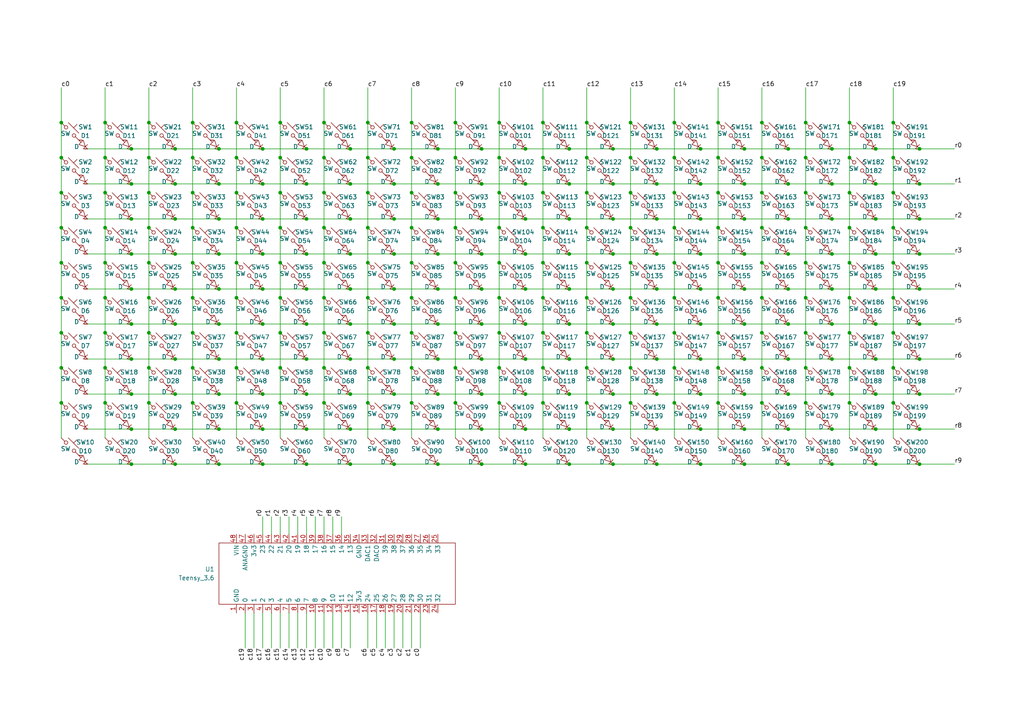
<source format=kicad_sch>
(kicad_sch (version 20211123) (generator eeschema)
  (paper "A4")
  (lib_symbols
    (symbol "Diode_45_1" (pin_numbers hide) (pin_names (offset 0) hide)
      (property "Reference" "D" (at 0.635 1.905 0))
      (property "Value" "Diode_45_1" (at 0 5.08 0))
      (symbol "Diode_45_1_1_1"
        (pin input line (at 0 0 0) (length 1) (name "1") (number "1"))
        (pin output line (at 2.54 -2.54 180) (length 1) (name "2") (number "2"))
      )
    )
    (symbol "Diode_45_10" (pin_numbers hide) (pin_names (offset 0) hide)
      (property "Reference" "D" (at 0.635 1.905 0))
      (property "Value" "Diode_45_10" (at 0 5.08 0))
      (symbol "Diode_45_10_1_1"
        (pin input line (at 0 0 0) (length 1) (name "1") (number "1"))
        (pin output line (at 2.54 -2.54 180) (length 1) (name "2") (number "2"))
      )
    )
    (symbol "Diode_45_100" (pin_numbers hide) (pin_names (offset 0) hide)
      (property "Reference" "D" (at 0.635 1.905 0))
      (property "Value" "Diode_45_100" (at 0 5.08 0))
      (symbol "Diode_45_100_1_1"
        (pin input line (at 0 0 0) (length 1) (name "1") (number "1"))
        (pin output line (at 2.54 -2.54 180) (length 1) (name "2") (number "2"))
      )
    )
    (symbol "Diode_45_101" (pin_numbers hide) (pin_names (offset 0) hide)
      (property "Reference" "D" (at 0.635 1.905 0))
      (property "Value" "Diode_45_101" (at 0 5.08 0))
      (symbol "Diode_45_101_1_1"
        (pin input line (at 0 0 0) (length 1) (name "1") (number "1"))
        (pin output line (at 2.54 -2.54 180) (length 1) (name "2") (number "2"))
      )
    )
    (symbol "Diode_45_102" (pin_numbers hide) (pin_names (offset 0) hide)
      (property "Reference" "D" (at 0.635 1.905 0))
      (property "Value" "Diode_45_102" (at 0 5.08 0))
      (symbol "Diode_45_102_1_1"
        (pin input line (at 0 0 0) (length 1) (name "1") (number "1"))
        (pin output line (at 2.54 -2.54 180) (length 1) (name "2") (number "2"))
      )
    )
    (symbol "Diode_45_103" (pin_numbers hide) (pin_names (offset 0) hide)
      (property "Reference" "D" (at 0.635 1.905 0))
      (property "Value" "Diode_45_103" (at 0 5.08 0))
      (symbol "Diode_45_103_1_1"
        (pin input line (at 0 0 0) (length 1) (name "1") (number "1"))
        (pin output line (at 2.54 -2.54 180) (length 1) (name "2") (number "2"))
      )
    )
    (symbol "Diode_45_104" (pin_numbers hide) (pin_names (offset 0) hide)
      (property "Reference" "D" (at 0.635 1.905 0))
      (property "Value" "Diode_45_104" (at 0 5.08 0))
      (symbol "Diode_45_104_1_1"
        (pin input line (at 0 0 0) (length 1) (name "1") (number "1"))
        (pin output line (at 2.54 -2.54 180) (length 1) (name "2") (number "2"))
      )
    )
    (symbol "Diode_45_105" (pin_numbers hide) (pin_names (offset 0) hide)
      (property "Reference" "D" (at 0.635 1.905 0))
      (property "Value" "Diode_45_105" (at 0 5.08 0))
      (symbol "Diode_45_105_1_1"
        (pin input line (at 0 0 0) (length 1) (name "1") (number "1"))
        (pin output line (at 2.54 -2.54 180) (length 1) (name "2") (number "2"))
      )
    )
    (symbol "Diode_45_106" (pin_numbers hide) (pin_names (offset 0) hide)
      (property "Reference" "D" (at 0.635 1.905 0))
      (property "Value" "Diode_45_106" (at 0 5.08 0))
      (symbol "Diode_45_106_1_1"
        (pin input line (at 0 0 0) (length 1) (name "1") (number "1"))
        (pin output line (at 2.54 -2.54 180) (length 1) (name "2") (number "2"))
      )
    )
    (symbol "Diode_45_107" (pin_numbers hide) (pin_names (offset 0) hide)
      (property "Reference" "D" (at 0.635 1.905 0))
      (property "Value" "Diode_45_107" (at 0 5.08 0))
      (symbol "Diode_45_107_1_1"
        (pin input line (at 0 0 0) (length 1) (name "1") (number "1"))
        (pin output line (at 2.54 -2.54 180) (length 1) (name "2") (number "2"))
      )
    )
    (symbol "Diode_45_108" (pin_numbers hide) (pin_names (offset 0) hide)
      (property "Reference" "D" (at 0.635 1.905 0))
      (property "Value" "Diode_45_108" (at 0 5.08 0))
      (symbol "Diode_45_108_1_1"
        (pin input line (at 0 0 0) (length 1) (name "1") (number "1"))
        (pin output line (at 2.54 -2.54 180) (length 1) (name "2") (number "2"))
      )
    )
    (symbol "Diode_45_109" (pin_numbers hide) (pin_names (offset 0) hide)
      (property "Reference" "D" (at 0.635 1.905 0))
      (property "Value" "Diode_45_109" (at 0 5.08 0))
      (symbol "Diode_45_109_1_1"
        (pin input line (at 0 0 0) (length 1) (name "1") (number "1"))
        (pin output line (at 2.54 -2.54 180) (length 1) (name "2") (number "2"))
      )
    )
    (symbol "Diode_45_11" (pin_numbers hide) (pin_names (offset 0) hide)
      (property "Reference" "D" (at 0.635 1.905 0))
      (property "Value" "Diode_45_11" (at 0 5.08 0))
      (symbol "Diode_45_11_1_1"
        (pin input line (at 0 0 0) (length 1) (name "1") (number "1"))
        (pin output line (at 2.54 -2.54 180) (length 1) (name "2") (number "2"))
      )
    )
    (symbol "Diode_45_110" (pin_numbers hide) (pin_names (offset 0) hide)
      (property "Reference" "D" (at 0.635 1.905 0))
      (property "Value" "Diode_45_110" (at 0 5.08 0))
      (symbol "Diode_45_110_1_1"
        (pin input line (at 0 0 0) (length 1) (name "1") (number "1"))
        (pin output line (at 2.54 -2.54 180) (length 1) (name "2") (number "2"))
      )
    )
    (symbol "Diode_45_111" (pin_numbers hide) (pin_names (offset 0) hide)
      (property "Reference" "D" (at 0.635 1.905 0))
      (property "Value" "Diode_45_111" (at 0 5.08 0))
      (symbol "Diode_45_111_1_1"
        (pin input line (at 0 0 0) (length 1) (name "1") (number "1"))
        (pin output line (at 2.54 -2.54 180) (length 1) (name "2") (number "2"))
      )
    )
    (symbol "Diode_45_112" (pin_numbers hide) (pin_names (offset 0) hide)
      (property "Reference" "D" (at 0.635 1.905 0))
      (property "Value" "Diode_45_112" (at 0 5.08 0))
      (symbol "Diode_45_112_1_1"
        (pin input line (at 0 0 0) (length 1) (name "1") (number "1"))
        (pin output line (at 2.54 -2.54 180) (length 1) (name "2") (number "2"))
      )
    )
    (symbol "Diode_45_113" (pin_numbers hide) (pin_names (offset 0) hide)
      (property "Reference" "D" (at 0.635 1.905 0))
      (property "Value" "Diode_45_113" (at 0 5.08 0))
      (symbol "Diode_45_113_1_1"
        (pin input line (at 0 0 0) (length 1) (name "1") (number "1"))
        (pin output line (at 2.54 -2.54 180) (length 1) (name "2") (number "2"))
      )
    )
    (symbol "Diode_45_114" (pin_numbers hide) (pin_names (offset 0) hide)
      (property "Reference" "D" (at 0.635 1.905 0))
      (property "Value" "Diode_45_114" (at 0 5.08 0))
      (symbol "Diode_45_114_1_1"
        (pin input line (at 0 0 0) (length 1) (name "1") (number "1"))
        (pin output line (at 2.54 -2.54 180) (length 1) (name "2") (number "2"))
      )
    )
    (symbol "Diode_45_115" (pin_numbers hide) (pin_names (offset 0) hide)
      (property "Reference" "D" (at 0.635 1.905 0))
      (property "Value" "Diode_45_115" (at 0 5.08 0))
      (symbol "Diode_45_115_1_1"
        (pin input line (at 0 0 0) (length 1) (name "1") (number "1"))
        (pin output line (at 2.54 -2.54 180) (length 1) (name "2") (number "2"))
      )
    )
    (symbol "Diode_45_116" (pin_numbers hide) (pin_names (offset 0) hide)
      (property "Reference" "D" (at 0.635 1.905 0))
      (property "Value" "Diode_45_116" (at 0 5.08 0))
      (symbol "Diode_45_116_1_1"
        (pin input line (at 0 0 0) (length 1) (name "1") (number "1"))
        (pin output line (at 2.54 -2.54 180) (length 1) (name "2") (number "2"))
      )
    )
    (symbol "Diode_45_117" (pin_numbers hide) (pin_names (offset 0) hide)
      (property "Reference" "D" (at 0.635 1.905 0))
      (property "Value" "Diode_45_117" (at 0 5.08 0))
      (symbol "Diode_45_117_1_1"
        (pin input line (at 0 0 0) (length 1) (name "1") (number "1"))
        (pin output line (at 2.54 -2.54 180) (length 1) (name "2") (number "2"))
      )
    )
    (symbol "Diode_45_118" (pin_numbers hide) (pin_names (offset 0) hide)
      (property "Reference" "D" (at 0.635 1.905 0))
      (property "Value" "Diode_45_118" (at 0 5.08 0))
      (symbol "Diode_45_118_1_1"
        (pin input line (at 0 0 0) (length 1) (name "1") (number "1"))
        (pin output line (at 2.54 -2.54 180) (length 1) (name "2") (number "2"))
      )
    )
    (symbol "Diode_45_119" (pin_numbers hide) (pin_names (offset 0) hide)
      (property "Reference" "D" (at 0.635 1.905 0))
      (property "Value" "Diode_45_119" (at 0 5.08 0))
      (symbol "Diode_45_119_1_1"
        (pin input line (at 0 0 0) (length 1) (name "1") (number "1"))
        (pin output line (at 2.54 -2.54 180) (length 1) (name "2") (number "2"))
      )
    )
    (symbol "Diode_45_12" (pin_numbers hide) (pin_names (offset 0) hide)
      (property "Reference" "D" (at 0.635 1.905 0))
      (property "Value" "Diode_45_12" (at 0 5.08 0))
      (symbol "Diode_45_12_1_1"
        (pin input line (at 0 0 0) (length 1) (name "1") (number "1"))
        (pin output line (at 2.54 -2.54 180) (length 1) (name "2") (number "2"))
      )
    )
    (symbol "Diode_45_120" (pin_numbers hide) (pin_names (offset 0) hide)
      (property "Reference" "D" (at 0.635 1.905 0))
      (property "Value" "Diode_45_120" (at 0 5.08 0))
      (symbol "Diode_45_120_1_1"
        (pin input line (at 0 0 0) (length 1) (name "1") (number "1"))
        (pin output line (at 2.54 -2.54 180) (length 1) (name "2") (number "2"))
      )
    )
    (symbol "Diode_45_121" (pin_numbers hide) (pin_names (offset 0) hide)
      (property "Reference" "D" (at 0.635 1.905 0))
      (property "Value" "Diode_45_121" (at 0 5.08 0))
      (symbol "Diode_45_121_1_1"
        (pin input line (at 0 0 0) (length 1) (name "1") (number "1"))
        (pin output line (at 2.54 -2.54 180) (length 1) (name "2") (number "2"))
      )
    )
    (symbol "Diode_45_122" (pin_numbers hide) (pin_names (offset 0) hide)
      (property "Reference" "D" (at 0.635 1.905 0))
      (property "Value" "Diode_45_122" (at 0 5.08 0))
      (symbol "Diode_45_122_1_1"
        (pin input line (at 0 0 0) (length 1) (name "1") (number "1"))
        (pin output line (at 2.54 -2.54 180) (length 1) (name "2") (number "2"))
      )
    )
    (symbol "Diode_45_123" (pin_numbers hide) (pin_names (offset 0) hide)
      (property "Reference" "D" (at 0.635 1.905 0))
      (property "Value" "Diode_45_123" (at 0 5.08 0))
      (symbol "Diode_45_123_1_1"
        (pin input line (at 0 0 0) (length 1) (name "1") (number "1"))
        (pin output line (at 2.54 -2.54 180) (length 1) (name "2") (number "2"))
      )
    )
    (symbol "Diode_45_124" (pin_numbers hide) (pin_names (offset 0) hide)
      (property "Reference" "D" (at 0.635 1.905 0))
      (property "Value" "Diode_45_124" (at 0 5.08 0))
      (symbol "Diode_45_124_1_1"
        (pin input line (at 0 0 0) (length 1) (name "1") (number "1"))
        (pin output line (at 2.54 -2.54 180) (length 1) (name "2") (number "2"))
      )
    )
    (symbol "Diode_45_125" (pin_numbers hide) (pin_names (offset 0) hide)
      (property "Reference" "D" (at 0.635 1.905 0))
      (property "Value" "Diode_45_125" (at 0 5.08 0))
      (symbol "Diode_45_125_1_1"
        (pin input line (at 0 0 0) (length 1) (name "1") (number "1"))
        (pin output line (at 2.54 -2.54 180) (length 1) (name "2") (number "2"))
      )
    )
    (symbol "Diode_45_126" (pin_numbers hide) (pin_names (offset 0) hide)
      (property "Reference" "D" (at 0.635 1.905 0))
      (property "Value" "Diode_45_126" (at 0 5.08 0))
      (symbol "Diode_45_126_1_1"
        (pin input line (at 0 0 0) (length 1) (name "1") (number "1"))
        (pin output line (at 2.54 -2.54 180) (length 1) (name "2") (number "2"))
      )
    )
    (symbol "Diode_45_127" (pin_numbers hide) (pin_names (offset 0) hide)
      (property "Reference" "D" (at 0.635 1.905 0))
      (property "Value" "Diode_45_127" (at 0 5.08 0))
      (symbol "Diode_45_127_1_1"
        (pin input line (at 0 0 0) (length 1) (name "1") (number "1"))
        (pin output line (at 2.54 -2.54 180) (length 1) (name "2") (number "2"))
      )
    )
    (symbol "Diode_45_128" (pin_numbers hide) (pin_names (offset 0) hide)
      (property "Reference" "D" (at 0.635 1.905 0))
      (property "Value" "Diode_45_128" (at 0 5.08 0))
      (symbol "Diode_45_128_1_1"
        (pin input line (at 0 0 0) (length 1) (name "1") (number "1"))
        (pin output line (at 2.54 -2.54 180) (length 1) (name "2") (number "2"))
      )
    )
    (symbol "Diode_45_129" (pin_numbers hide) (pin_names (offset 0) hide)
      (property "Reference" "D" (at 0.635 1.905 0))
      (property "Value" "Diode_45_129" (at 0 5.08 0))
      (symbol "Diode_45_129_1_1"
        (pin input line (at 0 0 0) (length 1) (name "1") (number "1"))
        (pin output line (at 2.54 -2.54 180) (length 1) (name "2") (number "2"))
      )
    )
    (symbol "Diode_45_13" (pin_numbers hide) (pin_names (offset 0) hide)
      (property "Reference" "D" (at 0.635 1.905 0))
      (property "Value" "Diode_45_13" (at 0 5.08 0))
      (symbol "Diode_45_13_1_1"
        (pin input line (at 0 0 0) (length 1) (name "1") (number "1"))
        (pin output line (at 2.54 -2.54 180) (length 1) (name "2") (number "2"))
      )
    )
    (symbol "Diode_45_130" (pin_numbers hide) (pin_names (offset 0) hide)
      (property "Reference" "D" (at 0.635 1.905 0))
      (property "Value" "Diode_45_130" (at 0 5.08 0))
      (symbol "Diode_45_130_1_1"
        (pin input line (at 0 0 0) (length 1) (name "1") (number "1"))
        (pin output line (at 2.54 -2.54 180) (length 1) (name "2") (number "2"))
      )
    )
    (symbol "Diode_45_131" (pin_numbers hide) (pin_names (offset 0) hide)
      (property "Reference" "D" (at 0.635 1.905 0))
      (property "Value" "Diode_45_131" (at 0 5.08 0))
      (symbol "Diode_45_131_1_1"
        (pin input line (at 0 0 0) (length 1) (name "1") (number "1"))
        (pin output line (at 2.54 -2.54 180) (length 1) (name "2") (number "2"))
      )
    )
    (symbol "Diode_45_132" (pin_numbers hide) (pin_names (offset 0) hide)
      (property "Reference" "D" (at 0.635 1.905 0))
      (property "Value" "Diode_45_132" (at 0 5.08 0))
      (symbol "Diode_45_132_1_1"
        (pin input line (at 0 0 0) (length 1) (name "1") (number "1"))
        (pin output line (at 2.54 -2.54 180) (length 1) (name "2") (number "2"))
      )
    )
    (symbol "Diode_45_133" (pin_numbers hide) (pin_names (offset 0) hide)
      (property "Reference" "D" (at 0.635 1.905 0))
      (property "Value" "Diode_45_133" (at 0 5.08 0))
      (symbol "Diode_45_133_1_1"
        (pin input line (at 0 0 0) (length 1) (name "1") (number "1"))
        (pin output line (at 2.54 -2.54 180) (length 1) (name "2") (number "2"))
      )
    )
    (symbol "Diode_45_134" (pin_numbers hide) (pin_names (offset 0) hide)
      (property "Reference" "D" (at 0.635 1.905 0))
      (property "Value" "Diode_45_134" (at 0 5.08 0))
      (symbol "Diode_45_134_1_1"
        (pin input line (at 0 0 0) (length 1) (name "1") (number "1"))
        (pin output line (at 2.54 -2.54 180) (length 1) (name "2") (number "2"))
      )
    )
    (symbol "Diode_45_135" (pin_numbers hide) (pin_names (offset 0) hide)
      (property "Reference" "D" (at 0.635 1.905 0))
      (property "Value" "Diode_45_135" (at 0 5.08 0))
      (symbol "Diode_45_135_1_1"
        (pin input line (at 0 0 0) (length 1) (name "1") (number "1"))
        (pin output line (at 2.54 -2.54 180) (length 1) (name "2") (number "2"))
      )
    )
    (symbol "Diode_45_136" (pin_numbers hide) (pin_names (offset 0) hide)
      (property "Reference" "D" (at 0.635 1.905 0))
      (property "Value" "Diode_45_136" (at 0 5.08 0))
      (symbol "Diode_45_136_1_1"
        (pin input line (at 0 0 0) (length 1) (name "1") (number "1"))
        (pin output line (at 2.54 -2.54 180) (length 1) (name "2") (number "2"))
      )
    )
    (symbol "Diode_45_137" (pin_numbers hide) (pin_names (offset 0) hide)
      (property "Reference" "D" (at 0.635 1.905 0))
      (property "Value" "Diode_45_137" (at 0 5.08 0))
      (symbol "Diode_45_137_1_1"
        (pin input line (at 0 0 0) (length 1) (name "1") (number "1"))
        (pin output line (at 2.54 -2.54 180) (length 1) (name "2") (number "2"))
      )
    )
    (symbol "Diode_45_138" (pin_numbers hide) (pin_names (offset 0) hide)
      (property "Reference" "D" (at 0.635 1.905 0))
      (property "Value" "Diode_45_138" (at 0 5.08 0))
      (symbol "Diode_45_138_1_1"
        (pin input line (at 0 0 0) (length 1) (name "1") (number "1"))
        (pin output line (at 2.54 -2.54 180) (length 1) (name "2") (number "2"))
      )
    )
    (symbol "Diode_45_139" (pin_numbers hide) (pin_names (offset 0) hide)
      (property "Reference" "D" (at 0.635 1.905 0))
      (property "Value" "Diode_45_139" (at 0 5.08 0))
      (symbol "Diode_45_139_1_1"
        (pin input line (at 0 0 0) (length 1) (name "1") (number "1"))
        (pin output line (at 2.54 -2.54 180) (length 1) (name "2") (number "2"))
      )
    )
    (symbol "Diode_45_14" (pin_numbers hide) (pin_names (offset 0) hide)
      (property "Reference" "D" (at 0.635 1.905 0))
      (property "Value" "Diode_45_14" (at 0 5.08 0))
      (symbol "Diode_45_14_1_1"
        (pin input line (at 0 0 0) (length 1) (name "1") (number "1"))
        (pin output line (at 2.54 -2.54 180) (length 1) (name "2") (number "2"))
      )
    )
    (symbol "Diode_45_140" (pin_numbers hide) (pin_names (offset 0) hide)
      (property "Reference" "D" (at 0.635 1.905 0))
      (property "Value" "Diode_45_140" (at 0 5.08 0))
      (symbol "Diode_45_140_1_1"
        (pin input line (at 0 0 0) (length 1) (name "1") (number "1"))
        (pin output line (at 2.54 -2.54 180) (length 1) (name "2") (number "2"))
      )
    )
    (symbol "Diode_45_141" (pin_numbers hide) (pin_names (offset 0) hide)
      (property "Reference" "D" (at 0.635 1.905 0))
      (property "Value" "Diode_45_141" (at 0 5.08 0))
      (symbol "Diode_45_141_1_1"
        (pin input line (at 0 0 0) (length 1) (name "1") (number "1"))
        (pin output line (at 2.54 -2.54 180) (length 1) (name "2") (number "2"))
      )
    )
    (symbol "Diode_45_142" (pin_numbers hide) (pin_names (offset 0) hide)
      (property "Reference" "D" (at 0.635 1.905 0))
      (property "Value" "Diode_45_142" (at 0 5.08 0))
      (symbol "Diode_45_142_1_1"
        (pin input line (at 0 0 0) (length 1) (name "1") (number "1"))
        (pin output line (at 2.54 -2.54 180) (length 1) (name "2") (number "2"))
      )
    )
    (symbol "Diode_45_143" (pin_numbers hide) (pin_names (offset 0) hide)
      (property "Reference" "D" (at 0.635 1.905 0))
      (property "Value" "Diode_45_143" (at 0 5.08 0))
      (symbol "Diode_45_143_1_1"
        (pin input line (at 0 0 0) (length 1) (name "1") (number "1"))
        (pin output line (at 2.54 -2.54 180) (length 1) (name "2") (number "2"))
      )
    )
    (symbol "Diode_45_144" (pin_numbers hide) (pin_names (offset 0) hide)
      (property "Reference" "D" (at 0.635 1.905 0))
      (property "Value" "Diode_45_144" (at 0 5.08 0))
      (symbol "Diode_45_144_1_1"
        (pin input line (at 0 0 0) (length 1) (name "1") (number "1"))
        (pin output line (at 2.54 -2.54 180) (length 1) (name "2") (number "2"))
      )
    )
    (symbol "Diode_45_145" (pin_numbers hide) (pin_names (offset 0) hide)
      (property "Reference" "D" (at 0.635 1.905 0))
      (property "Value" "Diode_45_145" (at 0 5.08 0))
      (symbol "Diode_45_145_1_1"
        (pin input line (at 0 0 0) (length 1) (name "1") (number "1"))
        (pin output line (at 2.54 -2.54 180) (length 1) (name "2") (number "2"))
      )
    )
    (symbol "Diode_45_146" (pin_numbers hide) (pin_names (offset 0) hide)
      (property "Reference" "D" (at 0.635 1.905 0))
      (property "Value" "Diode_45_146" (at 0 5.08 0))
      (symbol "Diode_45_146_1_1"
        (pin input line (at 0 0 0) (length 1) (name "1") (number "1"))
        (pin output line (at 2.54 -2.54 180) (length 1) (name "2") (number "2"))
      )
    )
    (symbol "Diode_45_147" (pin_numbers hide) (pin_names (offset 0) hide)
      (property "Reference" "D" (at 0.635 1.905 0))
      (property "Value" "Diode_45_147" (at 0 5.08 0))
      (symbol "Diode_45_147_1_1"
        (pin input line (at 0 0 0) (length 1) (name "1") (number "1"))
        (pin output line (at 2.54 -2.54 180) (length 1) (name "2") (number "2"))
      )
    )
    (symbol "Diode_45_148" (pin_numbers hide) (pin_names (offset 0) hide)
      (property "Reference" "D" (at 0.635 1.905 0))
      (property "Value" "Diode_45_148" (at 0 5.08 0))
      (symbol "Diode_45_148_1_1"
        (pin input line (at 0 0 0) (length 1) (name "1") (number "1"))
        (pin output line (at 2.54 -2.54 180) (length 1) (name "2") (number "2"))
      )
    )
    (symbol "Diode_45_149" (pin_numbers hide) (pin_names (offset 0) hide)
      (property "Reference" "D" (at 0.635 1.905 0))
      (property "Value" "Diode_45_149" (at 0 5.08 0))
      (symbol "Diode_45_149_1_1"
        (pin input line (at 0 0 0) (length 1) (name "1") (number "1"))
        (pin output line (at 2.54 -2.54 180) (length 1) (name "2") (number "2"))
      )
    )
    (symbol "Diode_45_15" (pin_numbers hide) (pin_names (offset 0) hide)
      (property "Reference" "D" (at 0.635 1.905 0))
      (property "Value" "Diode_45_15" (at 0 5.08 0))
      (symbol "Diode_45_15_1_1"
        (pin input line (at 0 0 0) (length 1) (name "1") (number "1"))
        (pin output line (at 2.54 -2.54 180) (length 1) (name "2") (number "2"))
      )
    )
    (symbol "Diode_45_150" (pin_numbers hide) (pin_names (offset 0) hide)
      (property "Reference" "D" (at 0.635 1.905 0))
      (property "Value" "Diode_45_150" (at 0 5.08 0))
      (symbol "Diode_45_150_1_1"
        (pin input line (at 0 0 0) (length 1) (name "1") (number "1"))
        (pin output line (at 2.54 -2.54 180) (length 1) (name "2") (number "2"))
      )
    )
    (symbol "Diode_45_151" (pin_numbers hide) (pin_names (offset 0) hide)
      (property "Reference" "D" (at 0.635 1.905 0))
      (property "Value" "Diode_45_151" (at 0 5.08 0))
      (symbol "Diode_45_151_1_1"
        (pin input line (at 0 0 0) (length 1) (name "1") (number "1"))
        (pin output line (at 2.54 -2.54 180) (length 1) (name "2") (number "2"))
      )
    )
    (symbol "Diode_45_152" (pin_numbers hide) (pin_names (offset 0) hide)
      (property "Reference" "D" (at 0.635 1.905 0))
      (property "Value" "Diode_45_152" (at 0 5.08 0))
      (symbol "Diode_45_152_1_1"
        (pin input line (at 0 0 0) (length 1) (name "1") (number "1"))
        (pin output line (at 2.54 -2.54 180) (length 1) (name "2") (number "2"))
      )
    )
    (symbol "Diode_45_153" (pin_numbers hide) (pin_names (offset 0) hide)
      (property "Reference" "D" (at 0.635 1.905 0))
      (property "Value" "Diode_45_153" (at 0 5.08 0))
      (symbol "Diode_45_153_1_1"
        (pin input line (at 0 0 0) (length 1) (name "1") (number "1"))
        (pin output line (at 2.54 -2.54 180) (length 1) (name "2") (number "2"))
      )
    )
    (symbol "Diode_45_154" (pin_numbers hide) (pin_names (offset 0) hide)
      (property "Reference" "D" (at 0.635 1.905 0))
      (property "Value" "Diode_45_154" (at 0 5.08 0))
      (symbol "Diode_45_154_1_1"
        (pin input line (at 0 0 0) (length 1) (name "1") (number "1"))
        (pin output line (at 2.54 -2.54 180) (length 1) (name "2") (number "2"))
      )
    )
    (symbol "Diode_45_155" (pin_numbers hide) (pin_names (offset 0) hide)
      (property "Reference" "D" (at 0.635 1.905 0))
      (property "Value" "Diode_45_155" (at 0 5.08 0))
      (symbol "Diode_45_155_1_1"
        (pin input line (at 0 0 0) (length 1) (name "1") (number "1"))
        (pin output line (at 2.54 -2.54 180) (length 1) (name "2") (number "2"))
      )
    )
    (symbol "Diode_45_156" (pin_numbers hide) (pin_names (offset 0) hide)
      (property "Reference" "D" (at 0.635 1.905 0))
      (property "Value" "Diode_45_156" (at 0 5.08 0))
      (symbol "Diode_45_156_1_1"
        (pin input line (at 0 0 0) (length 1) (name "1") (number "1"))
        (pin output line (at 2.54 -2.54 180) (length 1) (name "2") (number "2"))
      )
    )
    (symbol "Diode_45_157" (pin_numbers hide) (pin_names (offset 0) hide)
      (property "Reference" "D" (at 0.635 1.905 0))
      (property "Value" "Diode_45_157" (at 0 5.08 0))
      (symbol "Diode_45_157_1_1"
        (pin input line (at 0 0 0) (length 1) (name "1") (number "1"))
        (pin output line (at 2.54 -2.54 180) (length 1) (name "2") (number "2"))
      )
    )
    (symbol "Diode_45_158" (pin_numbers hide) (pin_names (offset 0) hide)
      (property "Reference" "D" (at 0.635 1.905 0))
      (property "Value" "Diode_45_158" (at 0 5.08 0))
      (symbol "Diode_45_158_1_1"
        (pin input line (at 0 0 0) (length 1) (name "1") (number "1"))
        (pin output line (at 2.54 -2.54 180) (length 1) (name "2") (number "2"))
      )
    )
    (symbol "Diode_45_159" (pin_numbers hide) (pin_names (offset 0) hide)
      (property "Reference" "D" (at 0.635 1.905 0))
      (property "Value" "Diode_45_159" (at 0 5.08 0))
      (symbol "Diode_45_159_1_1"
        (pin input line (at 0 0 0) (length 1) (name "1") (number "1"))
        (pin output line (at 2.54 -2.54 180) (length 1) (name "2") (number "2"))
      )
    )
    (symbol "Diode_45_16" (pin_numbers hide) (pin_names (offset 0) hide)
      (property "Reference" "D" (at 0.635 1.905 0))
      (property "Value" "Diode_45_16" (at 0 5.08 0))
      (symbol "Diode_45_16_1_1"
        (pin input line (at 0 0 0) (length 1) (name "1") (number "1"))
        (pin output line (at 2.54 -2.54 180) (length 1) (name "2") (number "2"))
      )
    )
    (symbol "Diode_45_160" (pin_numbers hide) (pin_names (offset 0) hide)
      (property "Reference" "D" (at 0.635 1.905 0))
      (property "Value" "Diode_45_160" (at 0 5.08 0))
      (symbol "Diode_45_160_1_1"
        (pin input line (at 0 0 0) (length 1) (name "1") (number "1"))
        (pin output line (at 2.54 -2.54 180) (length 1) (name "2") (number "2"))
      )
    )
    (symbol "Diode_45_161" (pin_numbers hide) (pin_names (offset 0) hide)
      (property "Reference" "D" (at 0.635 1.905 0))
      (property "Value" "Diode_45_161" (at 0 5.08 0))
      (symbol "Diode_45_161_1_1"
        (pin input line (at 0 0 0) (length 1) (name "1") (number "1"))
        (pin output line (at 2.54 -2.54 180) (length 1) (name "2") (number "2"))
      )
    )
    (symbol "Diode_45_162" (pin_numbers hide) (pin_names (offset 0) hide)
      (property "Reference" "D" (at 0.635 1.905 0))
      (property "Value" "Diode_45_162" (at 0 5.08 0))
      (symbol "Diode_45_162_1_1"
        (pin input line (at 0 0 0) (length 1) (name "1") (number "1"))
        (pin output line (at 2.54 -2.54 180) (length 1) (name "2") (number "2"))
      )
    )
    (symbol "Diode_45_163" (pin_numbers hide) (pin_names (offset 0) hide)
      (property "Reference" "D" (at 0.635 1.905 0))
      (property "Value" "Diode_45_163" (at 0 5.08 0))
      (symbol "Diode_45_163_1_1"
        (pin input line (at 0 0 0) (length 1) (name "1") (number "1"))
        (pin output line (at 2.54 -2.54 180) (length 1) (name "2") (number "2"))
      )
    )
    (symbol "Diode_45_164" (pin_numbers hide) (pin_names (offset 0) hide)
      (property "Reference" "D" (at 0.635 1.905 0))
      (property "Value" "Diode_45_164" (at 0 5.08 0))
      (symbol "Diode_45_164_1_1"
        (pin input line (at 0 0 0) (length 1) (name "1") (number "1"))
        (pin output line (at 2.54 -2.54 180) (length 1) (name "2") (number "2"))
      )
    )
    (symbol "Diode_45_165" (pin_numbers hide) (pin_names (offset 0) hide)
      (property "Reference" "D" (at 0.635 1.905 0))
      (property "Value" "Diode_45_165" (at 0 5.08 0))
      (symbol "Diode_45_165_1_1"
        (pin input line (at 0 0 0) (length 1) (name "1") (number "1"))
        (pin output line (at 2.54 -2.54 180) (length 1) (name "2") (number "2"))
      )
    )
    (symbol "Diode_45_166" (pin_numbers hide) (pin_names (offset 0) hide)
      (property "Reference" "D" (at 0.635 1.905 0))
      (property "Value" "Diode_45_166" (at 0 5.08 0))
      (symbol "Diode_45_166_1_1"
        (pin input line (at 0 0 0) (length 1) (name "1") (number "1"))
        (pin output line (at 2.54 -2.54 180) (length 1) (name "2") (number "2"))
      )
    )
    (symbol "Diode_45_167" (pin_numbers hide) (pin_names (offset 0) hide)
      (property "Reference" "D" (at 0.635 1.905 0))
      (property "Value" "Diode_45_167" (at 0 5.08 0))
      (symbol "Diode_45_167_1_1"
        (pin input line (at 0 0 0) (length 1) (name "1") (number "1"))
        (pin output line (at 2.54 -2.54 180) (length 1) (name "2") (number "2"))
      )
    )
    (symbol "Diode_45_168" (pin_numbers hide) (pin_names (offset 0) hide)
      (property "Reference" "D" (at 0.635 1.905 0))
      (property "Value" "Diode_45_168" (at 0 5.08 0))
      (symbol "Diode_45_168_1_1"
        (pin input line (at 0 0 0) (length 1) (name "1") (number "1"))
        (pin output line (at 2.54 -2.54 180) (length 1) (name "2") (number "2"))
      )
    )
    (symbol "Diode_45_169" (pin_numbers hide) (pin_names (offset 0) hide)
      (property "Reference" "D" (at 0.635 1.905 0))
      (property "Value" "Diode_45_169" (at 0 5.08 0))
      (symbol "Diode_45_169_1_1"
        (pin input line (at 0 0 0) (length 1) (name "1") (number "1"))
        (pin output line (at 2.54 -2.54 180) (length 1) (name "2") (number "2"))
      )
    )
    (symbol "Diode_45_17" (pin_numbers hide) (pin_names (offset 0) hide)
      (property "Reference" "D" (at 0.635 1.905 0))
      (property "Value" "Diode_45_17" (at 0 5.08 0))
      (symbol "Diode_45_17_1_1"
        (pin input line (at 0 0 0) (length 1) (name "1") (number "1"))
        (pin output line (at 2.54 -2.54 180) (length 1) (name "2") (number "2"))
      )
    )
    (symbol "Diode_45_170" (pin_numbers hide) (pin_names (offset 0) hide)
      (property "Reference" "D" (at 0.635 1.905 0))
      (property "Value" "Diode_45_170" (at 0 5.08 0))
      (symbol "Diode_45_170_1_1"
        (pin input line (at 0 0 0) (length 1) (name "1") (number "1"))
        (pin output line (at 2.54 -2.54 180) (length 1) (name "2") (number "2"))
      )
    )
    (symbol "Diode_45_171" (pin_numbers hide) (pin_names (offset 0) hide)
      (property "Reference" "D" (at 0.635 1.905 0))
      (property "Value" "Diode_45_171" (at 0 5.08 0))
      (symbol "Diode_45_171_1_1"
        (pin input line (at 0 0 0) (length 1) (name "1") (number "1"))
        (pin output line (at 2.54 -2.54 180) (length 1) (name "2") (number "2"))
      )
    )
    (symbol "Diode_45_172" (pin_numbers hide) (pin_names (offset 0) hide)
      (property "Reference" "D" (at 0.635 1.905 0))
      (property "Value" "Diode_45_172" (at 0 5.08 0))
      (symbol "Diode_45_172_1_1"
        (pin input line (at 0 0 0) (length 1) (name "1") (number "1"))
        (pin output line (at 2.54 -2.54 180) (length 1) (name "2") (number "2"))
      )
    )
    (symbol "Diode_45_173" (pin_numbers hide) (pin_names (offset 0) hide)
      (property "Reference" "D" (at 0.635 1.905 0))
      (property "Value" "Diode_45_173" (at 0 5.08 0))
      (symbol "Diode_45_173_1_1"
        (pin input line (at 0 0 0) (length 1) (name "1") (number "1"))
        (pin output line (at 2.54 -2.54 180) (length 1) (name "2") (number "2"))
      )
    )
    (symbol "Diode_45_174" (pin_numbers hide) (pin_names (offset 0) hide)
      (property "Reference" "D" (at 0.635 1.905 0))
      (property "Value" "Diode_45_174" (at 0 5.08 0))
      (symbol "Diode_45_174_1_1"
        (pin input line (at 0 0 0) (length 1) (name "1") (number "1"))
        (pin output line (at 2.54 -2.54 180) (length 1) (name "2") (number "2"))
      )
    )
    (symbol "Diode_45_175" (pin_numbers hide) (pin_names (offset 0) hide)
      (property "Reference" "D" (at 0.635 1.905 0))
      (property "Value" "Diode_45_175" (at 0 5.08 0))
      (symbol "Diode_45_175_1_1"
        (pin input line (at 0 0 0) (length 1) (name "1") (number "1"))
        (pin output line (at 2.54 -2.54 180) (length 1) (name "2") (number "2"))
      )
    )
    (symbol "Diode_45_176" (pin_numbers hide) (pin_names (offset 0) hide)
      (property "Reference" "D" (at 0.635 1.905 0))
      (property "Value" "Diode_45_176" (at 0 5.08 0))
      (symbol "Diode_45_176_1_1"
        (pin input line (at 0 0 0) (length 1) (name "1") (number "1"))
        (pin output line (at 2.54 -2.54 180) (length 1) (name "2") (number "2"))
      )
    )
    (symbol "Diode_45_177" (pin_numbers hide) (pin_names (offset 0) hide)
      (property "Reference" "D" (at 0.635 1.905 0))
      (property "Value" "Diode_45_177" (at 0 5.08 0))
      (symbol "Diode_45_177_1_1"
        (pin input line (at 0 0 0) (length 1) (name "1") (number "1"))
        (pin output line (at 2.54 -2.54 180) (length 1) (name "2") (number "2"))
      )
    )
    (symbol "Diode_45_178" (pin_numbers hide) (pin_names (offset 0) hide)
      (property "Reference" "D" (at 0.635 1.905 0))
      (property "Value" "Diode_45_178" (at 0 5.08 0))
      (symbol "Diode_45_178_1_1"
        (pin input line (at 0 0 0) (length 1) (name "1") (number "1"))
        (pin output line (at 2.54 -2.54 180) (length 1) (name "2") (number "2"))
      )
    )
    (symbol "Diode_45_179" (pin_numbers hide) (pin_names (offset 0) hide)
      (property "Reference" "D" (at 0.635 1.905 0))
      (property "Value" "Diode_45_179" (at 0 5.08 0))
      (symbol "Diode_45_179_1_1"
        (pin input line (at 0 0 0) (length 1) (name "1") (number "1"))
        (pin output line (at 2.54 -2.54 180) (length 1) (name "2") (number "2"))
      )
    )
    (symbol "Diode_45_18" (pin_numbers hide) (pin_names (offset 0) hide)
      (property "Reference" "D" (at 0.635 1.905 0))
      (property "Value" "Diode_45_18" (at 0 5.08 0))
      (symbol "Diode_45_18_1_1"
        (pin input line (at 0 0 0) (length 1) (name "1") (number "1"))
        (pin output line (at 2.54 -2.54 180) (length 1) (name "2") (number "2"))
      )
    )
    (symbol "Diode_45_180" (pin_numbers hide) (pin_names (offset 0) hide)
      (property "Reference" "D" (at 0.635 1.905 0))
      (property "Value" "Diode_45_180" (at 0 5.08 0))
      (symbol "Diode_45_180_1_1"
        (pin input line (at 0 0 0) (length 1) (name "1") (number "1"))
        (pin output line (at 2.54 -2.54 180) (length 1) (name "2") (number "2"))
      )
    )
    (symbol "Diode_45_181" (pin_numbers hide) (pin_names (offset 0) hide)
      (property "Reference" "D" (at 0.635 1.905 0))
      (property "Value" "Diode_45_181" (at 0 5.08 0))
      (symbol "Diode_45_181_1_1"
        (pin input line (at 0 0 0) (length 1) (name "1") (number "1"))
        (pin output line (at 2.54 -2.54 180) (length 1) (name "2") (number "2"))
      )
    )
    (symbol "Diode_45_182" (pin_numbers hide) (pin_names (offset 0) hide)
      (property "Reference" "D" (at 0.635 1.905 0))
      (property "Value" "Diode_45_182" (at 0 5.08 0))
      (symbol "Diode_45_182_1_1"
        (pin input line (at 0 0 0) (length 1) (name "1") (number "1"))
        (pin output line (at 2.54 -2.54 180) (length 1) (name "2") (number "2"))
      )
    )
    (symbol "Diode_45_183" (pin_numbers hide) (pin_names (offset 0) hide)
      (property "Reference" "D" (at 0.635 1.905 0))
      (property "Value" "Diode_45_183" (at 0 5.08 0))
      (symbol "Diode_45_183_1_1"
        (pin input line (at 0 0 0) (length 1) (name "1") (number "1"))
        (pin output line (at 2.54 -2.54 180) (length 1) (name "2") (number "2"))
      )
    )
    (symbol "Diode_45_184" (pin_numbers hide) (pin_names (offset 0) hide)
      (property "Reference" "D" (at 0.635 1.905 0))
      (property "Value" "Diode_45_184" (at 0 5.08 0))
      (symbol "Diode_45_184_1_1"
        (pin input line (at 0 0 0) (length 1) (name "1") (number "1"))
        (pin output line (at 2.54 -2.54 180) (length 1) (name "2") (number "2"))
      )
    )
    (symbol "Diode_45_185" (pin_numbers hide) (pin_names (offset 0) hide)
      (property "Reference" "D" (at 0.635 1.905 0))
      (property "Value" "Diode_45_185" (at 0 5.08 0))
      (symbol "Diode_45_185_1_1"
        (pin input line (at 0 0 0) (length 1) (name "1") (number "1"))
        (pin output line (at 2.54 -2.54 180) (length 1) (name "2") (number "2"))
      )
    )
    (symbol "Diode_45_186" (pin_numbers hide) (pin_names (offset 0) hide)
      (property "Reference" "D" (at 0.635 1.905 0))
      (property "Value" "Diode_45_186" (at 0 5.08 0))
      (symbol "Diode_45_186_1_1"
        (pin input line (at 0 0 0) (length 1) (name "1") (number "1"))
        (pin output line (at 2.54 -2.54 180) (length 1) (name "2") (number "2"))
      )
    )
    (symbol "Diode_45_187" (pin_numbers hide) (pin_names (offset 0) hide)
      (property "Reference" "D" (at 0.635 1.905 0))
      (property "Value" "Diode_45_187" (at 0 5.08 0))
      (symbol "Diode_45_187_1_1"
        (pin input line (at 0 0 0) (length 1) (name "1") (number "1"))
        (pin output line (at 2.54 -2.54 180) (length 1) (name "2") (number "2"))
      )
    )
    (symbol "Diode_45_188" (pin_numbers hide) (pin_names (offset 0) hide)
      (property "Reference" "D" (at 0.635 1.905 0))
      (property "Value" "Diode_45_188" (at 0 5.08 0))
      (symbol "Diode_45_188_1_1"
        (pin input line (at 0 0 0) (length 1) (name "1") (number "1"))
        (pin output line (at 2.54 -2.54 180) (length 1) (name "2") (number "2"))
      )
    )
    (symbol "Diode_45_189" (pin_numbers hide) (pin_names (offset 0) hide)
      (property "Reference" "D" (at 0.635 1.905 0))
      (property "Value" "Diode_45_189" (at 0 5.08 0))
      (symbol "Diode_45_189_1_1"
        (pin input line (at 0 0 0) (length 1) (name "1") (number "1"))
        (pin output line (at 2.54 -2.54 180) (length 1) (name "2") (number "2"))
      )
    )
    (symbol "Diode_45_19" (pin_numbers hide) (pin_names (offset 0) hide)
      (property "Reference" "D" (at 0.635 1.905 0))
      (property "Value" "Diode_45_19" (at 0 5.08 0))
      (symbol "Diode_45_19_1_1"
        (pin input line (at 0 0 0) (length 1) (name "1") (number "1"))
        (pin output line (at 2.54 -2.54 180) (length 1) (name "2") (number "2"))
      )
    )
    (symbol "Diode_45_190" (pin_numbers hide) (pin_names (offset 0) hide)
      (property "Reference" "D" (at 0.635 1.905 0))
      (property "Value" "Diode_45_190" (at 0 5.08 0))
      (symbol "Diode_45_190_1_1"
        (pin input line (at 0 0 0) (length 1) (name "1") (number "1"))
        (pin output line (at 2.54 -2.54 180) (length 1) (name "2") (number "2"))
      )
    )
    (symbol "Diode_45_191" (pin_numbers hide) (pin_names (offset 0) hide)
      (property "Reference" "D" (at 0.635 1.905 0))
      (property "Value" "Diode_45_191" (at 0 5.08 0))
      (symbol "Diode_45_191_1_1"
        (pin input line (at 0 0 0) (length 1) (name "1") (number "1"))
        (pin output line (at 2.54 -2.54 180) (length 1) (name "2") (number "2"))
      )
    )
    (symbol "Diode_45_192" (pin_numbers hide) (pin_names (offset 0) hide)
      (property "Reference" "D" (at 0.635 1.905 0))
      (property "Value" "Diode_45_192" (at 0 5.08 0))
      (symbol "Diode_45_192_1_1"
        (pin input line (at 0 0 0) (length 1) (name "1") (number "1"))
        (pin output line (at 2.54 -2.54 180) (length 1) (name "2") (number "2"))
      )
    )
    (symbol "Diode_45_193" (pin_numbers hide) (pin_names (offset 0) hide)
      (property "Reference" "D" (at 0.635 1.905 0))
      (property "Value" "Diode_45_193" (at 0 5.08 0))
      (symbol "Diode_45_193_1_1"
        (pin input line (at 0 0 0) (length 1) (name "1") (number "1"))
        (pin output line (at 2.54 -2.54 180) (length 1) (name "2") (number "2"))
      )
    )
    (symbol "Diode_45_194" (pin_numbers hide) (pin_names (offset 0) hide)
      (property "Reference" "D" (at 0.635 1.905 0))
      (property "Value" "Diode_45_194" (at 0 5.08 0))
      (symbol "Diode_45_194_1_1"
        (pin input line (at 0 0 0) (length 1) (name "1") (number "1"))
        (pin output line (at 2.54 -2.54 180) (length 1) (name "2") (number "2"))
      )
    )
    (symbol "Diode_45_195" (pin_numbers hide) (pin_names (offset 0) hide)
      (property "Reference" "D" (at 0.635 1.905 0))
      (property "Value" "Diode_45_195" (at 0 5.08 0))
      (symbol "Diode_45_195_1_1"
        (pin input line (at 0 0 0) (length 1) (name "1") (number "1"))
        (pin output line (at 2.54 -2.54 180) (length 1) (name "2") (number "2"))
      )
    )
    (symbol "Diode_45_196" (pin_numbers hide) (pin_names (offset 0) hide)
      (property "Reference" "D" (at 0.635 1.905 0))
      (property "Value" "Diode_45_196" (at 0 5.08 0))
      (symbol "Diode_45_196_1_1"
        (pin input line (at 0 0 0) (length 1) (name "1") (number "1"))
        (pin output line (at 2.54 -2.54 180) (length 1) (name "2") (number "2"))
      )
    )
    (symbol "Diode_45_197" (pin_numbers hide) (pin_names (offset 0) hide)
      (property "Reference" "D" (at 0.635 1.905 0))
      (property "Value" "Diode_45_197" (at 0 5.08 0))
      (symbol "Diode_45_197_1_1"
        (pin input line (at 0 0 0) (length 1) (name "1") (number "1"))
        (pin output line (at 2.54 -2.54 180) (length 1) (name "2") (number "2"))
      )
    )
    (symbol "Diode_45_198" (pin_numbers hide) (pin_names (offset 0) hide)
      (property "Reference" "D" (at 0.635 1.905 0))
      (property "Value" "Diode_45_198" (at 0 5.08 0))
      (symbol "Diode_45_198_1_1"
        (pin input line (at 0 0 0) (length 1) (name "1") (number "1"))
        (pin output line (at 2.54 -2.54 180) (length 1) (name "2") (number "2"))
      )
    )
    (symbol "Diode_45_199" (pin_numbers hide) (pin_names (offset 0) hide)
      (property "Reference" "D" (at 0.635 1.905 0))
      (property "Value" "Diode_45_199" (at 0 5.08 0))
      (symbol "Diode_45_199_1_1"
        (pin input line (at 0 0 0) (length 1) (name "1") (number "1"))
        (pin output line (at 2.54 -2.54 180) (length 1) (name "2") (number "2"))
      )
    )
    (symbol "Diode_45_2" (pin_numbers hide) (pin_names (offset 0) hide)
      (property "Reference" "D" (at 0.635 1.905 0))
      (property "Value" "Diode_45_2" (at 0 5.08 0))
      (symbol "Diode_45_2_1_1"
        (pin input line (at 0 0 0) (length 1) (name "1") (number "1"))
        (pin output line (at 2.54 -2.54 180) (length 1) (name "2") (number "2"))
      )
    )
    (symbol "Diode_45_20" (pin_numbers hide) (pin_names (offset 0) hide)
      (property "Reference" "D" (at 0.635 1.905 0))
      (property "Value" "Diode_45_20" (at 0 5.08 0))
      (symbol "Diode_45_20_1_1"
        (pin input line (at 0 0 0) (length 1) (name "1") (number "1"))
        (pin output line (at 2.54 -2.54 180) (length 1) (name "2") (number "2"))
      )
    )
    (symbol "Diode_45_21" (pin_numbers hide) (pin_names (offset 0) hide)
      (property "Reference" "D" (at 0.635 1.905 0))
      (property "Value" "Diode_45_21" (at 0 5.08 0))
      (symbol "Diode_45_21_1_1"
        (pin input line (at 0 0 0) (length 1) (name "1") (number "1"))
        (pin output line (at 2.54 -2.54 180) (length 1) (name "2") (number "2"))
      )
    )
    (symbol "Diode_45_22" (pin_numbers hide) (pin_names (offset 0) hide)
      (property "Reference" "D" (at 0.635 1.905 0))
      (property "Value" "Diode_45_22" (at 0 5.08 0))
      (symbol "Diode_45_22_1_1"
        (pin input line (at 0 0 0) (length 1) (name "1") (number "1"))
        (pin output line (at 2.54 -2.54 180) (length 1) (name "2") (number "2"))
      )
    )
    (symbol "Diode_45_23" (pin_numbers hide) (pin_names (offset 0) hide)
      (property "Reference" "D" (at 0.635 1.905 0))
      (property "Value" "Diode_45_23" (at 0 5.08 0))
      (symbol "Diode_45_23_1_1"
        (pin input line (at 0 0 0) (length 1) (name "1") (number "1"))
        (pin output line (at 2.54 -2.54 180) (length 1) (name "2") (number "2"))
      )
    )
    (symbol "Diode_45_24" (pin_numbers hide) (pin_names (offset 0) hide)
      (property "Reference" "D" (at 0.635 1.905 0))
      (property "Value" "Diode_45_24" (at 0 5.08 0))
      (symbol "Diode_45_24_1_1"
        (pin input line (at 0 0 0) (length 1) (name "1") (number "1"))
        (pin output line (at 2.54 -2.54 180) (length 1) (name "2") (number "2"))
      )
    )
    (symbol "Diode_45_25" (pin_numbers hide) (pin_names (offset 0) hide)
      (property "Reference" "D" (at 0.635 1.905 0))
      (property "Value" "Diode_45_25" (at 0 5.08 0))
      (symbol "Diode_45_25_1_1"
        (pin input line (at 0 0 0) (length 1) (name "1") (number "1"))
        (pin output line (at 2.54 -2.54 180) (length 1) (name "2") (number "2"))
      )
    )
    (symbol "Diode_45_26" (pin_numbers hide) (pin_names (offset 0) hide)
      (property "Reference" "D" (at 0.635 1.905 0))
      (property "Value" "Diode_45_26" (at 0 5.08 0))
      (symbol "Diode_45_26_1_1"
        (pin input line (at 0 0 0) (length 1) (name "1") (number "1"))
        (pin output line (at 2.54 -2.54 180) (length 1) (name "2") (number "2"))
      )
    )
    (symbol "Diode_45_27" (pin_numbers hide) (pin_names (offset 0) hide)
      (property "Reference" "D" (at 0.635 1.905 0))
      (property "Value" "Diode_45_27" (at 0 5.08 0))
      (symbol "Diode_45_27_1_1"
        (pin input line (at 0 0 0) (length 1) (name "1") (number "1"))
        (pin output line (at 2.54 -2.54 180) (length 1) (name "2") (number "2"))
      )
    )
    (symbol "Diode_45_28" (pin_numbers hide) (pin_names (offset 0) hide)
      (property "Reference" "D" (at 0.635 1.905 0))
      (property "Value" "Diode_45_28" (at 0 5.08 0))
      (symbol "Diode_45_28_1_1"
        (pin input line (at 0 0 0) (length 1) (name "1") (number "1"))
        (pin output line (at 2.54 -2.54 180) (length 1) (name "2") (number "2"))
      )
    )
    (symbol "Diode_45_29" (pin_numbers hide) (pin_names (offset 0) hide)
      (property "Reference" "D" (at 0.635 1.905 0))
      (property "Value" "Diode_45_29" (at 0 5.08 0))
      (symbol "Diode_45_29_1_1"
        (pin input line (at 0 0 0) (length 1) (name "1") (number "1"))
        (pin output line (at 2.54 -2.54 180) (length 1) (name "2") (number "2"))
      )
    )
    (symbol "Diode_45_3" (pin_numbers hide) (pin_names (offset 0) hide)
      (property "Reference" "D" (at 0.635 1.905 0))
      (property "Value" "Diode_45_3" (at 0 5.08 0))
      (symbol "Diode_45_3_1_1"
        (pin input line (at 0 0 0) (length 1) (name "1") (number "1"))
        (pin output line (at 2.54 -2.54 180) (length 1) (name "2") (number "2"))
      )
    )
    (symbol "Diode_45_30" (pin_numbers hide) (pin_names (offset 0) hide)
      (property "Reference" "D" (at 0.635 1.905 0))
      (property "Value" "Diode_45_30" (at 0 5.08 0))
      (symbol "Diode_45_30_1_1"
        (pin input line (at 0 0 0) (length 1) (name "1") (number "1"))
        (pin output line (at 2.54 -2.54 180) (length 1) (name "2") (number "2"))
      )
    )
    (symbol "Diode_45_31" (pin_numbers hide) (pin_names (offset 0) hide)
      (property "Reference" "D" (at 0.635 1.905 0))
      (property "Value" "Diode_45_31" (at 0 5.08 0))
      (symbol "Diode_45_31_1_1"
        (pin input line (at 0 0 0) (length 1) (name "1") (number "1"))
        (pin output line (at 2.54 -2.54 180) (length 1) (name "2") (number "2"))
      )
    )
    (symbol "Diode_45_32" (pin_numbers hide) (pin_names (offset 0) hide)
      (property "Reference" "D" (at 0.635 1.905 0))
      (property "Value" "Diode_45_32" (at 0 5.08 0))
      (symbol "Diode_45_32_1_1"
        (pin input line (at 0 0 0) (length 1) (name "1") (number "1"))
        (pin output line (at 2.54 -2.54 180) (length 1) (name "2") (number "2"))
      )
    )
    (symbol "Diode_45_33" (pin_numbers hide) (pin_names (offset 0) hide)
      (property "Reference" "D" (at 0.635 1.905 0))
      (property "Value" "Diode_45_33" (at 0 5.08 0))
      (symbol "Diode_45_33_1_1"
        (pin input line (at 0 0 0) (length 1) (name "1") (number "1"))
        (pin output line (at 2.54 -2.54 180) (length 1) (name "2") (number "2"))
      )
    )
    (symbol "Diode_45_34" (pin_numbers hide) (pin_names (offset 0) hide)
      (property "Reference" "D" (at 0.635 1.905 0))
      (property "Value" "Diode_45_34" (at 0 5.08 0))
      (symbol "Diode_45_34_1_1"
        (pin input line (at 0 0 0) (length 1) (name "1") (number "1"))
        (pin output line (at 2.54 -2.54 180) (length 1) (name "2") (number "2"))
      )
    )
    (symbol "Diode_45_35" (pin_numbers hide) (pin_names (offset 0) hide)
      (property "Reference" "D" (at 0.635 1.905 0))
      (property "Value" "Diode_45_35" (at 0 5.08 0))
      (symbol "Diode_45_35_1_1"
        (pin input line (at 0 0 0) (length 1) (name "1") (number "1"))
        (pin output line (at 2.54 -2.54 180) (length 1) (name "2") (number "2"))
      )
    )
    (symbol "Diode_45_36" (pin_numbers hide) (pin_names (offset 0) hide)
      (property "Reference" "D" (at 0.635 1.905 0))
      (property "Value" "Diode_45_36" (at 0 5.08 0))
      (symbol "Diode_45_36_1_1"
        (pin input line (at 0 0 0) (length 1) (name "1") (number "1"))
        (pin output line (at 2.54 -2.54 180) (length 1) (name "2") (number "2"))
      )
    )
    (symbol "Diode_45_37" (pin_numbers hide) (pin_names (offset 0) hide)
      (property "Reference" "D" (at 0.635 1.905 0))
      (property "Value" "Diode_45_37" (at 0 5.08 0))
      (symbol "Diode_45_37_1_1"
        (pin input line (at 0 0 0) (length 1) (name "1") (number "1"))
        (pin output line (at 2.54 -2.54 180) (length 1) (name "2") (number "2"))
      )
    )
    (symbol "Diode_45_38" (pin_numbers hide) (pin_names (offset 0) hide)
      (property "Reference" "D" (at 0.635 1.905 0))
      (property "Value" "Diode_45_38" (at 0 5.08 0))
      (symbol "Diode_45_38_1_1"
        (pin input line (at 0 0 0) (length 1) (name "1") (number "1"))
        (pin output line (at 2.54 -2.54 180) (length 1) (name "2") (number "2"))
      )
    )
    (symbol "Diode_45_39" (pin_numbers hide) (pin_names (offset 0) hide)
      (property "Reference" "D" (at 0.635 1.905 0))
      (property "Value" "Diode_45_39" (at 0 5.08 0))
      (symbol "Diode_45_39_1_1"
        (pin input line (at 0 0 0) (length 1) (name "1") (number "1"))
        (pin output line (at 2.54 -2.54 180) (length 1) (name "2") (number "2"))
      )
    )
    (symbol "Diode_45_4" (pin_numbers hide) (pin_names (offset 0) hide)
      (property "Reference" "D" (at 0.635 1.905 0))
      (property "Value" "Diode_45_4" (at 0 5.08 0))
      (symbol "Diode_45_4_1_1"
        (pin input line (at 0 0 0) (length 1) (name "1") (number "1"))
        (pin output line (at 2.54 -2.54 180) (length 1) (name "2") (number "2"))
      )
    )
    (symbol "Diode_45_40" (pin_numbers hide) (pin_names (offset 0) hide)
      (property "Reference" "D" (at 0.635 1.905 0))
      (property "Value" "Diode_45_40" (at 0 5.08 0))
      (symbol "Diode_45_40_1_1"
        (pin input line (at 0 0 0) (length 1) (name "1") (number "1"))
        (pin output line (at 2.54 -2.54 180) (length 1) (name "2") (number "2"))
      )
    )
    (symbol "Diode_45_41" (pin_numbers hide) (pin_names (offset 0) hide)
      (property "Reference" "D" (at 0.635 1.905 0))
      (property "Value" "Diode_45_41" (at 0 5.08 0))
      (symbol "Diode_45_41_1_1"
        (pin input line (at 0 0 0) (length 1) (name "1") (number "1"))
        (pin output line (at 2.54 -2.54 180) (length 1) (name "2") (number "2"))
      )
    )
    (symbol "Diode_45_42" (pin_numbers hide) (pin_names (offset 0) hide)
      (property "Reference" "D" (at 0.635 1.905 0))
      (property "Value" "Diode_45_42" (at 0 5.08 0))
      (symbol "Diode_45_42_1_1"
        (pin input line (at 0 0 0) (length 1) (name "1") (number "1"))
        (pin output line (at 2.54 -2.54 180) (length 1) (name "2") (number "2"))
      )
    )
    (symbol "Diode_45_43" (pin_numbers hide) (pin_names (offset 0) hide)
      (property "Reference" "D" (at 0.635 1.905 0))
      (property "Value" "Diode_45_43" (at 0 5.08 0))
      (symbol "Diode_45_43_1_1"
        (pin input line (at 0 0 0) (length 1) (name "1") (number "1"))
        (pin output line (at 2.54 -2.54 180) (length 1) (name "2") (number "2"))
      )
    )
    (symbol "Diode_45_44" (pin_numbers hide) (pin_names (offset 0) hide)
      (property "Reference" "D" (at 0.635 1.905 0))
      (property "Value" "Diode_45_44" (at 0 5.08 0))
      (symbol "Diode_45_44_1_1"
        (pin input line (at 0 0 0) (length 1) (name "1") (number "1"))
        (pin output line (at 2.54 -2.54 180) (length 1) (name "2") (number "2"))
      )
    )
    (symbol "Diode_45_45" (pin_numbers hide) (pin_names (offset 0) hide)
      (property "Reference" "D" (at 0.635 1.905 0))
      (property "Value" "Diode_45_45" (at 0 5.08 0))
      (symbol "Diode_45_45_1_1"
        (pin input line (at 0 0 0) (length 1) (name "1") (number "1"))
        (pin output line (at 2.54 -2.54 180) (length 1) (name "2") (number "2"))
      )
    )
    (symbol "Diode_45_46" (pin_numbers hide) (pin_names (offset 0) hide)
      (property "Reference" "D" (at 0.635 1.905 0))
      (property "Value" "Diode_45_46" (at 0 5.08 0))
      (symbol "Diode_45_46_1_1"
        (pin input line (at 0 0 0) (length 1) (name "1") (number "1"))
        (pin output line (at 2.54 -2.54 180) (length 1) (name "2") (number "2"))
      )
    )
    (symbol "Diode_45_47" (pin_numbers hide) (pin_names (offset 0) hide)
      (property "Reference" "D" (at 0.635 1.905 0))
      (property "Value" "Diode_45_47" (at 0 5.08 0))
      (symbol "Diode_45_47_1_1"
        (pin input line (at 0 0 0) (length 1) (name "1") (number "1"))
        (pin output line (at 2.54 -2.54 180) (length 1) (name "2") (number "2"))
      )
    )
    (symbol "Diode_45_48" (pin_numbers hide) (pin_names (offset 0) hide)
      (property "Reference" "D" (at 0.635 1.905 0))
      (property "Value" "Diode_45_48" (at 0 5.08 0))
      (symbol "Diode_45_48_1_1"
        (pin input line (at 0 0 0) (length 1) (name "1") (number "1"))
        (pin output line (at 2.54 -2.54 180) (length 1) (name "2") (number "2"))
      )
    )
    (symbol "Diode_45_49" (pin_numbers hide) (pin_names (offset 0) hide)
      (property "Reference" "D" (at 0.635 1.905 0))
      (property "Value" "Diode_45_49" (at 0 5.08 0))
      (symbol "Diode_45_49_1_1"
        (pin input line (at 0 0 0) (length 1) (name "1") (number "1"))
        (pin output line (at 2.54 -2.54 180) (length 1) (name "2") (number "2"))
      )
    )
    (symbol "Diode_45_5" (pin_numbers hide) (pin_names (offset 0) hide)
      (property "Reference" "D" (at 0.635 1.905 0))
      (property "Value" "Diode_45_5" (at 0 5.08 0))
      (symbol "Diode_45_5_1_1"
        (pin input line (at 0 0 0) (length 1) (name "1") (number "1"))
        (pin output line (at 2.54 -2.54 180) (length 1) (name "2") (number "2"))
      )
    )
    (symbol "Diode_45_50" (pin_numbers hide) (pin_names (offset 0) hide)
      (property "Reference" "D" (at 0.635 1.905 0))
      (property "Value" "Diode_45_50" (at 0 5.08 0))
      (symbol "Diode_45_50_1_1"
        (pin input line (at 0 0 0) (length 1) (name "1") (number "1"))
        (pin output line (at 2.54 -2.54 180) (length 1) (name "2") (number "2"))
      )
    )
    (symbol "Diode_45_51" (pin_numbers hide) (pin_names (offset 0) hide)
      (property "Reference" "D" (at 0.635 1.905 0))
      (property "Value" "Diode_45_51" (at 0 5.08 0))
      (symbol "Diode_45_51_1_1"
        (pin input line (at 0 0 0) (length 1) (name "1") (number "1"))
        (pin output line (at 2.54 -2.54 180) (length 1) (name "2") (number "2"))
      )
    )
    (symbol "Diode_45_52" (pin_numbers hide) (pin_names (offset 0) hide)
      (property "Reference" "D" (at 0.635 1.905 0))
      (property "Value" "Diode_45_52" (at 0 5.08 0))
      (symbol "Diode_45_52_1_1"
        (pin input line (at 0 0 0) (length 1) (name "1") (number "1"))
        (pin output line (at 2.54 -2.54 180) (length 1) (name "2") (number "2"))
      )
    )
    (symbol "Diode_45_53" (pin_numbers hide) (pin_names (offset 0) hide)
      (property "Reference" "D" (at 0.635 1.905 0))
      (property "Value" "Diode_45_53" (at 0 5.08 0))
      (symbol "Diode_45_53_1_1"
        (pin input line (at 0 0 0) (length 1) (name "1") (number "1"))
        (pin output line (at 2.54 -2.54 180) (length 1) (name "2") (number "2"))
      )
    )
    (symbol "Diode_45_54" (pin_numbers hide) (pin_names (offset 0) hide)
      (property "Reference" "D" (at 0.635 1.905 0))
      (property "Value" "Diode_45_54" (at 0 5.08 0))
      (symbol "Diode_45_54_1_1"
        (pin input line (at 0 0 0) (length 1) (name "1") (number "1"))
        (pin output line (at 2.54 -2.54 180) (length 1) (name "2") (number "2"))
      )
    )
    (symbol "Diode_45_55" (pin_numbers hide) (pin_names (offset 0) hide)
      (property "Reference" "D" (at 0.635 1.905 0))
      (property "Value" "Diode_45_55" (at 0 5.08 0))
      (symbol "Diode_45_55_1_1"
        (pin input line (at 0 0 0) (length 1) (name "1") (number "1"))
        (pin output line (at 2.54 -2.54 180) (length 1) (name "2") (number "2"))
      )
    )
    (symbol "Diode_45_56" (pin_numbers hide) (pin_names (offset 0) hide)
      (property "Reference" "D" (at 0.635 1.905 0))
      (property "Value" "Diode_45_56" (at 0 5.08 0))
      (symbol "Diode_45_56_1_1"
        (pin input line (at 0 0 0) (length 1) (name "1") (number "1"))
        (pin output line (at 2.54 -2.54 180) (length 1) (name "2") (number "2"))
      )
    )
    (symbol "Diode_45_57" (pin_numbers hide) (pin_names (offset 0) hide)
      (property "Reference" "D" (at 0.635 1.905 0))
      (property "Value" "Diode_45_57" (at 0 5.08 0))
      (symbol "Diode_45_57_1_1"
        (pin input line (at 0 0 0) (length 1) (name "1") (number "1"))
        (pin output line (at 2.54 -2.54 180) (length 1) (name "2") (number "2"))
      )
    )
    (symbol "Diode_45_58" (pin_numbers hide) (pin_names (offset 0) hide)
      (property "Reference" "D" (at 0.635 1.905 0))
      (property "Value" "Diode_45_58" (at 0 5.08 0))
      (symbol "Diode_45_58_1_1"
        (pin input line (at 0 0 0) (length 1) (name "1") (number "1"))
        (pin output line (at 2.54 -2.54 180) (length 1) (name "2") (number "2"))
      )
    )
    (symbol "Diode_45_59" (pin_numbers hide) (pin_names (offset 0) hide)
      (property "Reference" "D" (at 0.635 1.905 0))
      (property "Value" "Diode_45_59" (at 0 5.08 0))
      (symbol "Diode_45_59_1_1"
        (pin input line (at 0 0 0) (length 1) (name "1") (number "1"))
        (pin output line (at 2.54 -2.54 180) (length 1) (name "2") (number "2"))
      )
    )
    (symbol "Diode_45_6" (pin_numbers hide) (pin_names (offset 0) hide)
      (property "Reference" "D" (at 0.635 1.905 0))
      (property "Value" "Diode_45_6" (at 0 5.08 0))
      (symbol "Diode_45_6_1_1"
        (pin input line (at 0 0 0) (length 1) (name "1") (number "1"))
        (pin output line (at 2.54 -2.54 180) (length 1) (name "2") (number "2"))
      )
    )
    (symbol "Diode_45_60" (pin_numbers hide) (pin_names (offset 0) hide)
      (property "Reference" "D" (at 0.635 1.905 0))
      (property "Value" "Diode_45_60" (at 0 5.08 0))
      (symbol "Diode_45_60_1_1"
        (pin input line (at 0 0 0) (length 1) (name "1") (number "1"))
        (pin output line (at 2.54 -2.54 180) (length 1) (name "2") (number "2"))
      )
    )
    (symbol "Diode_45_61" (pin_numbers hide) (pin_names (offset 0) hide)
      (property "Reference" "D" (at 0.635 1.905 0))
      (property "Value" "Diode_45_61" (at 0 5.08 0))
      (symbol "Diode_45_61_1_1"
        (pin input line (at 0 0 0) (length 1) (name "1") (number "1"))
        (pin output line (at 2.54 -2.54 180) (length 1) (name "2") (number "2"))
      )
    )
    (symbol "Diode_45_62" (pin_numbers hide) (pin_names (offset 0) hide)
      (property "Reference" "D" (at 0.635 1.905 0))
      (property "Value" "Diode_45_62" (at 0 5.08 0))
      (symbol "Diode_45_62_1_1"
        (pin input line (at 0 0 0) (length 1) (name "1") (number "1"))
        (pin output line (at 2.54 -2.54 180) (length 1) (name "2") (number "2"))
      )
    )
    (symbol "Diode_45_63" (pin_numbers hide) (pin_names (offset 0) hide)
      (property "Reference" "D" (at 0.635 1.905 0))
      (property "Value" "Diode_45_63" (at 0 5.08 0))
      (symbol "Diode_45_63_1_1"
        (pin input line (at 0 0 0) (length 1) (name "1") (number "1"))
        (pin output line (at 2.54 -2.54 180) (length 1) (name "2") (number "2"))
      )
    )
    (symbol "Diode_45_64" (pin_numbers hide) (pin_names (offset 0) hide)
      (property "Reference" "D" (at 0.635 1.905 0))
      (property "Value" "Diode_45_64" (at 0 5.08 0))
      (symbol "Diode_45_64_1_1"
        (pin input line (at 0 0 0) (length 1) (name "1") (number "1"))
        (pin output line (at 2.54 -2.54 180) (length 1) (name "2") (number "2"))
      )
    )
    (symbol "Diode_45_65" (pin_numbers hide) (pin_names (offset 0) hide)
      (property "Reference" "D" (at 0.635 1.905 0))
      (property "Value" "Diode_45_65" (at 0 5.08 0))
      (symbol "Diode_45_65_1_1"
        (pin input line (at 0 0 0) (length 1) (name "1") (number "1"))
        (pin output line (at 2.54 -2.54 180) (length 1) (name "2") (number "2"))
      )
    )
    (symbol "Diode_45_66" (pin_numbers hide) (pin_names (offset 0) hide)
      (property "Reference" "D" (at 0.635 1.905 0))
      (property "Value" "Diode_45_66" (at 0 5.08 0))
      (symbol "Diode_45_66_1_1"
        (pin input line (at 0 0 0) (length 1) (name "1") (number "1"))
        (pin output line (at 2.54 -2.54 180) (length 1) (name "2") (number "2"))
      )
    )
    (symbol "Diode_45_67" (pin_numbers hide) (pin_names (offset 0) hide)
      (property "Reference" "D" (at 0.635 1.905 0))
      (property "Value" "Diode_45_67" (at 0 5.08 0))
      (symbol "Diode_45_67_1_1"
        (pin input line (at 0 0 0) (length 1) (name "1") (number "1"))
        (pin output line (at 2.54 -2.54 180) (length 1) (name "2") (number "2"))
      )
    )
    (symbol "Diode_45_68" (pin_numbers hide) (pin_names (offset 0) hide)
      (property "Reference" "D" (at 0.635 1.905 0))
      (property "Value" "Diode_45_68" (at 0 5.08 0))
      (symbol "Diode_45_68_1_1"
        (pin input line (at 0 0 0) (length 1) (name "1") (number "1"))
        (pin output line (at 2.54 -2.54 180) (length 1) (name "2") (number "2"))
      )
    )
    (symbol "Diode_45_69" (pin_numbers hide) (pin_names (offset 0) hide)
      (property "Reference" "D" (at 0.635 1.905 0))
      (property "Value" "Diode_45_69" (at 0 5.08 0))
      (symbol "Diode_45_69_1_1"
        (pin input line (at 0 0 0) (length 1) (name "1") (number "1"))
        (pin output line (at 2.54 -2.54 180) (length 1) (name "2") (number "2"))
      )
    )
    (symbol "Diode_45_7" (pin_numbers hide) (pin_names (offset 0) hide)
      (property "Reference" "D" (at 0.635 1.905 0))
      (property "Value" "Diode_45_7" (at 0 5.08 0))
      (symbol "Diode_45_7_1_1"
        (pin input line (at 0 0 0) (length 1) (name "1") (number "1"))
        (pin output line (at 2.54 -2.54 180) (length 1) (name "2") (number "2"))
      )
    )
    (symbol "Diode_45_70" (pin_numbers hide) (pin_names (offset 0) hide)
      (property "Reference" "D" (at 0.635 1.905 0))
      (property "Value" "Diode_45_70" (at 0 5.08 0))
      (symbol "Diode_45_70_1_1"
        (pin input line (at 0 0 0) (length 1) (name "1") (number "1"))
        (pin output line (at 2.54 -2.54 180) (length 1) (name "2") (number "2"))
      )
    )
    (symbol "Diode_45_71" (pin_numbers hide) (pin_names (offset 0) hide)
      (property "Reference" "D" (at 0.635 1.905 0))
      (property "Value" "Diode_45_71" (at 0 5.08 0))
      (symbol "Diode_45_71_1_1"
        (pin input line (at 0 0 0) (length 1) (name "1") (number "1"))
        (pin output line (at 2.54 -2.54 180) (length 1) (name "2") (number "2"))
      )
    )
    (symbol "Diode_45_72" (pin_numbers hide) (pin_names (offset 0) hide)
      (property "Reference" "D" (at 0.635 1.905 0))
      (property "Value" "Diode_45_72" (at 0 5.08 0))
      (symbol "Diode_45_72_1_1"
        (pin input line (at 0 0 0) (length 1) (name "1") (number "1"))
        (pin output line (at 2.54 -2.54 180) (length 1) (name "2") (number "2"))
      )
    )
    (symbol "Diode_45_73" (pin_numbers hide) (pin_names (offset 0) hide)
      (property "Reference" "D" (at 0.635 1.905 0))
      (property "Value" "Diode_45_73" (at 0 5.08 0))
      (symbol "Diode_45_73_1_1"
        (pin input line (at 0 0 0) (length 1) (name "1") (number "1"))
        (pin output line (at 2.54 -2.54 180) (length 1) (name "2") (number "2"))
      )
    )
    (symbol "Diode_45_74" (pin_numbers hide) (pin_names (offset 0) hide)
      (property "Reference" "D" (at 0.635 1.905 0))
      (property "Value" "Diode_45_74" (at 0 5.08 0))
      (symbol "Diode_45_74_1_1"
        (pin input line (at 0 0 0) (length 1) (name "1") (number "1"))
        (pin output line (at 2.54 -2.54 180) (length 1) (name "2") (number "2"))
      )
    )
    (symbol "Diode_45_75" (pin_numbers hide) (pin_names (offset 0) hide)
      (property "Reference" "D" (at 0.635 1.905 0))
      (property "Value" "Diode_45_75" (at 0 5.08 0))
      (symbol "Diode_45_75_1_1"
        (pin input line (at 0 0 0) (length 1) (name "1") (number "1"))
        (pin output line (at 2.54 -2.54 180) (length 1) (name "2") (number "2"))
      )
    )
    (symbol "Diode_45_76" (pin_numbers hide) (pin_names (offset 0) hide)
      (property "Reference" "D" (at 0.635 1.905 0))
      (property "Value" "Diode_45_76" (at 0 5.08 0))
      (symbol "Diode_45_76_1_1"
        (pin input line (at 0 0 0) (length 1) (name "1") (number "1"))
        (pin output line (at 2.54 -2.54 180) (length 1) (name "2") (number "2"))
      )
    )
    (symbol "Diode_45_77" (pin_numbers hide) (pin_names (offset 0) hide)
      (property "Reference" "D" (at 0.635 1.905 0))
      (property "Value" "Diode_45_77" (at 0 5.08 0))
      (symbol "Diode_45_77_1_1"
        (pin input line (at 0 0 0) (length 1) (name "1") (number "1"))
        (pin output line (at 2.54 -2.54 180) (length 1) (name "2") (number "2"))
      )
    )
    (symbol "Diode_45_78" (pin_numbers hide) (pin_names (offset 0) hide)
      (property "Reference" "D" (at 0.635 1.905 0))
      (property "Value" "Diode_45_78" (at 0 5.08 0))
      (symbol "Diode_45_78_1_1"
        (pin input line (at 0 0 0) (length 1) (name "1") (number "1"))
        (pin output line (at 2.54 -2.54 180) (length 1) (name "2") (number "2"))
      )
    )
    (symbol "Diode_45_79" (pin_numbers hide) (pin_names (offset 0) hide)
      (property "Reference" "D" (at 0.635 1.905 0))
      (property "Value" "Diode_45_79" (at 0 5.08 0))
      (symbol "Diode_45_79_1_1"
        (pin input line (at 0 0 0) (length 1) (name "1") (number "1"))
        (pin output line (at 2.54 -2.54 180) (length 1) (name "2") (number "2"))
      )
    )
    (symbol "Diode_45_8" (pin_numbers hide) (pin_names (offset 0) hide)
      (property "Reference" "D" (at 0.635 1.905 0))
      (property "Value" "Diode_45_8" (at 0 5.08 0))
      (symbol "Diode_45_8_1_1"
        (pin input line (at 0 0 0) (length 1) (name "1") (number "1"))
        (pin output line (at 2.54 -2.54 180) (length 1) (name "2") (number "2"))
      )
    )
    (symbol "Diode_45_80" (pin_numbers hide) (pin_names (offset 0) hide)
      (property "Reference" "D" (at 0.635 1.905 0))
      (property "Value" "Diode_45_80" (at 0 5.08 0))
      (symbol "Diode_45_80_1_1"
        (pin input line (at 0 0 0) (length 1) (name "1") (number "1"))
        (pin output line (at 2.54 -2.54 180) (length 1) (name "2") (number "2"))
      )
    )
    (symbol "Diode_45_81" (pin_numbers hide) (pin_names (offset 0) hide)
      (property "Reference" "D" (at 0.635 1.905 0))
      (property "Value" "Diode_45_81" (at 0 5.08 0))
      (symbol "Diode_45_81_1_1"
        (pin input line (at 0 0 0) (length 1) (name "1") (number "1"))
        (pin output line (at 2.54 -2.54 180) (length 1) (name "2") (number "2"))
      )
    )
    (symbol "Diode_45_82" (pin_numbers hide) (pin_names (offset 0) hide)
      (property "Reference" "D" (at 0.635 1.905 0))
      (property "Value" "Diode_45_82" (at 0 5.08 0))
      (symbol "Diode_45_82_1_1"
        (pin input line (at 0 0 0) (length 1) (name "1") (number "1"))
        (pin output line (at 2.54 -2.54 180) (length 1) (name "2") (number "2"))
      )
    )
    (symbol "Diode_45_83" (pin_numbers hide) (pin_names (offset 0) hide)
      (property "Reference" "D" (at 0.635 1.905 0))
      (property "Value" "Diode_45_83" (at 0 5.08 0))
      (symbol "Diode_45_83_1_1"
        (pin input line (at 0 0 0) (length 1) (name "1") (number "1"))
        (pin output line (at 2.54 -2.54 180) (length 1) (name "2") (number "2"))
      )
    )
    (symbol "Diode_45_84" (pin_numbers hide) (pin_names (offset 0) hide)
      (property "Reference" "D" (at 0.635 1.905 0))
      (property "Value" "Diode_45_84" (at 0 5.08 0))
      (symbol "Diode_45_84_1_1"
        (pin input line (at 0 0 0) (length 1) (name "1") (number "1"))
        (pin output line (at 2.54 -2.54 180) (length 1) (name "2") (number "2"))
      )
    )
    (symbol "Diode_45_85" (pin_numbers hide) (pin_names (offset 0) hide)
      (property "Reference" "D" (at 0.635 1.905 0))
      (property "Value" "Diode_45_85" (at 0 5.08 0))
      (symbol "Diode_45_85_1_1"
        (pin input line (at 0 0 0) (length 1) (name "1") (number "1"))
        (pin output line (at 2.54 -2.54 180) (length 1) (name "2") (number "2"))
      )
    )
    (symbol "Diode_45_86" (pin_numbers hide) (pin_names (offset 0) hide)
      (property "Reference" "D" (at 0.635 1.905 0))
      (property "Value" "Diode_45_86" (at 0 5.08 0))
      (symbol "Diode_45_86_1_1"
        (pin input line (at 0 0 0) (length 1) (name "1") (number "1"))
        (pin output line (at 2.54 -2.54 180) (length 1) (name "2") (number "2"))
      )
    )
    (symbol "Diode_45_87" (pin_numbers hide) (pin_names (offset 0) hide)
      (property "Reference" "D" (at 0.635 1.905 0))
      (property "Value" "Diode_45_87" (at 0 5.08 0))
      (symbol "Diode_45_87_1_1"
        (pin input line (at 0 0 0) (length 1) (name "1") (number "1"))
        (pin output line (at 2.54 -2.54 180) (length 1) (name "2") (number "2"))
      )
    )
    (symbol "Diode_45_88" (pin_numbers hide) (pin_names (offset 0) hide)
      (property "Reference" "D" (at 0.635 1.905 0))
      (property "Value" "Diode_45_88" (at 0 5.08 0))
      (symbol "Diode_45_88_1_1"
        (pin input line (at 0 0 0) (length 1) (name "1") (number "1"))
        (pin output line (at 2.54 -2.54 180) (length 1) (name "2") (number "2"))
      )
    )
    (symbol "Diode_45_89" (pin_numbers hide) (pin_names (offset 0) hide)
      (property "Reference" "D" (at 0.635 1.905 0))
      (property "Value" "Diode_45_89" (at 0 5.08 0))
      (symbol "Diode_45_89_1_1"
        (pin input line (at 0 0 0) (length 1) (name "1") (number "1"))
        (pin output line (at 2.54 -2.54 180) (length 1) (name "2") (number "2"))
      )
    )
    (symbol "Diode_45_9" (pin_numbers hide) (pin_names (offset 0) hide)
      (property "Reference" "D" (at 0.635 1.905 0))
      (property "Value" "Diode_45_9" (at 0 5.08 0))
      (symbol "Diode_45_9_1_1"
        (pin input line (at 0 0 0) (length 1) (name "1") (number "1"))
        (pin output line (at 2.54 -2.54 180) (length 1) (name "2") (number "2"))
      )
    )
    (symbol "Diode_45_90" (pin_numbers hide) (pin_names (offset 0) hide)
      (property "Reference" "D" (at 0.635 1.905 0))
      (property "Value" "Diode_45_90" (at 0 5.08 0))
      (symbol "Diode_45_90_1_1"
        (pin input line (at 0 0 0) (length 1) (name "1") (number "1"))
        (pin output line (at 2.54 -2.54 180) (length 1) (name "2") (number "2"))
      )
    )
    (symbol "Diode_45_91" (pin_numbers hide) (pin_names (offset 0) hide)
      (property "Reference" "D" (at 0.635 1.905 0))
      (property "Value" "Diode_45_91" (at 0 5.08 0))
      (symbol "Diode_45_91_1_1"
        (pin input line (at 0 0 0) (length 1) (name "1") (number "1"))
        (pin output line (at 2.54 -2.54 180) (length 1) (name "2") (number "2"))
      )
    )
    (symbol "Diode_45_92" (pin_numbers hide) (pin_names (offset 0) hide)
      (property "Reference" "D" (at 0.635 1.905 0))
      (property "Value" "Diode_45_92" (at 0 5.08 0))
      (symbol "Diode_45_92_1_1"
        (pin input line (at 0 0 0) (length 1) (name "1") (number "1"))
        (pin output line (at 2.54 -2.54 180) (length 1) (name "2") (number "2"))
      )
    )
    (symbol "Diode_45_93" (pin_numbers hide) (pin_names (offset 0) hide)
      (property "Reference" "D" (at 0.635 1.905 0))
      (property "Value" "Diode_45_93" (at 0 5.08 0))
      (symbol "Diode_45_93_1_1"
        (pin input line (at 0 0 0) (length 1) (name "1") (number "1"))
        (pin output line (at 2.54 -2.54 180) (length 1) (name "2") (number "2"))
      )
    )
    (symbol "Diode_45_94" (pin_numbers hide) (pin_names (offset 0) hide)
      (property "Reference" "D" (at 0.635 1.905 0))
      (property "Value" "Diode_45_94" (at 0 5.08 0))
      (symbol "Diode_45_94_1_1"
        (pin input line (at 0 0 0) (length 1) (name "1") (number "1"))
        (pin output line (at 2.54 -2.54 180) (length 1) (name "2") (number "2"))
      )
    )
    (symbol "Diode_45_95" (pin_numbers hide) (pin_names (offset 0) hide)
      (property "Reference" "D" (at 0.635 1.905 0))
      (property "Value" "Diode_45_95" (at 0 5.08 0))
      (symbol "Diode_45_95_1_1"
        (pin input line (at 0 0 0) (length 1) (name "1") (number "1"))
        (pin output line (at 2.54 -2.54 180) (length 1) (name "2") (number "2"))
      )
    )
    (symbol "Diode_45_96" (pin_numbers hide) (pin_names (offset 0) hide)
      (property "Reference" "D" (at 0.635 1.905 0))
      (property "Value" "Diode_45_96" (at 0 5.08 0))
      (symbol "Diode_45_96_1_1"
        (pin input line (at 0 0 0) (length 1) (name "1") (number "1"))
        (pin output line (at 2.54 -2.54 180) (length 1) (name "2") (number "2"))
      )
    )
    (symbol "Diode_45_97" (pin_numbers hide) (pin_names (offset 0) hide)
      (property "Reference" "D" (at 0.635 1.905 0))
      (property "Value" "Diode_45_97" (at 0 5.08 0))
      (symbol "Diode_45_97_1_1"
        (pin input line (at 0 0 0) (length 1) (name "1") (number "1"))
        (pin output line (at 2.54 -2.54 180) (length 1) (name "2") (number "2"))
      )
    )
    (symbol "Diode_45_98" (pin_numbers hide) (pin_names (offset 0) hide)
      (property "Reference" "D" (at 0.635 1.905 0))
      (property "Value" "Diode_45_98" (at 0 5.08 0))
      (symbol "Diode_45_98_1_1"
        (pin input line (at 0 0 0) (length 1) (name "1") (number "1"))
        (pin output line (at 2.54 -2.54 180) (length 1) (name "2") (number "2"))
      )
    )
    (symbol "Diode_45_99" (pin_numbers hide) (pin_names (offset 0) hide)
      (property "Reference" "D" (at 0.635 1.905 0))
      (property "Value" "Diode_45_99" (at 0 5.08 0))
      (symbol "Diode_45_99_1_1"
        (pin input line (at 0 0 0) (length 1) (name "1") (number "1"))
        (pin output line (at 2.54 -2.54 180) (length 1) (name "2") (number "2"))
      )
    )
    (symbol "Keyboard:Diode_45" (pin_numbers hide) (pin_names (offset 0) hide)
      (property "Reference" "D" (at 0.635 1.905 0))
      (property "Value" "Diode_45" (at 0 5.08 0))
      (symbol "Diode_45_1_1"
        (pin input line (at 0 0 0) (length 1) (name "1") (number "1"))
        (pin output line (at 2.54 -2.54 180) (length 1) (name "2") (number "2"))
      )
    )
    (symbol "Keyboard:Teensy_3.6"
      (property "Reference" "U" (at 7.62 -2.54 0))
      (property "Value" "Teensy_3.6" (at 7.62 -25.4 90))
      (symbol "Teensy_3.6_1_1"
        (pin power_in line (at -2.54 -5.08 0) (length 2.54) (name "GND") (number "1"))
        (pin bidirectional line (at -2.54 -27.94 0) (length 2.54) (name "8") (number "10"))
        (pin bidirectional line (at -2.54 -30.48 0) (length 2.54) (name "9") (number "11"))
        (pin bidirectional line (at -2.54 -33.02 0) (length 2.54) (name "10") (number "12"))
        (pin bidirectional line (at -2.54 -35.56 0) (length 2.54) (name "11") (number "13"))
        (pin bidirectional line (at -2.54 -38.1 0) (length 2.54) (name "12") (number "14"))
        (pin power_out line (at -2.54 -40.64 0) (length 2.54) (name "3v3") (number "15"))
        (pin bidirectional line (at -2.54 -43.18 0) (length 2.54) (name "24") (number "16"))
        (pin bidirectional line (at -2.54 -45.72 0) (length 2.54) (name "25") (number "17"))
        (pin bidirectional line (at -2.54 -48.26 0) (length 2.54) (name "26") (number "18"))
        (pin bidirectional line (at -2.54 -50.8 0) (length 2.54) (name "27") (number "19"))
        (pin bidirectional line (at -2.54 -7.62 0) (length 2.54) (name "0") (number "2"))
        (pin bidirectional line (at -2.54 -53.34 0) (length 2.54) (name "28") (number "20"))
        (pin bidirectional line (at -2.54 -55.88 0) (length 2.54) (name "29") (number "21"))
        (pin bidirectional line (at -2.54 -58.42 0) (length 2.54) (name "30") (number "22"))
        (pin bidirectional line (at -2.54 -60.96 0) (length 2.54) (name "31") (number "23"))
        (pin bidirectional line (at -2.54 -63.5 0) (length 2.54) (name "32") (number "24"))
        (pin bidirectional line (at 20.32 -63.5 180) (length 2.54) (name "33") (number "25"))
        (pin bidirectional line (at 20.32 -60.96 180) (length 2.54) (name "34") (number "26"))
        (pin bidirectional line (at 20.32 -58.42 180) (length 2.54) (name "35") (number "27"))
        (pin bidirectional line (at 20.32 -55.88 180) (length 2.54) (name "36") (number "28"))
        (pin bidirectional line (at 20.32 -53.34 180) (length 2.54) (name "37") (number "29"))
        (pin bidirectional line (at -2.54 -10.16 0) (length 2.54) (name "1") (number "3"))
        (pin bidirectional line (at 20.32 -50.8 180) (length 2.54) (name "38") (number "30"))
        (pin bidirectional line (at 20.32 -48.26 180) (length 2.54) (name "39") (number "31"))
        (pin bidirectional line (at 20.32 -45.72 180) (length 2.54) (name "DAC0") (number "32"))
        (pin bidirectional line (at 20.32 -43.18 180) (length 2.54) (name "DAC1") (number "33"))
        (pin power_in line (at 20.32 -40.64 180) (length 2.54) (name "GND") (number "34"))
        (pin bidirectional line (at 20.32 -38.1 180) (length 2.54) (name "13") (number "35"))
        (pin bidirectional line (at 20.32 -35.56 180) (length 2.54) (name "14") (number "36"))
        (pin bidirectional line (at 20.32 -33.02 180) (length 2.54) (name "15") (number "37"))
        (pin bidirectional line (at 20.32 -30.48 180) (length 2.54) (name "16") (number "38"))
        (pin bidirectional line (at 20.32 -27.94 180) (length 2.54) (name "17") (number "39"))
        (pin bidirectional line (at -2.54 -12.7 0) (length 2.54) (name "2") (number "4"))
        (pin bidirectional line (at 20.32 -25.4 180) (length 2.54) (name "18") (number "40"))
        (pin bidirectional line (at 20.32 -22.86 180) (length 2.54) (name "19") (number "41"))
        (pin bidirectional line (at 20.32 -20.32 180) (length 2.54) (name "20") (number "42"))
        (pin bidirectional line (at 20.32 -17.78 180) (length 2.54) (name "21") (number "43"))
        (pin bidirectional line (at 20.32 -15.24 180) (length 2.54) (name "22") (number "44"))
        (pin bidirectional line (at 20.32 -12.7 180) (length 2.54) (name "23") (number "45"))
        (pin power_out line (at 20.32 -10.16 180) (length 2.54) (name "3v3") (number "46"))
        (pin power_out line (at 20.32 -7.62 180) (length 2.54) (name "ANAGND") (number "47"))
        (pin power_in line (at 20.32 -5.08 180) (length 2.54) (name "VIN") (number "48"))
        (pin bidirectional line (at -2.54 -15.24 0) (length 2.54) (name "3") (number "5"))
        (pin bidirectional line (at -2.54 -17.78 0) (length 2.54) (name "4") (number "6"))
        (pin bidirectional line (at -2.54 -20.32 0) (length 2.54) (name "5") (number "7"))
        (pin bidirectional line (at -2.54 -22.86 0) (length 2.54) (name "6") (number "8"))
        (pin bidirectional line (at -2.54 -25.4 0) (length 2.54) (name "7") (number "9"))
      )
    )
    (symbol "Switch:SW_Push_45deg" (pin_numbers hide) (pin_names (offset 1.016) hide)
      (property "Reference" "SW" (at 3.048 1.016 0))
      (property "Value" "SW_Push_45deg" (at 0 -3.81 0))
      (symbol "SW_Push_45deg_0_1"
        (pin passive line (at -2.54 2.54 0) (length 0) (name "1") (number "1"))
        (pin passive line (at 2.54 -2.54 180) (length 0) (name "2") (number "2"))
      )
    )
  )
  (junction (at 157.48 55.88))
  (junction (at 182.88 106.68))
  (junction (at 195.58 106.68))
  (junction (at 266.7 43.18))
  (junction (at 139.7 104.14))
  (junction (at 182.88 116.84))
  (junction (at 233.68 45.72))
  (junction (at 30.48 106.68))
  (junction (at 208.28 86.36))
  (junction (at 17.78 106.68))
  (junction (at 17.78 76.2))
  (junction (at 203.2 134.62))
  (junction (at 114.3 73.66))
  (junction (at 266.7 53.34))
  (junction (at 259.08 66.04))
  (junction (at 63.5 43.18))
  (junction (at 68.58 66.04))
  (junction (at 55.88 55.88))
  (junction (at 132.08 106.68))
  (junction (at 127 83.82))
  (junction (at 165.1 83.82))
  (junction (at 81.28 66.04))
  (junction (at 114.3 134.62))
  (junction (at 101.6 104.14))
  (junction (at 165.1 134.62))
  (junction (at 68.58 55.88))
  (junction (at 119.38 76.2))
  (junction (at 157.48 106.68))
  (junction (at 233.68 76.2))
  (junction (at 246.38 106.68))
  (junction (at 50.8 124.46))
  (junction (at 38.1 73.66))
  (junction (at 233.68 35.56))
  (junction (at 182.88 86.36))
  (junction (at 241.3 53.34))
  (junction (at 139.7 124.46))
  (junction (at 139.7 114.3))
  (junction (at 208.28 35.56))
  (junction (at 157.48 116.84))
  (junction (at 170.18 66.04))
  (junction (at 88.9 63.5))
  (junction (at 165.1 43.18))
  (junction (at 208.28 55.88))
  (junction (at 63.5 83.82))
  (junction (at 220.98 96.52))
  (junction (at 203.2 63.5))
  (junction (at 101.6 73.66))
  (junction (at 43.18 66.04))
  (junction (at 93.98 86.36))
  (junction (at 30.48 66.04))
  (junction (at 139.7 43.18))
  (junction (at 228.6 104.14))
  (junction (at 233.68 66.04))
  (junction (at 190.5 63.5))
  (junction (at 106.68 66.04))
  (junction (at 139.7 83.82))
  (junction (at 114.3 63.5))
  (junction (at 50.8 114.3))
  (junction (at 254 83.82))
  (junction (at 101.6 43.18))
  (junction (at 165.1 53.34))
  (junction (at 50.8 104.14))
  (junction (at 76.2 43.18))
  (junction (at 119.38 86.36))
  (junction (at 81.28 96.52))
  (junction (at 106.68 106.68))
  (junction (at 165.1 124.46))
  (junction (at 177.8 134.62))
  (junction (at 101.6 93.98))
  (junction (at 76.2 53.34))
  (junction (at 246.38 45.72))
  (junction (at 190.5 134.62))
  (junction (at 215.9 73.66))
  (junction (at 208.28 76.2))
  (junction (at 208.28 45.72))
  (junction (at 63.5 134.62))
  (junction (at 68.58 35.56))
  (junction (at 228.6 73.66))
  (junction (at 241.3 93.98))
  (junction (at 241.3 104.14))
  (junction (at 55.88 96.52))
  (junction (at 170.18 106.68))
  (junction (at 152.4 83.82))
  (junction (at 228.6 93.98))
  (junction (at 63.5 73.66))
  (junction (at 55.88 76.2))
  (junction (at 55.88 66.04))
  (junction (at 132.08 66.04))
  (junction (at 228.6 53.34))
  (junction (at 38.1 53.34))
  (junction (at 266.7 93.98))
  (junction (at 190.5 73.66))
  (junction (at 254 114.3))
  (junction (at 63.5 93.98))
  (junction (at 144.78 66.04))
  (junction (at 17.78 96.52))
  (junction (at 157.48 86.36))
  (junction (at 139.7 93.98))
  (junction (at 233.68 86.36))
  (junction (at 246.38 55.88))
  (junction (at 43.18 45.72))
  (junction (at 144.78 86.36))
  (junction (at 182.88 96.52))
  (junction (at 177.8 114.3))
  (junction (at 119.38 96.52))
  (junction (at 182.88 66.04))
  (junction (at 157.48 96.52))
  (junction (at 114.3 83.82))
  (junction (at 220.98 116.84))
  (junction (at 170.18 76.2))
  (junction (at 152.4 124.46))
  (junction (at 127 93.98))
  (junction (at 203.2 43.18))
  (junction (at 165.1 63.5))
  (junction (at 220.98 106.68))
  (junction (at 152.4 114.3))
  (junction (at 50.8 83.82))
  (junction (at 132.08 76.2))
  (junction (at 63.5 114.3))
  (junction (at 114.3 43.18))
  (junction (at 190.5 53.34))
  (junction (at 43.18 76.2))
  (junction (at 170.18 55.88))
  (junction (at 127 73.66))
  (junction (at 177.8 53.34))
  (junction (at 266.7 134.62))
  (junction (at 88.9 53.34))
  (junction (at 38.1 93.98))
  (junction (at 190.5 114.3))
  (junction (at 157.48 66.04))
  (junction (at 177.8 93.98))
  (junction (at 203.2 93.98))
  (junction (at 88.9 104.14))
  (junction (at 203.2 124.46))
  (junction (at 93.98 55.88))
  (junction (at 254 134.62))
  (junction (at 246.38 35.56))
  (junction (at 190.5 93.98))
  (junction (at 254 63.5))
  (junction (at 177.8 73.66))
  (junction (at 43.18 86.36))
  (junction (at 50.8 134.62))
  (junction (at 43.18 106.68))
  (junction (at 195.58 55.88))
  (junction (at 241.3 73.66))
  (junction (at 246.38 116.84))
  (junction (at 254 93.98))
  (junction (at 259.08 55.88))
  (junction (at 93.98 106.68))
  (junction (at 101.6 124.46))
  (junction (at 259.08 116.84))
  (junction (at 139.7 134.62))
  (junction (at 170.18 96.52))
  (junction (at 114.3 114.3))
  (junction (at 195.58 116.84))
  (junction (at 106.68 55.88))
  (junction (at 17.78 66.04))
  (junction (at 190.5 124.46))
  (junction (at 195.58 76.2))
  (junction (at 241.3 114.3))
  (junction (at 152.4 53.34))
  (junction (at 228.6 114.3))
  (junction (at 195.58 96.52))
  (junction (at 30.48 116.84))
  (junction (at 190.5 83.82))
  (junction (at 220.98 35.56))
  (junction (at 88.9 134.62))
  (junction (at 241.3 63.5))
  (junction (at 93.98 76.2))
  (junction (at 127 104.14))
  (junction (at 38.1 83.82))
  (junction (at 208.28 96.52))
  (junction (at 127 43.18))
  (junction (at 170.18 45.72))
  (junction (at 144.78 35.56))
  (junction (at 177.8 124.46))
  (junction (at 195.58 45.72))
  (junction (at 144.78 106.68))
  (junction (at 132.08 55.88))
  (junction (at 233.68 55.88))
  (junction (at 127 124.46))
  (junction (at 93.98 45.72))
  (junction (at 50.8 53.34))
  (junction (at 30.48 76.2))
  (junction (at 177.8 43.18))
  (junction (at 114.3 53.34))
  (junction (at 38.1 43.18))
  (junction (at 68.58 45.72))
  (junction (at 38.1 114.3))
  (junction (at 215.9 124.46))
  (junction (at 76.2 114.3))
  (junction (at 106.68 76.2))
  (junction (at 43.18 96.52))
  (junction (at 228.6 43.18))
  (junction (at 81.28 55.88))
  (junction (at 76.2 134.62))
  (junction (at 119.38 66.04))
  (junction (at 144.78 45.72))
  (junction (at 259.08 76.2))
  (junction (at 208.28 106.68))
  (junction (at 17.78 86.36))
  (junction (at 55.88 45.72))
  (junction (at 30.48 35.56))
  (junction (at 55.88 86.36))
  (junction (at 215.9 93.98))
  (junction (at 88.9 73.66))
  (junction (at 177.8 104.14))
  (junction (at 266.7 73.66))
  (junction (at 81.28 116.84))
  (junction (at 93.98 116.84))
  (junction (at 88.9 124.46))
  (junction (at 246.38 96.52))
  (junction (at 81.28 35.56))
  (junction (at 177.8 83.82))
  (junction (at 266.7 124.46))
  (junction (at 101.6 134.62))
  (junction (at 152.4 134.62))
  (junction (at 152.4 63.5))
  (junction (at 266.7 83.82))
  (junction (at 170.18 35.56))
  (junction (at 68.58 106.68))
  (junction (at 106.68 96.52))
  (junction (at 30.48 55.88))
  (junction (at 177.8 63.5))
  (junction (at 30.48 45.72))
  (junction (at 101.6 63.5))
  (junction (at 152.4 73.66))
  (junction (at 246.38 66.04))
  (junction (at 246.38 76.2))
  (junction (at 170.18 116.84))
  (junction (at 170.18 86.36))
  (junction (at 132.08 86.36))
  (junction (at 259.08 86.36))
  (junction (at 88.9 93.98))
  (junction (at 88.9 83.82))
  (junction (at 152.4 104.14))
  (junction (at 17.78 116.84))
  (junction (at 119.38 116.84))
  (junction (at 50.8 73.66))
  (junction (at 132.08 35.56))
  (junction (at 119.38 55.88))
  (junction (at 38.1 104.14))
  (junction (at 132.08 45.72))
  (junction (at 106.68 45.72))
  (junction (at 195.58 86.36))
  (junction (at 76.2 83.82))
  (junction (at 63.5 53.34))
  (junction (at 215.9 53.34))
  (junction (at 76.2 104.14))
  (junction (at 259.08 45.72))
  (junction (at 233.68 116.84))
  (junction (at 144.78 96.52))
  (junction (at 139.7 73.66))
  (junction (at 233.68 96.52))
  (junction (at 93.98 66.04))
  (junction (at 259.08 35.56))
  (junction (at 68.58 86.36))
  (junction (at 215.9 83.82))
  (junction (at 203.2 73.66))
  (junction (at 17.78 45.72))
  (junction (at 228.6 134.62))
  (junction (at 68.58 76.2))
  (junction (at 43.18 35.56))
  (junction (at 259.08 96.52))
  (junction (at 241.3 124.46))
  (junction (at 152.4 93.98))
  (junction (at 152.4 43.18))
  (junction (at 50.8 43.18))
  (junction (at 228.6 63.5))
  (junction (at 38.1 63.5))
  (junction (at 55.88 35.56))
  (junction (at 17.78 55.88))
  (junction (at 93.98 35.56))
  (junction (at 254 124.46))
  (junction (at 139.7 63.5))
  (junction (at 88.9 43.18))
  (junction (at 228.6 83.82))
  (junction (at 114.3 104.14))
  (junction (at 182.88 45.72))
  (junction (at 203.2 83.82))
  (junction (at 50.8 63.5))
  (junction (at 182.88 55.88))
  (junction (at 220.98 86.36))
  (junction (at 215.9 43.18))
  (junction (at 190.5 43.18))
  (junction (at 228.6 124.46))
  (junction (at 81.28 86.36))
  (junction (at 215.9 63.5))
  (junction (at 101.6 83.82))
  (junction (at 220.98 45.72))
  (junction (at 119.38 35.56))
  (junction (at 68.58 96.52))
  (junction (at 101.6 114.3))
  (junction (at 30.48 86.36))
  (junction (at 127 53.34))
  (junction (at 220.98 76.2))
  (junction (at 127 63.5))
  (junction (at 76.2 93.98))
  (junction (at 50.8 93.98))
  (junction (at 208.28 116.84))
  (junction (at 165.1 104.14))
  (junction (at 106.68 86.36))
  (junction (at 208.28 66.04))
  (junction (at 220.98 66.04))
  (junction (at 165.1 114.3))
  (junction (at 88.9 114.3))
  (junction (at 101.6 53.34))
  (junction (at 241.3 43.18))
  (junction (at 182.88 76.2))
  (junction (at 63.5 63.5))
  (junction (at 190.5 104.14))
  (junction (at 63.5 124.46))
  (junction (at 165.1 93.98))
  (junction (at 203.2 53.34))
  (junction (at 246.38 86.36))
  (junction (at 132.08 116.84))
  (junction (at 254 104.14))
  (junction (at 157.48 35.56))
  (junction (at 132.08 96.52))
  (junction (at 106.68 116.84))
  (junction (at 259.08 106.68))
  (junction (at 241.3 83.82))
  (junction (at 81.28 76.2))
  (junction (at 81.28 106.68))
  (junction (at 215.9 114.3))
  (junction (at 63.5 104.14))
  (junction (at 157.48 45.72))
  (junction (at 38.1 134.62))
  (junction (at 241.3 134.62))
  (junction (at 165.1 73.66))
  (junction (at 76.2 124.46))
  (junction (at 203.2 104.14))
  (junction (at 114.3 93.98))
  (junction (at 76.2 63.5))
  (junction (at 266.7 114.3))
  (junction (at 119.38 106.68))
  (junction (at 43.18 116.84))
  (junction (at 215.9 134.62))
  (junction (at 195.58 66.04))
  (junction (at 144.78 55.88))
  (junction (at 139.7 53.34))
  (junction (at 30.48 96.52))
  (junction (at 195.58 35.56))
  (junction (at 266.7 63.5))
  (junction (at 81.28 45.72))
  (junction (at 266.7 104.14))
  (junction (at 114.3 124.46))
  (junction (at 254 73.66))
  (junction (at 55.88 106.68))
  (junction (at 182.88 35.56))
  (junction (at 55.88 116.84))
  (junction (at 220.98 55.88))
  (junction (at 127 134.62))
  (junction (at 254 43.18))
  (junction (at 254 53.34))
  (junction (at 119.38 45.72))
  (junction (at 68.58 116.84))
  (junction (at 17.78 35.56))
  (junction (at 203.2 114.3))
  (junction (at 144.78 76.2))
  (junction (at 233.68 106.68))
  (junction (at 127 114.3))
  (junction (at 38.1 124.46))
  (junction (at 76.2 73.66))
  (junction (at 215.9 104.14))
  (junction (at 157.48 76.2))
  (junction (at 144.78 116.84))
  (junction (at 93.98 96.52))
  (junction (at 43.18 55.88))
  (junction (at 106.68 35.56))
  (wire (pts (xy 106.68 55.88) (xy 106.68 66.04)))
  (wire (pts (xy 170.18 76.2) (xy 170.18 86.36)))
  (wire (pts (xy 241.3 124.46) (xy 254 124.46)))
  (wire (pts (xy 254 134.62) (xy 266.7 134.62)))
  (wire (pts (xy 246.38 55.88) (xy 246.38 66.04)))
  (wire (pts (xy 208.28 86.36) (xy 208.28 96.52)))
  (wire (pts (xy 182.88 45.72) (xy 182.88 55.88)))
  (wire (pts (xy 43.18 25.4) (xy 43.18 35.56)))
  (wire (pts (xy 76.2 53.34) (xy 88.9 53.34)))
  (wire (pts (xy 233.68 35.56) (xy 233.68 45.72)))
  (wire (pts (xy 50.8 43.18) (xy 63.5 43.18)))
  (wire (pts (xy 157.48 106.68) (xy 157.48 116.84)))
  (wire (pts (xy 195.58 106.68) (xy 195.58 116.84)))
  (wire (pts (xy 165.1 83.82) (xy 177.8 83.82)))
  (wire (pts (xy 190.5 43.18) (xy 203.2 43.18)))
  (wire (pts (xy 114.3 134.62) (xy 127 134.62)))
  (wire (pts (xy 266.7 114.3) (xy 276.86 114.3)))
  (wire (pts (xy 55.88 66.04) (xy 55.88 76.2)))
  (wire (pts (xy 93.98 25.4) (xy 93.98 35.56)))
  (wire (pts (xy 246.38 45.72) (xy 246.38 55.88)))
  (wire (pts (xy 259.08 45.72) (xy 259.08 55.88)))
  (wire (pts (xy 228.6 73.66) (xy 241.3 73.66)))
  (wire (pts (xy 81.28 96.52) (xy 81.28 106.68)))
  (wire (pts (xy 132.08 35.56) (xy 132.08 45.72)))
  (wire (pts (xy 215.9 104.14) (xy 228.6 104.14)))
  (wire (pts (xy 114.3 93.98) (xy 127 93.98)))
  (wire (pts (xy 165.1 63.5) (xy 177.8 63.5)))
  (wire (pts (xy 259.08 96.52) (xy 259.08 106.68)))
  (wire (pts (xy 101.6 43.18) (xy 114.3 43.18)))
  (wire (pts (xy 119.38 177.8) (xy 119.38 187.96)))
  (wire (pts (xy 177.8 104.14) (xy 190.5 104.14)))
  (wire (pts (xy 63.5 53.34) (xy 76.2 53.34)))
  (wire (pts (xy 25.4 134.62) (xy 38.1 134.62)))
  (wire (pts (xy 208.28 25.4) (xy 208.28 35.56)))
  (wire (pts (xy 152.4 53.34) (xy 165.1 53.34)))
  (wire (pts (xy 157.48 35.56) (xy 157.48 45.72)))
  (wire (pts (xy 76.2 114.3) (xy 88.9 114.3)))
  (wire (pts (xy 182.88 25.4) (xy 182.88 35.56)))
  (wire (pts (xy 38.1 93.98) (xy 50.8 93.98)))
  (wire (pts (xy 101.6 104.14) (xy 114.3 104.14)))
  (wire (pts (xy 43.18 66.04) (xy 43.18 76.2)))
  (wire (pts (xy 114.3 177.8) (xy 114.3 187.96)))
  (wire (pts (xy 208.28 116.84) (xy 208.28 127)))
  (wire (pts (xy 88.9 114.3) (xy 101.6 114.3)))
  (wire (pts (xy 50.8 114.3) (xy 63.5 114.3)))
  (wire (pts (xy 55.88 35.56) (xy 55.88 45.72)))
  (wire (pts (xy 81.28 45.72) (xy 81.28 55.88)))
  (wire (pts (xy 50.8 53.34) (xy 63.5 53.34)))
  (wire (pts (xy 30.48 35.56) (xy 30.48 45.72)))
  (wire (pts (xy 17.78 55.88) (xy 17.78 66.04)))
  (wire (pts (xy 266.7 124.46) (xy 276.86 124.46)))
  (wire (pts (xy 88.9 124.46) (xy 101.6 124.46)))
  (wire (pts (xy 81.28 76.2) (xy 81.28 86.36)))
  (wire (pts (xy 106.68 86.36) (xy 106.68 96.52)))
  (wire (pts (xy 215.9 53.34) (xy 228.6 53.34)))
  (wire (pts (xy 139.7 53.34) (xy 152.4 53.34)))
  (wire (pts (xy 233.68 25.4) (xy 233.68 35.56)))
  (wire (pts (xy 121.92 177.8) (xy 121.92 187.96)))
  (wire (pts (xy 233.68 96.52) (xy 233.68 106.68)))
  (wire (pts (xy 144.78 106.68) (xy 144.78 116.84)))
  (wire (pts (xy 266.7 104.14) (xy 276.86 104.14)))
  (wire (pts (xy 55.88 25.4) (xy 55.88 35.56)))
  (wire (pts (xy 182.88 106.68) (xy 182.88 116.84)))
  (wire (pts (xy 157.48 96.52) (xy 157.48 106.68)))
  (wire (pts (xy 55.88 45.72) (xy 55.88 55.88)))
  (wire (pts (xy 152.4 104.14) (xy 165.1 104.14)))
  (wire (pts (xy 30.48 25.4) (xy 30.48 35.56)))
  (wire (pts (xy 228.6 53.34) (xy 241.3 53.34)))
  (wire (pts (xy 254 124.46) (xy 266.7 124.46)))
  (wire (pts (xy 195.58 96.52) (xy 195.58 106.68)))
  (wire (pts (xy 17.78 66.04) (xy 17.78 76.2)))
  (wire (pts (xy 63.5 134.62) (xy 76.2 134.62)))
  (wire (pts (xy 144.78 96.52) (xy 144.78 106.68)))
  (wire (pts (xy 170.18 35.56) (xy 170.18 45.72)))
  (wire (pts (xy 43.18 76.2) (xy 43.18 86.36)))
  (wire (pts (xy 88.9 177.8) (xy 88.9 187.96)))
  (wire (pts (xy 76.2 43.18) (xy 88.9 43.18)))
  (wire (pts (xy 88.9 149.86) (xy 88.9 154.94)))
  (wire (pts (xy 127 104.14) (xy 139.7 104.14)))
  (wire (pts (xy 157.48 45.72) (xy 157.48 55.88)))
  (wire (pts (xy 246.38 76.2) (xy 246.38 86.36)))
  (wire (pts (xy 127 114.3) (xy 139.7 114.3)))
  (wire (pts (xy 152.4 43.18) (xy 165.1 43.18)))
  (wire (pts (xy 139.7 114.3) (xy 152.4 114.3)))
  (wire (pts (xy 241.3 53.34) (xy 254 53.34)))
  (wire (pts (xy 81.28 149.86) (xy 81.28 154.94)))
  (wire (pts (xy 152.4 114.3) (xy 165.1 114.3)))
  (wire (pts (xy 88.9 83.82) (xy 101.6 83.82)))
  (wire (pts (xy 88.9 134.62) (xy 101.6 134.62)))
  (wire (pts (xy 25.4 63.5) (xy 38.1 63.5)))
  (wire (pts (xy 259.08 25.4) (xy 259.08 35.56)))
  (wire (pts (xy 114.3 43.18) (xy 127 43.18)))
  (wire (pts (xy 96.52 149.86) (xy 96.52 154.94)))
  (wire (pts (xy 111.76 177.8) (xy 111.76 187.96)))
  (wire (pts (xy 106.68 66.04) (xy 106.68 76.2)))
  (wire (pts (xy 50.8 83.82) (xy 63.5 83.82)))
  (wire (pts (xy 106.68 96.52) (xy 106.68 106.68)))
  (wire (pts (xy 38.1 124.46) (xy 50.8 124.46)))
  (wire (pts (xy 266.7 63.5) (xy 276.86 63.5)))
  (wire (pts (xy 43.18 116.84) (xy 43.18 127)))
  (wire (pts (xy 266.7 93.98) (xy 276.86 93.98)))
  (wire (pts (xy 78.74 149.86) (xy 78.74 154.94)))
  (wire (pts (xy 195.58 35.56) (xy 195.58 45.72)))
  (wire (pts (xy 38.1 53.34) (xy 50.8 53.34)))
  (wire (pts (xy 88.9 104.14) (xy 101.6 104.14)))
  (wire (pts (xy 190.5 104.14) (xy 203.2 104.14)))
  (wire (pts (xy 127 124.46) (xy 139.7 124.46)))
  (wire (pts (xy 93.98 86.36) (xy 93.98 96.52)))
  (wire (pts (xy 132.08 86.36) (xy 132.08 96.52)))
  (wire (pts (xy 38.1 83.82) (xy 50.8 83.82)))
  (wire (pts (xy 254 83.82) (xy 266.7 83.82)))
  (wire (pts (xy 195.58 86.36) (xy 195.58 96.52)))
  (wire (pts (xy 25.4 53.34) (xy 38.1 53.34)))
  (wire (pts (xy 55.88 76.2) (xy 55.88 86.36)))
  (wire (pts (xy 119.38 96.52) (xy 119.38 106.68)))
  (wire (pts (xy 246.38 116.84) (xy 246.38 127)))
  (wire (pts (xy 119.38 106.68) (xy 119.38 116.84)))
  (wire (pts (xy 25.4 73.66) (xy 38.1 73.66)))
  (wire (pts (xy 165.1 73.66) (xy 177.8 73.66)))
  (wire (pts (xy 55.88 106.68) (xy 55.88 116.84)))
  (wire (pts (xy 38.1 104.14) (xy 50.8 104.14)))
  (wire (pts (xy 233.68 66.04) (xy 233.68 76.2)))
  (wire (pts (xy 63.5 83.82) (xy 76.2 83.82)))
  (wire (pts (xy 195.58 66.04) (xy 195.58 76.2)))
  (wire (pts (xy 241.3 93.98) (xy 254 93.98)))
  (wire (pts (xy 246.38 25.4) (xy 246.38 35.56)))
  (wire (pts (xy 177.8 93.98) (xy 190.5 93.98)))
  (wire (pts (xy 17.78 96.52) (xy 17.78 106.68)))
  (wire (pts (xy 127 93.98) (xy 139.7 93.98)))
  (wire (pts (xy 132.08 76.2) (xy 132.08 86.36)))
  (wire (pts (xy 25.4 43.18) (xy 38.1 43.18)))
  (wire (pts (xy 233.68 55.88) (xy 233.68 66.04)))
  (wire (pts (xy 119.38 66.04) (xy 119.38 76.2)))
  (wire (pts (xy 259.08 106.68) (xy 259.08 116.84)))
  (wire (pts (xy 190.5 73.66) (xy 203.2 73.66)))
  (wire (pts (xy 50.8 134.62) (xy 63.5 134.62)))
  (wire (pts (xy 132.08 66.04) (xy 132.08 76.2)))
  (wire (pts (xy 220.98 86.36) (xy 220.98 96.52)))
  (wire (pts (xy 25.4 124.46) (xy 38.1 124.46)))
  (wire (pts (xy 88.9 93.98) (xy 101.6 93.98)))
  (wire (pts (xy 259.08 35.56) (xy 259.08 45.72)))
  (wire (pts (xy 228.6 134.62) (xy 241.3 134.62)))
  (wire (pts (xy 170.18 106.68) (xy 170.18 116.84)))
  (wire (pts (xy 203.2 93.98) (xy 215.9 93.98)))
  (wire (pts (xy 177.8 63.5) (xy 190.5 63.5)))
  (wire (pts (xy 233.68 76.2) (xy 233.68 86.36)))
  (wire (pts (xy 208.28 45.72) (xy 208.28 55.88)))
  (wire (pts (xy 259.08 76.2) (xy 259.08 86.36)))
  (wire (pts (xy 116.84 177.8) (xy 116.84 187.96)))
  (wire (pts (xy 208.28 55.88) (xy 208.28 66.04)))
  (wire (pts (xy 182.88 86.36) (xy 182.88 96.52)))
  (wire (pts (xy 144.78 45.72) (xy 144.78 55.88)))
  (wire (pts (xy 246.38 35.56) (xy 246.38 45.72)))
  (wire (pts (xy 208.28 35.56) (xy 208.28 45.72)))
  (wire (pts (xy 106.68 106.68) (xy 106.68 116.84)))
  (wire (pts (xy 106.68 25.4) (xy 106.68 35.56)))
  (wire (pts (xy 195.58 25.4) (xy 195.58 35.56)))
  (wire (pts (xy 25.4 93.98) (xy 38.1 93.98)))
  (wire (pts (xy 220.98 35.56) (xy 220.98 45.72)))
  (wire (pts (xy 50.8 104.14) (xy 63.5 104.14)))
  (wire (pts (xy 93.98 66.04) (xy 93.98 76.2)))
  (wire (pts (xy 144.78 116.84) (xy 144.78 127)))
  (wire (pts (xy 139.7 63.5) (xy 152.4 63.5)))
  (wire (pts (xy 68.58 86.36) (xy 68.58 96.52)))
  (wire (pts (xy 182.88 55.88) (xy 182.88 66.04)))
  (wire (pts (xy 152.4 83.82) (xy 165.1 83.82)))
  (wire (pts (xy 259.08 116.84) (xy 259.08 127)))
  (wire (pts (xy 215.9 63.5) (xy 228.6 63.5)))
  (wire (pts (xy 144.78 55.88) (xy 144.78 66.04)))
  (wire (pts (xy 55.88 96.52) (xy 55.88 106.68)))
  (wire (pts (xy 25.4 104.14) (xy 38.1 104.14)))
  (wire (pts (xy 254 114.3) (xy 266.7 114.3)))
  (wire (pts (xy 203.2 124.46) (xy 215.9 124.46)))
  (wire (pts (xy 76.2 149.86) (xy 76.2 154.94)))
  (wire (pts (xy 30.48 66.04) (xy 30.48 76.2)))
  (wire (pts (xy 43.18 55.88) (xy 43.18 66.04)))
  (wire (pts (xy 170.18 55.88) (xy 170.18 66.04)))
  (wire (pts (xy 83.82 177.8) (xy 83.82 187.96)))
  (wire (pts (xy 81.28 116.84) (xy 81.28 127)))
  (wire (pts (xy 165.1 43.18) (xy 177.8 43.18)))
  (wire (pts (xy 88.9 53.34) (xy 101.6 53.34)))
  (wire (pts (xy 170.18 86.36) (xy 170.18 96.52)))
  (wire (pts (xy 30.48 45.72) (xy 30.48 55.88)))
  (wire (pts (xy 220.98 106.68) (xy 220.98 116.84)))
  (wire (pts (xy 241.3 114.3) (xy 254 114.3)))
  (wire (pts (xy 157.48 66.04) (xy 157.48 76.2)))
  (wire (pts (xy 76.2 83.82) (xy 88.9 83.82)))
  (wire (pts (xy 241.3 63.5) (xy 254 63.5)))
  (wire (pts (xy 63.5 104.14) (xy 76.2 104.14)))
  (wire (pts (xy 195.58 116.84) (xy 195.58 127)))
  (wire (pts (xy 81.28 177.8) (xy 81.28 187.96)))
  (wire (pts (xy 76.2 104.14) (xy 88.9 104.14)))
  (wire (pts (xy 233.68 106.68) (xy 233.68 116.84)))
  (wire (pts (xy 63.5 63.5) (xy 76.2 63.5)))
  (wire (pts (xy 215.9 134.62) (xy 228.6 134.62)))
  (wire (pts (xy 88.9 73.66) (xy 101.6 73.66)))
  (wire (pts (xy 195.58 76.2) (xy 195.58 86.36)))
  (wire (pts (xy 119.38 55.88) (xy 119.38 66.04)))
  (wire (pts (xy 215.9 93.98) (xy 228.6 93.98)))
  (wire (pts (xy 190.5 93.98) (xy 203.2 93.98)))
  (wire (pts (xy 43.18 106.68) (xy 43.18 116.84)))
  (wire (pts (xy 127 43.18) (xy 139.7 43.18)))
  (wire (pts (xy 91.44 177.8) (xy 91.44 187.96)))
  (wire (pts (xy 259.08 55.88) (xy 259.08 66.04)))
  (wire (pts (xy 63.5 124.46) (xy 76.2 124.46)))
  (wire (pts (xy 63.5 73.66) (xy 76.2 73.66)))
  (wire (pts (xy 86.36 149.86) (xy 86.36 154.94)))
  (wire (pts (xy 182.88 66.04) (xy 182.88 76.2)))
  (wire (pts (xy 220.98 25.4) (xy 220.98 35.56)))
  (wire (pts (xy 215.9 124.46) (xy 228.6 124.46)))
  (wire (pts (xy 132.08 45.72) (xy 132.08 55.88)))
  (wire (pts (xy 30.48 106.68) (xy 30.48 116.84)))
  (wire (pts (xy 203.2 104.14) (xy 215.9 104.14)))
  (wire (pts (xy 152.4 124.46) (xy 165.1 124.46)))
  (wire (pts (xy 63.5 93.98) (xy 76.2 93.98)))
  (wire (pts (xy 127 134.62) (xy 139.7 134.62)))
  (wire (pts (xy 190.5 53.34) (xy 203.2 53.34)))
  (wire (pts (xy 81.28 35.56) (xy 81.28 45.72)))
  (wire (pts (xy 241.3 104.14) (xy 254 104.14)))
  (wire (pts (xy 17.78 35.56) (xy 17.78 45.72)))
  (wire (pts (xy 170.18 45.72) (xy 170.18 55.88)))
  (wire (pts (xy 182.88 96.52) (xy 182.88 106.68)))
  (wire (pts (xy 17.78 86.36) (xy 17.78 96.52)))
  (wire (pts (xy 114.3 104.14) (xy 127 104.14)))
  (wire (pts (xy 170.18 25.4) (xy 170.18 35.56)))
  (wire (pts (xy 76.2 134.62) (xy 88.9 134.62)))
  (wire (pts (xy 246.38 66.04) (xy 246.38 76.2)))
  (wire (pts (xy 139.7 73.66) (xy 152.4 73.66)))
  (wire (pts (xy 55.88 86.36) (xy 55.88 96.52)))
  (wire (pts (xy 81.28 106.68) (xy 81.28 116.84)))
  (wire (pts (xy 203.2 83.82) (xy 215.9 83.82)))
  (wire (pts (xy 152.4 63.5) (xy 165.1 63.5)))
  (wire (pts (xy 109.22 177.8) (xy 109.22 187.96)))
  (wire (pts (xy 220.98 76.2) (xy 220.98 86.36)))
  (wire (pts (xy 203.2 53.34) (xy 215.9 53.34)))
  (wire (pts (xy 165.1 93.98) (xy 177.8 93.98)))
  (wire (pts (xy 254 53.34) (xy 266.7 53.34)))
  (wire (pts (xy 101.6 134.62) (xy 114.3 134.62)))
  (wire (pts (xy 177.8 43.18) (xy 190.5 43.18)))
  (wire (pts (xy 195.58 55.88) (xy 195.58 66.04)))
  (wire (pts (xy 203.2 73.66) (xy 215.9 73.66)))
  (wire (pts (xy 81.28 55.88) (xy 81.28 66.04)))
  (wire (pts (xy 119.38 116.84) (xy 119.38 127)))
  (wire (pts (xy 76.2 93.98) (xy 88.9 93.98)))
  (wire (pts (xy 101.6 124.46) (xy 114.3 124.46)))
  (wire (pts (xy 93.98 96.52) (xy 93.98 106.68)))
  (wire (pts (xy 182.88 35.56) (xy 182.88 45.72)))
  (wire (pts (xy 73.66 177.8) (xy 73.66 187.96)))
  (wire (pts (xy 68.58 45.72) (xy 68.58 55.88)))
  (wire (pts (xy 71.12 177.8) (xy 71.12 187.96)))
  (wire (pts (xy 68.58 25.4) (xy 68.58 35.56)))
  (wire (pts (xy 132.08 96.52) (xy 132.08 106.68)))
  (wire (pts (xy 25.4 114.3) (xy 38.1 114.3)))
  (wire (pts (xy 246.38 96.52) (xy 246.38 106.68)))
  (wire (pts (xy 241.3 83.82) (xy 254 83.82)))
  (wire (pts (xy 63.5 114.3) (xy 76.2 114.3)))
  (wire (pts (xy 246.38 86.36) (xy 246.38 96.52)))
  (wire (pts (xy 93.98 116.84) (xy 93.98 127)))
  (wire (pts (xy 68.58 55.88) (xy 68.58 66.04)))
  (wire (pts (xy 55.88 116.84) (xy 55.88 127)))
  (wire (pts (xy 30.48 86.36) (xy 30.48 96.52)))
  (wire (pts (xy 127 73.66) (xy 139.7 73.66)))
  (wire (pts (xy 93.98 149.86) (xy 93.98 154.94)))
  (wire (pts (xy 38.1 134.62) (xy 50.8 134.62)))
  (wire (pts (xy 266.7 83.82) (xy 276.7986 83.82)))
  (wire (pts (xy 127 53.34) (xy 139.7 53.34)))
  (wire (pts (xy 93.98 177.8) (xy 93.98 187.96)))
  (wire (pts (xy 177.8 114.3) (xy 190.5 114.3)))
  (wire (pts (xy 119.38 86.36) (xy 119.38 96.52)))
  (wire (pts (xy 76.2 73.66) (xy 88.9 73.66)))
  (wire (pts (xy 139.7 134.62) (xy 152.4 134.62)))
  (wire (pts (xy 50.8 73.66) (xy 63.5 73.66)))
  (wire (pts (xy 190.5 83.82) (xy 203.2 83.82)))
  (wire (pts (xy 88.9 43.18) (xy 101.6 43.18)))
  (wire (pts (xy 17.78 106.68) (xy 17.78 116.84)))
  (wire (pts (xy 215.9 43.18) (xy 228.6 43.18)))
  (wire (pts (xy 17.78 76.2) (xy 17.78 86.36)))
  (wire (pts (xy 170.18 66.04) (xy 170.18 76.2)))
  (wire (pts (xy 132.08 116.84) (xy 132.08 127)))
  (wire (pts (xy 114.3 83.82) (xy 127 83.82)))
  (wire (pts (xy 96.52 177.8) (xy 96.52 187.96)))
  (wire (pts (xy 144.78 25.4) (xy 144.78 35.56)))
  (wire (pts (xy 119.38 76.2) (xy 119.38 86.36)))
  (wire (pts (xy 266.7 134.62) (xy 276.86 134.62)))
  (wire (pts (xy 139.7 83.82) (xy 152.4 83.82)))
  (wire (pts (xy 43.18 86.36) (xy 43.18 96.52)))
  (wire (pts (xy 93.98 76.2) (xy 93.98 86.36)))
  (wire (pts (xy 170.18 116.84) (xy 170.18 127)))
  (wire (pts (xy 177.8 134.62) (xy 190.5 134.62)))
  (wire (pts (xy 254 104.14) (xy 266.7 104.14)))
  (wire (pts (xy 114.3 73.66) (xy 127 73.66)))
  (wire (pts (xy 81.28 25.4) (xy 81.28 35.56)))
  (wire (pts (xy 203.2 134.62) (xy 215.9 134.62)))
  (wire (pts (xy 17.78 116.84) (xy 17.78 127)))
  (wire (pts (xy 30.48 116.84) (xy 30.48 127)))
  (wire (pts (xy 83.82 149.86) (xy 83.82 154.94)))
  (wire (pts (xy 203.2 114.3) (xy 215.9 114.3)))
  (wire (pts (xy 233.68 45.72) (xy 233.68 55.88)))
  (wire (pts (xy 228.6 83.82) (xy 241.3 83.82)))
  (wire (pts (xy 78.74 177.8) (xy 78.74 187.96)))
  (wire (pts (xy 68.58 35.56) (xy 68.58 45.72)))
  (wire (pts (xy 228.6 43.18) (xy 241.3 43.18)))
  (wire (pts (xy 220.98 96.52) (xy 220.98 106.68)))
  (wire (pts (xy 254 73.66) (xy 266.7 73.66)))
  (wire (pts (xy 228.6 63.5) (xy 241.3 63.5)))
  (wire (pts (xy 91.44 149.86) (xy 91.44 154.94)))
  (wire (pts (xy 190.5 124.46) (xy 203.2 124.46)))
  (wire (pts (xy 63.5 43.18) (xy 76.2 43.18)))
  (wire (pts (xy 38.1 63.5) (xy 50.8 63.5)))
  (wire (pts (xy 114.3 53.34) (xy 127 53.34)))
  (wire (pts (xy 93.98 106.68) (xy 93.98 116.84)))
  (wire (pts (xy 157.48 76.2) (xy 157.48 86.36)))
  (wire (pts (xy 177.8 124.46) (xy 190.5 124.46)))
  (wire (pts (xy 114.3 114.3) (xy 127 114.3)))
  (wire (pts (xy 139.7 93.98) (xy 152.4 93.98)))
  (wire (pts (xy 68.58 106.68) (xy 68.58 116.84)))
  (wire (pts (xy 254 63.5) (xy 266.7 63.5)))
  (wire (pts (xy 203.2 63.5) (xy 215.9 63.5)))
  (wire (pts (xy 228.6 93.98) (xy 241.3 93.98)))
  (wire (pts (xy 266.7 43.18) (xy 276.86 43.18)))
  (wire (pts (xy 114.3 63.5) (xy 127 63.5)))
  (wire (pts (xy 254 43.18) (xy 266.7 43.18)))
  (wire (pts (xy 157.48 116.84) (xy 157.48 127)))
  (wire (pts (xy 76.2 177.8) (xy 76.2 187.96)))
  (wire (pts (xy 139.7 43.18) (xy 152.4 43.18)))
  (wire (pts (xy 93.98 35.56) (xy 93.98 45.72)))
  (wire (pts (xy 43.18 96.52) (xy 43.18 106.68)))
  (wire (pts (xy 266.7 53.34) (xy 276.86 53.34)))
  (wire (pts (xy 208.28 66.04) (xy 208.28 76.2)))
  (wire (pts (xy 106.68 45.72) (xy 106.68 55.88)))
  (wire (pts (xy 215.9 73.66) (xy 228.6 73.66)))
  (wire (pts (xy 50.8 63.5) (xy 63.5 63.5)))
  (wire (pts (xy 50.8 93.98) (xy 63.5 93.98)))
  (wire (pts (xy 157.48 25.4) (xy 157.48 35.56)))
  (wire (pts (xy 55.88 55.88) (xy 55.88 66.04)))
  (wire (pts (xy 106.68 116.84) (xy 106.68 127)))
  (wire (pts (xy 106.68 35.56) (xy 106.68 45.72)))
  (wire (pts (xy 233.68 86.36) (xy 233.68 96.52)))
  (wire (pts (xy 119.38 45.72) (xy 119.38 55.88)))
  (wire (pts (xy 132.08 25.4) (xy 132.08 35.56)))
  (wire (pts (xy 144.78 66.04) (xy 144.78 76.2)))
  (wire (pts (xy 241.3 43.18) (xy 254 43.18)))
  (wire (pts (xy 177.8 53.34) (xy 190.5 53.34)))
  (wire (pts (xy 101.6 83.82) (xy 114.3 83.82)))
  (wire (pts (xy 266.7 73.66) (xy 276.86 73.66)))
  (wire (pts (xy 259.08 66.04) (xy 259.08 76.2)))
  (wire (pts (xy 208.28 96.52) (xy 208.28 106.68)))
  (wire (pts (xy 241.3 73.66) (xy 254 73.66)))
  (wire (pts (xy 106.68 76.2) (xy 106.68 86.36)))
  (wire (pts (xy 93.98 55.88) (xy 93.98 66.04)))
  (wire (pts (xy 190.5 63.5) (xy 203.2 63.5)))
  (wire (pts (xy 86.36 177.8) (xy 86.36 187.96)))
  (wire (pts (xy 144.78 86.36) (xy 144.78 96.52)))
  (wire (pts (xy 220.98 66.04) (xy 220.98 76.2)))
  (wire (pts (xy 30.48 76.2) (xy 30.48 86.36)))
  (wire (pts (xy 241.3 134.62) (xy 254 134.62)))
  (wire (pts (xy 220.98 55.88) (xy 220.98 66.04)))
  (wire (pts (xy 165.1 104.14) (xy 177.8 104.14)))
  (wire (pts (xy 68.58 76.2) (xy 68.58 86.36)))
  (wire (pts (xy 114.3 124.46) (xy 127 124.46)))
  (wire (pts (xy 165.1 114.3) (xy 177.8 114.3)))
  (wire (pts (xy 152.4 134.62) (xy 165.1 134.62)))
  (wire (pts (xy 88.9 63.5) (xy 101.6 63.5)))
  (wire (pts (xy 157.48 55.88) (xy 157.48 66.04)))
  (wire (pts (xy 43.18 35.56) (xy 43.18 45.72)))
  (wire (pts (xy 233.68 116.84) (xy 233.68 127)))
  (wire (pts (xy 228.6 114.3) (xy 241.3 114.3)))
  (wire (pts (xy 43.18 45.72) (xy 43.18 55.88)))
  (wire (pts (xy 170.18 96.52) (xy 170.18 106.68)))
  (wire (pts (xy 203.2 43.18) (xy 215.9 43.18)))
  (wire (pts (xy 132.08 106.68) (xy 132.08 116.84)))
  (wire (pts (xy 119.38 35.56) (xy 119.38 45.72)))
  (wire (pts (xy 93.98 45.72) (xy 93.98 55.88)))
  (wire (pts (xy 165.1 124.46) (xy 177.8 124.46)))
  (wire (pts (xy 254 93.98) (xy 266.7 93.98)))
  (wire (pts (xy 177.8 73.66) (xy 190.5 73.66)))
  (wire (pts (xy 99.06 177.8) (xy 99.06 187.96)))
  (wire (pts (xy 76.2 124.46) (xy 88.9 124.46)))
  (wire (pts (xy 38.1 73.66) (xy 50.8 73.66)))
  (wire (pts (xy 220.98 45.72) (xy 220.98 55.88)))
  (wire (pts (xy 165.1 53.34) (xy 177.8 53.34)))
  (wire (pts (xy 139.7 104.14) (xy 152.4 104.14)))
  (wire (pts (xy 157.48 86.36) (xy 157.48 96.52)))
  (wire (pts (xy 177.8 83.82) (xy 190.5 83.82)))
  (wire (pts (xy 144.78 35.56) (xy 144.78 45.72)))
  (wire (pts (xy 101.6 73.66) (xy 114.3 73.66)))
  (wire (pts (xy 68.58 116.84) (xy 68.58 127)))
  (wire (pts (xy 132.08 55.88) (xy 132.08 66.04)))
  (wire (pts (xy 144.78 76.2) (xy 144.78 86.36)))
  (wire (pts (xy 165.1 134.62) (xy 177.8 134.62)))
  (wire (pts (xy 228.6 104.14) (xy 241.3 104.14)))
  (wire (pts (xy 208.28 76.2) (xy 208.28 86.36)))
  (wire (pts (xy 30.48 96.52) (xy 30.48 106.68)))
  (wire (pts (xy 50.8 124.46) (xy 63.5 124.46)))
  (wire (pts (xy 139.7 124.46) (xy 152.4 124.46)))
  (wire (pts (xy 99.06 149.86) (xy 99.06 154.94)))
  (wire (pts (xy 190.5 114.3) (xy 203.2 114.3)))
  (wire (pts (xy 220.98 116.84) (xy 220.98 127)))
  (wire (pts (xy 127 83.82) (xy 139.7 83.82)))
  (wire (pts (xy 259.08 86.36) (xy 259.08 96.52)))
  (wire (pts (xy 101.6 114.3) (xy 114.3 114.3)))
  (wire (pts (xy 101.6 63.5) (xy 114.3 63.5)))
  (wire (pts (xy 152.4 93.98) (xy 165.1 93.98)))
  (wire (pts (xy 25.4 83.82) (xy 38.1 83.82)))
  (wire (pts (xy 119.38 25.4) (xy 119.38 35.56)))
  (wire (pts (xy 215.9 114.3) (xy 228.6 114.3)))
  (wire (pts (xy 246.38 106.68) (xy 246.38 116.84)))
  (wire (pts (xy 190.5 134.62) (xy 203.2 134.62)))
  (wire (pts (xy 195.58 45.72) (xy 195.58 55.88)))
  (wire (pts (xy 68.58 66.04) (xy 68.58 76.2)))
  (wire (pts (xy 76.2 63.5) (xy 88.9 63.5)))
  (wire (pts (xy 182.88 116.84) (xy 182.88 127)))
  (wire (pts (xy 215.9 83.82) (xy 228.6 83.82)))
  (wire (pts (xy 101.6 93.98) (xy 114.3 93.98)))
  (wire (pts (xy 106.68 177.8) (xy 106.68 187.96)))
  (wire (pts (xy 101.6 53.34) (xy 114.3 53.34)))
  (wire (pts (xy 228.6 124.46) (xy 241.3 124.46)))
  (wire (pts (xy 17.78 25.4) (xy 17.78 35.56)))
  (wire (pts (xy 208.28 106.68) (xy 208.28 116.84)))
  (wire (pts (xy 81.28 86.36) (xy 81.28 96.52)))
  (wire (pts (xy 38.1 114.3) (xy 50.8 114.3)))
  (wire (pts (xy 152.4 73.66) (xy 165.1 73.66)))
  (wire (pts (xy 17.78 45.72) (xy 17.78 55.88)))
  (wire (pts (xy 68.58 96.52) (xy 68.58 106.68)))
  (wire (pts (xy 101.6 177.8) (xy 101.6 187.96)))
  (wire (pts (xy 81.28 66.04) (xy 81.28 76.2)))
  (wire (pts (xy 38.1 43.18) (xy 50.8 43.18)))
  (wire (pts (xy 30.48 55.88) (xy 30.48 66.04)))
  (wire (pts (xy 127 63.5) (xy 139.7 63.5)))
  (wire (pts (xy 182.88 76.2) (xy 182.88 86.36)))
  (label "r0" (at 76.2 149.86 90))
  (label "r1" (at 276.86 53.34 0))
  (label "c13" (at 182.88 25.4 0))
  (label "r1" (at 78.74 149.86 90))
  (label "c6" (at 93.98 25.4 0))
  (label "r0" (at 276.86 43.18 0))
  (label "r2" (at 81.28 149.86 90))
  (label "r8" (at 276.86 124.46 0))
  (label "r9" (at 99.06 149.86 90))
  (label "c19" (at 71.12 187.96 270))
  (label "c14" (at 83.82 187.96 270))
  (label "r3" (at 276.86 73.66 0))
  (label "c17" (at 233.68 25.4 0))
  (label "c16" (at 220.98 25.4 0))
  (label "c0" (at 121.92 187.96 270))
  (label "r9" (at 276.86 134.62 0))
  (label "c5" (at 81.28 25.4 0))
  (label "c3" (at 114.3 187.96 270))
  (label "c5" (at 109.22 187.96 270))
  (label "r7" (at 276.86 114.3 0))
  (label "r5" (at 88.9 149.86 90))
  (label "c7" (at 106.68 25.4 0))
  (label "c0" (at 17.78 25.4 0))
  (label "c6" (at 106.68 187.96 270))
  (label "r2" (at 276.86 63.5 0))
  (label "c1" (at 30.48 25.4 0))
  (label "r5" (at 276.86 93.98 0))
  (label "r6" (at 276.86 104.14 0))
  (label "c18" (at 73.66 187.96 270))
  (label "c12" (at 170.18 25.4 0))
  (label "r4" (at 86.36 149.86 90))
  (label "c4" (at 111.76 187.96 270))
  (label "c18" (at 246.38 25.4 0))
  (label "c17" (at 76.2 187.96 270))
  (label "r8" (at 96.52 149.86 90))
  (label "r6" (at 91.44 149.86 90))
  (label "c8" (at 119.38 25.4 0))
  (label "c3" (at 55.88 25.4 0))
  (label "r4" (at 276.7986 83.82 0))
  (label "c8" (at 99.06 187.96 270))
  (label "c13" (at 86.36 187.96 270))
  (label "c10" (at 144.78 25.4 0))
  (label "c9" (at 132.08 25.4 0))
  (label "c11" (at 91.44 187.96 270))
  (label "c10" (at 93.98 187.96 270))
  (label "r7" (at 93.98 149.86 90))
  (label "r3" (at 83.82 149.86 90))
  (label "c2" (at 116.84 187.96 270))
  (label "c19" (at 259.08 25.4 0))
  (label "c15" (at 81.28 187.96 270))
  (label "c16" (at 78.74 187.96 270))
  (label "c11" (at 157.48 25.4 0))
  (label "c12" (at 88.9 187.96 270))
  (label "c14" (at 195.58 25.4 0))
  (label "c7" (at 101.6 187.96 270))
  (label "c9" (at 96.52 187.96 270))
  (label "c1" (at 119.38 187.96 270))
  (label "c15" (at 208.28 25.4 0))
  (label "c2" (at 43.18 25.4 0))
  (label "c4" (at 68.58 25.4 0))
  (symbol (lib_name "Diode_45_159") (lib_id "Keyboard:Diode_45") (at 162.56 111.76 0) (unit 1)
    (property "Reference" "D118" (at 164.465 110.49 0))
    (property "Value" "D" (at 161.925 113.665 0))
    (property "Footprint" "Keyswitches:D_0805_2012Metric_Pad1.15x1.40mm_HandSolder_NoSilk" (effects hide))
  )
  (symbol (lib_id "Switch:SW_Push_45deg") (at 198.12 58.42 0) (unit 1)
    (property "Reference" "SW143" (at 202.565 57.15 0))
    (property "Value" "SW" (at 196.85 59.055 0))
    (property "Footprint" "Keyswitches:SW_Cherry_MX_1.00u_PCB_Alt_Origin" (effects hide))
  )
  (symbol (lib_id "Switch:SW_Push_45deg") (at 147.32 129.54 0) (unit 1)
    (property "Reference" "SW110" (at 151.765 128.27 0))
    (property "Value" "SW" (at 146.05 130.175 0))
    (property "Footprint" "Keyswitches:SW_Cherry_MX_1.00u_PCB_Alt_Origin" (effects hide))
  )
  (symbol (lib_id "Switch:SW_Push_45deg") (at 45.72 68.58 0) (unit 1)
    (property "Reference" "SW24" (at 50.165 67.31 0))
    (property "Value" "SW" (at 44.45 69.215 0))
    (property "Footprint" "Keyswitches:SW_Cherry_MX_1.00u_PCB_Alt_Origin" (effects hide))
  )
  (symbol (lib_name "Diode_45_121") (lib_id "Keyboard:Diode_45") (at 22.86 111.76 0) (unit 1)
    (property "Reference" "D8" (at 24.765 110.49 0))
    (property "Value" "D" (at 22.225 113.665 0))
    (property "Footprint" "Keyswitches:D_0805_2012Metric_Pad1.15x1.40mm_HandSolder_NoSilk" (effects hide))
  )
  (symbol (lib_name "Diode_45_107") (lib_id "Keyboard:Diode_45") (at 22.86 71.12 0) (unit 1)
    (property "Reference" "D4" (at 24.765 69.85 0))
    (property "Value" "D" (at 22.225 73.025 0))
    (property "Footprint" "Keyswitches:D_0805_2012Metric_Pad1.15x1.40mm_HandSolder_NoSilk" (effects hide))
  )
  (symbol (lib_id "Switch:SW_Push_45deg") (at 223.52 58.42 0) (unit 1)
    (property "Reference" "SW163" (at 227.965 57.15 0))
    (property "Value" "SW" (at 222.25 59.055 0))
    (property "Footprint" "Keyswitches:SW_Cherry_MX_1.00u_PCB_Alt_Origin" (effects hide))
  )
  (symbol (lib_id "Switch:SW_Push_45deg") (at 160.02 129.54 0) (unit 1)
    (property "Reference" "SW120" (at 164.465 128.27 0))
    (property "Value" "SW" (at 158.75 130.175 0))
    (property "Footprint" "Keyswitches:SW_Cherry_MX_1.00u_PCB_Alt_Origin" (effects hide))
  )
  (symbol (lib_name "Diode_45_156") (lib_id "Keyboard:Diode_45") (at 175.26 132.08 0) (unit 1)
    (property "Reference" "D130" (at 177.165 130.81 0))
    (property "Value" "D" (at 174.625 133.985 0))
    (property "Footprint" "Keyswitches:D_0805_2012Metric_Pad1.15x1.40mm_HandSolder_NoSilk" (effects hide))
  )
  (symbol (lib_name "Diode_45_21") (lib_id "Keyboard:Diode_45") (at 86.36 71.12 0) (unit 1)
    (property "Reference" "D54" (at 88.265 69.85 0))
    (property "Value" "D" (at 85.725 73.025 0))
    (property "Footprint" "Keyswitches:D_0805_2012Metric_Pad1.15x1.40mm_HandSolder_NoSilk" (effects hide))
  )
  (symbol (lib_name "Diode_45_64") (lib_id "Keyboard:Diode_45") (at 86.36 132.08 0) (unit 1)
    (property "Reference" "D60" (at 88.265 130.81 0))
    (property "Value" "D" (at 85.725 133.985 0))
    (property "Footprint" "Keyswitches:D_0805_2012Metric_Pad1.15x1.40mm_HandSolder_NoSilk" (effects hide))
  )
  (symbol (lib_id "Switch:SW_Push_45deg") (at 261.62 129.54 0) (unit 1)
    (property "Reference" "SW200" (at 266.065 128.27 0))
    (property "Value" "SW" (at 260.35 130.175 0))
    (property "Footprint" "Keyswitches:SW_Cherry_MX_1.00u_PCB_Alt_Origin" (effects hide))
  )
  (symbol (lib_id "Switch:SW_Push_45deg") (at 160.02 68.58 0) (unit 1)
    (property "Reference" "SW114" (at 164.465 67.31 0))
    (property "Value" "SW" (at 158.75 69.215 0))
    (property "Footprint" "Keyswitches:SW_Cherry_MX_1.00u_PCB_Alt_Origin" (effects hide))
  )
  (symbol (lib_name "Diode_45_74") (lib_id "Keyboard:Diode_45") (at 175.26 60.96 0) (unit 1)
    (property "Reference" "D123" (at 177.165 59.69 0))
    (property "Value" "D" (at 174.625 62.865 0))
    (property "Footprint" "Keyswitches:D_0805_2012Metric_Pad1.15x1.40mm_HandSolder_NoSilk" (effects hide))
  )
  (symbol (lib_name "Diode_45_57") (lib_id "Keyboard:Diode_45") (at 124.46 40.64 0) (unit 1)
    (property "Reference" "D81" (at 126.365 39.37 0))
    (property "Value" "D" (at 123.825 42.545 0))
    (property "Footprint" "Keyswitches:D_0805_2012Metric_Pad1.15x1.40mm_HandSolder_NoSilk" (effects hide))
  )
  (symbol (lib_name "Diode_45_17") (lib_id "Keyboard:Diode_45") (at 264.16 60.96 0) (unit 1)
    (property "Reference" "D193" (at 266.065 59.69 0))
    (property "Value" "D" (at 263.525 62.865 0))
    (property "Footprint" "Keyswitches:D_0805_2012Metric_Pad1.15x1.40mm_HandSolder_NoSilk" (effects hide))
  )
  (symbol (lib_name "Diode_45_20") (lib_id "Keyboard:Diode_45") (at 264.16 50.8 0) (unit 1)
    (property "Reference" "D192" (at 266.065 49.53 0))
    (property "Value" "D" (at 263.525 52.705 0))
    (property "Footprint" "Keyswitches:D_0805_2012Metric_Pad1.15x1.40mm_HandSolder_NoSilk" (effects hide))
  )
  (symbol (lib_id "Switch:SW_Push_45deg") (at 20.32 109.22 0) (unit 1)
    (property "Reference" "SW8" (at 24.765 107.95 0))
    (property "Value" "SW" (at 19.05 109.855 0))
    (property "Footprint" "Keyswitches:SW_Cherry_MX_1.00u_PCB_Alt_Origin" (effects hide))
  )
  (symbol (lib_id "Switch:SW_Push_45deg") (at 134.62 119.38 0) (unit 1)
    (property "Reference" "SW99" (at 139.065 118.11 0))
    (property "Value" "SW" (at 133.35 120.015 0))
    (property "Footprint" "Keyswitches:SW_Cherry_MX_1.00u_PCB_Alt_Origin" (effects hide))
  )
  (symbol (lib_id "Switch:SW_Push_45deg") (at 83.82 129.54 0) (unit 1)
    (property "Reference" "SW60" (at 88.265 128.27 0))
    (property "Value" "SW" (at 82.55 130.175 0))
    (property "Footprint" "Keyswitches:SW_Cherry_MX_1.00u_PCB_Alt_Origin" (effects hide))
  )
  (symbol (lib_id "Switch:SW_Push_45deg") (at 210.82 68.58 0) (unit 1)
    (property "Reference" "SW154" (at 215.265 67.31 0))
    (property "Value" "SW" (at 209.55 69.215 0))
    (property "Footprint" "Keyswitches:SW_Cherry_MX_1.00u_PCB_Alt_Origin" (effects hide))
  )
  (symbol (lib_id "Switch:SW_Push_45deg") (at 172.72 58.42 0) (unit 1)
    (property "Reference" "SW123" (at 177.165 57.15 0))
    (property "Value" "SW" (at 171.45 59.055 0))
    (property "Footprint" "Keyswitches:SW_Cherry_MX_1.00u_PCB_Alt_Origin" (effects hide))
  )
  (symbol (lib_id "Switch:SW_Push_45deg") (at 248.92 99.06 0) (unit 1)
    (property "Reference" "SW187" (at 253.365 97.79 0))
    (property "Value" "SW" (at 247.65 99.695 0))
    (property "Footprint" "Keyswitches:SW_Cherry_MX_1.00u_PCB_Alt_Origin" (effects hide))
  )
  (symbol (lib_id "Switch:SW_Push_45deg") (at 185.42 129.54 0) (unit 1)
    (property "Reference" "SW140" (at 189.865 128.27 0))
    (property "Value" "SW" (at 184.15 130.175 0))
    (property "Footprint" "Keyswitches:SW_Cherry_MX_1.00u_PCB_Alt_Origin" (effects hide))
  )
  (symbol (lib_id "Switch:SW_Push_45deg") (at 160.02 109.22 0) (unit 1)
    (property "Reference" "SW118" (at 164.465 107.95 0))
    (property "Value" "SW" (at 158.75 109.855 0))
    (property "Footprint" "Keyswitches:SW_Cherry_MX_1.00u_PCB_Alt_Origin" (effects hide))
  )
  (symbol (lib_id "Switch:SW_Push_45deg") (at 172.72 99.06 0) (unit 1)
    (property "Reference" "SW127" (at 177.165 97.79 0))
    (property "Value" "SW" (at 171.45 99.695 0))
    (property "Footprint" "Keyswitches:SW_Cherry_MX_1.00u_PCB_Alt_Origin" (effects hide))
  )
  (symbol (lib_name "Diode_45_176") (lib_id "Keyboard:Diode_45") (at 213.36 91.44 0) (unit 1)
    (property "Reference" "D156" (at 215.265 90.17 0))
    (property "Value" "D" (at 212.725 93.345 0))
    (property "Footprint" "Keyswitches:D_0805_2012Metric_Pad1.15x1.40mm_HandSolder_NoSilk" (effects hide))
  )
  (symbol (lib_name "Diode_45_139") (lib_id "Keyboard:Diode_45") (at 60.96 132.08 0) (unit 1)
    (property "Reference" "D40" (at 62.865 130.81 0))
    (property "Value" "D" (at 60.325 133.985 0))
    (property "Footprint" "Keyswitches:D_0805_2012Metric_Pad1.15x1.40mm_HandSolder_NoSilk" (effects hide))
  )
  (symbol (lib_id "Switch:SW_Push_45deg") (at 121.92 119.38 0) (unit 1)
    (property "Reference" "SW89" (at 126.365 118.11 0))
    (property "Value" "SW" (at 120.65 120.015 0))
    (property "Footprint" "Keyswitches:SW_Cherry_MX_1.00u_PCB_Alt_Origin" (effects hide))
  )
  (symbol (lib_id "Switch:SW_Push_45deg") (at 223.52 68.58 0) (unit 1)
    (property "Reference" "SW164" (at 227.965 67.31 0))
    (property "Value" "SW" (at 222.25 69.215 0))
    (property "Footprint" "Keyswitches:SW_Cherry_MX_1.00u_PCB_Alt_Origin" (effects hide))
  )
  (symbol (lib_name "Diode_45_94") (lib_id "Keyboard:Diode_45") (at 187.96 71.12 0) (unit 1)
    (property "Reference" "D134" (at 189.865 69.85 0))
    (property "Value" "D" (at 187.325 73.025 0))
    (property "Footprint" "Keyswitches:D_0805_2012Metric_Pad1.15x1.40mm_HandSolder_NoSilk" (effects hide))
  )
  (symbol (lib_name "Diode_45_109") (lib_id "Keyboard:Diode_45") (at 22.86 60.96 0) (unit 1)
    (property "Reference" "D3" (at 24.765 59.69 0))
    (property "Value" "D" (at 22.225 62.865 0))
    (property "Footprint" "Keyswitches:D_0805_2012Metric_Pad1.15x1.40mm_HandSolder_NoSilk" (effects hide))
  )
  (symbol (lib_name "Diode_45_53") (lib_id "Keyboard:Diode_45") (at 99.06 50.8 0) (unit 1)
    (property "Reference" "D62" (at 100.965 49.53 0))
    (property "Value" "D" (at 98.425 52.705 0))
    (property "Footprint" "Keyswitches:D_0805_2012Metric_Pad1.15x1.40mm_HandSolder_NoSilk" (effects hide))
  )
  (symbol (lib_id "Switch:SW_Push_45deg") (at 172.72 78.74 0) (unit 1)
    (property "Reference" "SW125" (at 177.165 77.47 0))
    (property "Value" "SW" (at 171.45 79.375 0))
    (property "Footprint" "Keyswitches:SW_Cherry_MX_1.00u_PCB_Alt_Origin" (effects hide))
  )
  (symbol (lib_id "Switch:SW_Push_45deg") (at 71.12 119.38 0) (unit 1)
    (property "Reference" "SW49" (at 75.565 118.11 0))
    (property "Value" "SW" (at 69.85 120.015 0))
    (property "Footprint" "Keyswitches:SW_Cherry_MX_1.00u_PCB_Alt_Origin" (effects hide))
  )
  (symbol (lib_id "Switch:SW_Push_45deg") (at 121.92 78.74 0) (unit 1)
    (property "Reference" "SW85" (at 126.365 77.47 0))
    (property "Value" "SW" (at 120.65 79.375 0))
    (property "Footprint" "Keyswitches:SW_Cherry_MX_1.00u_PCB_Alt_Origin" (effects hide))
  )
  (symbol (lib_id "Switch:SW_Push_45deg") (at 261.62 68.58 0) (unit 1)
    (property "Reference" "SW194" (at 266.065 67.31 0))
    (property "Value" "SW" (at 260.35 69.215 0))
    (property "Footprint" "Keyswitches:SW_Cherry_MX_1.00u_PCB_Alt_Origin" (effects hide))
  )
  (symbol (lib_id "Switch:SW_Push_45deg") (at 20.32 129.54 0) (unit 1)
    (property "Reference" "SW10" (at 24.765 128.27 0))
    (property "Value" "SW" (at 19.05 130.175 0))
    (property "Footprint" "Keyswitches:SW_Cherry_MX_1.00u_PCB_Alt_Origin" (effects hide))
  )
  (symbol (lib_name "Diode_45_32") (lib_id "Keyboard:Diode_45") (at 99.06 101.6 0) (unit 1)
    (property "Reference" "D67" (at 100.965 100.33 0))
    (property "Value" "D" (at 98.425 103.505 0))
    (property "Footprint" "Keyswitches:D_0805_2012Metric_Pad1.15x1.40mm_HandSolder_NoSilk" (effects hide))
  )
  (symbol (lib_id "Switch:SW_Push_45deg") (at 261.62 48.26 0) (unit 1)
    (property "Reference" "SW192" (at 266.065 46.99 0))
    (property "Value" "SW" (at 260.35 48.895 0))
    (property "Footprint" "Keyswitches:SW_Cherry_MX_1.00u_PCB_Alt_Origin" (effects hide))
  )
  (symbol (lib_name "Diode_45_103") (lib_id "Keyboard:Diode_45") (at 35.56 101.6 0) (unit 1)
    (property "Reference" "D17" (at 37.465 100.33 0))
    (property "Value" "D" (at 34.925 103.505 0))
    (property "Footprint" "Keyswitches:D_0805_2012Metric_Pad1.15x1.40mm_HandSolder_NoSilk" (effects hide))
  )
  (symbol (lib_id "Switch:SW_Push_45deg") (at 20.32 38.1 0) (unit 1)
    (property "Reference" "SW1" (at 24.765 36.83 0))
    (property "Value" "SW" (at 19.05 38.735 0))
    (property "Footprint" "Keyswitches:SW_Cherry_MX_1.00u_PCB_Alt_Origin" (effects hide))
  )
  (symbol (lib_id "Switch:SW_Push_45deg") (at 160.02 48.26 0) (unit 1)
    (property "Reference" "SW112" (at 164.465 46.99 0))
    (property "Value" "SW" (at 158.75 48.895 0))
    (property "Footprint" "Keyswitches:SW_Cherry_MX_1.00u_PCB_Alt_Origin" (effects hide))
  )
  (symbol (lib_id "Switch:SW_Push_45deg") (at 198.12 99.06 0) (unit 1)
    (property "Reference" "SW147" (at 202.565 97.79 0))
    (property "Value" "SW" (at 196.85 99.695 0))
    (property "Footprint" "Keyswitches:SW_Cherry_MX_1.00u_PCB_Alt_Origin" (effects hide))
  )
  (symbol (lib_id "Switch:SW_Push_45deg") (at 96.52 78.74 0) (unit 1)
    (property "Reference" "SW65" (at 100.965 77.47 0))
    (property "Value" "SW" (at 95.25 79.375 0))
    (property "Footprint" "Keyswitches:SW_Cherry_MX_1.00u_PCB_Alt_Origin" (effects hide))
  )
  (symbol (lib_id "Switch:SW_Push_45deg") (at 134.62 58.42 0) (unit 1)
    (property "Reference" "SW93" (at 139.065 57.15 0))
    (property "Value" "SW" (at 133.35 59.055 0))
    (property "Footprint" "Keyswitches:SW_Cherry_MX_1.00u_PCB_Alt_Origin" (effects hide))
  )
  (symbol (lib_id "Switch:SW_Push_45deg") (at 134.62 88.9 0) (unit 1)
    (property "Reference" "SW96" (at 139.065 87.63 0))
    (property "Value" "SW" (at 133.35 89.535 0))
    (property "Footprint" "Keyswitches:SW_Cherry_MX_1.00u_PCB_Alt_Origin" (effects hide))
  )
  (symbol (lib_id "Switch:SW_Push_45deg") (at 147.32 48.26 0) (unit 1)
    (property "Reference" "SW102" (at 151.765 46.99 0))
    (property "Value" "SW" (at 146.05 48.895 0))
    (property "Footprint" "Keyswitches:SW_Cherry_MX_1.00u_PCB_Alt_Origin" (effects hide))
  )
  (symbol (lib_id "Switch:SW_Push_45deg") (at 160.02 99.06 0) (unit 1)
    (property "Reference" "SW117" (at 164.465 97.79 0))
    (property "Value" "SW" (at 158.75 99.695 0))
    (property "Footprint" "Keyswitches:SW_Cherry_MX_1.00u_PCB_Alt_Origin" (effects hide))
  )
  (symbol (lib_id "Switch:SW_Push_45deg") (at 147.32 58.42 0) (unit 1)
    (property "Reference" "SW103" (at 151.765 57.15 0))
    (property "Value" "SW" (at 146.05 59.055 0))
    (property "Footprint" "Keyswitches:SW_Cherry_MX_1.00u_PCB_Alt_Origin" (effects hide))
  )
  (symbol (lib_name "Diode_45_143") (lib_id "Keyboard:Diode_45") (at 73.66 101.6 0) (unit 1)
    (property "Reference" "D47" (at 75.565 100.33 0))
    (property "Value" "D" (at 73.025 103.505 0))
    (property "Footprint" "Keyswitches:D_0805_2012Metric_Pad1.15x1.40mm_HandSolder_NoSilk" (effects hide))
  )
  (symbol (lib_name "Diode_45_169") (lib_id "Keyboard:Diode_45") (at 187.96 132.08 0) (unit 1)
    (property "Reference" "D140" (at 189.865 130.81 0))
    (property "Value" "D" (at 187.325 133.985 0))
    (property "Footprint" "Keyswitches:D_0805_2012Metric_Pad1.15x1.40mm_HandSolder_NoSilk" (effects hide))
  )
  (symbol (lib_id "Switch:SW_Push_45deg") (at 20.32 119.38 0) (unit 1)
    (property "Reference" "SW9" (at 24.765 118.11 0))
    (property "Value" "SW" (at 19.05 120.015 0))
    (property "Footprint" "Keyswitches:SW_Cherry_MX_1.00u_PCB_Alt_Origin" (effects hide))
  )
  (symbol (lib_name "Diode_45_43") (lib_id "Keyboard:Diode_45") (at 111.76 101.6 0) (unit 1)
    (property "Reference" "D77" (at 113.665 100.33 0))
    (property "Value" "D" (at 111.125 103.505 0))
    (property "Footprint" "Keyswitches:D_0805_2012Metric_Pad1.15x1.40mm_HandSolder_NoSilk" (effects hide))
  )
  (symbol (lib_name "Diode_45_67") (lib_id "Keyboard:Diode_45") (at 124.46 121.92 0) (unit 1)
    (property "Reference" "D89" (at 126.365 120.65 0))
    (property "Value" "D" (at 123.825 123.825 0))
    (property "Footprint" "Keyswitches:D_0805_2012Metric_Pad1.15x1.40mm_HandSolder_NoSilk" (effects hide))
  )
  (symbol (lib_name "Diode_45_44") (lib_id "Keyboard:Diode_45") (at 124.46 111.76 0) (unit 1)
    (property "Reference" "D88" (at 126.365 110.49 0))
    (property "Value" "D" (at 123.825 113.665 0))
    (property "Footprint" "Keyswitches:D_0805_2012Metric_Pad1.15x1.40mm_HandSolder_NoSilk" (effects hide))
  )
  (symbol (lib_name "Diode_45_9") (lib_id "Keyboard:Diode_45") (at 213.36 60.96 0) (unit 1)
    (property "Reference" "D153" (at 215.265 59.69 0))
    (property "Value" "D" (at 212.725 62.865 0))
    (property "Footprint" "Keyswitches:D_0805_2012Metric_Pad1.15x1.40mm_HandSolder_NoSilk" (effects hide))
  )
  (symbol (lib_name "Diode_45_136") (lib_id "Keyboard:Diode_45") (at 60.96 111.76 0) (unit 1)
    (property "Reference" "D38" (at 62.865 110.49 0))
    (property "Value" "D" (at 60.325 113.665 0))
    (property "Footprint" "Keyswitches:D_0805_2012Metric_Pad1.15x1.40mm_HandSolder_NoSilk" (effects hide))
  )
  (symbol (lib_name "Diode_45_70") (lib_id "Keyboard:Diode_45") (at 111.76 121.92 0) (unit 1)
    (property "Reference" "D79" (at 113.665 120.65 0))
    (property "Value" "D" (at 111.125 123.825 0))
    (property "Footprint" "Keyswitches:D_0805_2012Metric_Pad1.15x1.40mm_HandSolder_NoSilk" (effects hide))
  )
  (symbol (lib_name "Diode_45_149") (lib_id "Keyboard:Diode_45") (at 60.96 81.28 0) (unit 1)
    (property "Reference" "D35" (at 62.865 80.01 0))
    (property "Value" "D" (at 60.325 83.185 0))
    (property "Footprint" "Keyswitches:D_0805_2012Metric_Pad1.15x1.40mm_HandSolder_NoSilk" (effects hide))
  )
  (symbol (lib_name "Diode_45_92") (lib_id "Keyboard:Diode_45") (at 162.56 40.64 0) (unit 1)
    (property "Reference" "D111" (at 164.465 39.37 0))
    (property "Value" "D" (at 161.925 42.545 0))
    (property "Footprint" "Keyswitches:D_0805_2012Metric_Pad1.15x1.40mm_HandSolder_NoSilk" (effects hide))
  )
  (symbol (lib_name "Diode_45_127") (lib_id "Keyboard:Diode_45") (at 35.56 111.76 0) (unit 1)
    (property "Reference" "D18" (at 37.465 110.49 0))
    (property "Value" "D" (at 34.925 113.665 0))
    (property "Footprint" "Keyswitches:D_0805_2012Metric_Pad1.15x1.40mm_HandSolder_NoSilk" (effects hide))
  )
  (symbol (lib_id "Switch:SW_Push_45deg") (at 248.92 129.54 0) (unit 1)
    (property "Reference" "SW190" (at 253.365 128.27 0))
    (property "Value" "SW" (at 247.65 130.175 0))
    (property "Footprint" "Keyswitches:SW_Cherry_MX_1.00u_PCB_Alt_Origin" (effects hide))
  )
  (symbol (lib_name "Diode_45_105") (lib_id "Keyboard:Diode_45") (at 22.86 91.44 0) (unit 1)
    (property "Reference" "D6" (at 24.765 90.17 0))
    (property "Value" "D" (at 22.225 93.345 0))
    (property "Footprint" "Keyswitches:D_0805_2012Metric_Pad1.15x1.40mm_HandSolder_NoSilk" (effects hide))
  )
  (symbol (lib_name "Diode_45_62") (lib_id "Keyboard:Diode_45") (at 99.06 132.08 0) (unit 1)
    (property "Reference" "D70" (at 100.965 130.81 0))
    (property "Value" "D" (at 98.425 133.985 0))
    (property "Footprint" "Keyswitches:D_0805_2012Metric_Pad1.15x1.40mm_HandSolder_NoSilk" (effects hide))
  )
  (symbol (lib_id "Switch:SW_Push_45deg") (at 121.92 109.22 0) (unit 1)
    (property "Reference" "SW88" (at 126.365 107.95 0))
    (property "Value" "SW" (at 120.65 109.855 0))
    (property "Footprint" "Keyswitches:SW_Cherry_MX_1.00u_PCB_Alt_Origin" (effects hide))
  )
  (symbol (lib_id "Switch:SW_Push_45deg") (at 147.32 38.1 0) (unit 1)
    (property "Reference" "SW101" (at 151.765 36.83 0))
    (property "Value" "SW" (at 146.05 38.735 0))
    (property "Footprint" "Keyswitches:SW_Cherry_MX_1.00u_PCB_Alt_Origin" (effects hide))
  )
  (symbol (lib_id "Switch:SW_Push_45deg") (at 172.72 68.58 0) (unit 1)
    (property "Reference" "SW124" (at 177.165 67.31 0))
    (property "Value" "SW" (at 171.45 69.215 0))
    (property "Footprint" "Keyswitches:SW_Cherry_MX_1.00u_PCB_Alt_Origin" (effects hide))
  )
  (symbol (lib_id "Switch:SW_Push_45deg") (at 83.82 48.26 0) (unit 1)
    (property "Reference" "SW52" (at 88.265 46.99 0))
    (property "Value" "SW" (at 82.55 48.895 0))
    (property "Footprint" "Keyswitches:SW_Cherry_MX_1.00u_PCB_Alt_Origin" (effects hide))
  )
  (symbol (lib_id "Switch:SW_Push_45deg") (at 160.02 38.1 0) (unit 1)
    (property "Reference" "SW111" (at 164.465 36.83 0))
    (property "Value" "SW" (at 158.75 38.735 0))
    (property "Footprint" "Keyswitches:SW_Cherry_MX_1.00u_PCB_Alt_Origin" (effects hide))
  )
  (symbol (lib_id "Switch:SW_Push_45deg") (at 185.42 38.1 0) (unit 1)
    (property "Reference" "SW131" (at 189.865 36.83 0))
    (property "Value" "SW" (at 184.15 38.735 0))
    (property "Footprint" "Keyswitches:SW_Cherry_MX_1.00u_PCB_Alt_Origin" (effects hide))
  )
  (symbol (lib_id "Switch:SW_Push_45deg") (at 33.02 99.06 0) (unit 1)
    (property "Reference" "SW17" (at 37.465 97.79 0))
    (property "Value" "SW" (at 31.75 99.695 0))
    (property "Footprint" "Keyswitches:SW_Cherry_MX_1.00u_PCB_Alt_Origin" (effects hide))
  )
  (symbol (lib_id "Switch:SW_Push_45deg") (at 83.82 119.38 0) (unit 1)
    (property "Reference" "SW59" (at 88.265 118.11 0))
    (property "Value" "SW" (at 82.55 120.015 0))
    (property "Footprint" "Keyswitches:SW_Cherry_MX_1.00u_PCB_Alt_Origin" (effects hide))
  )
  (symbol (lib_name "Diode_45_135") (lib_id "Keyboard:Diode_45") (at 73.66 111.76 0) (unit 1)
    (property "Reference" "D48" (at 75.565 110.49 0))
    (property "Value" "D" (at 73.025 113.665 0))
    (property "Footprint" "Keyswitches:D_0805_2012Metric_Pad1.15x1.40mm_HandSolder_NoSilk" (effects hide))
  )
  (symbol (lib_id "Switch:SW_Push_45deg") (at 147.32 119.38 0) (unit 1)
    (property "Reference" "SW109" (at 151.765 118.11 0))
    (property "Value" "SW" (at 146.05 120.015 0))
    (property "Footprint" "Keyswitches:SW_Cherry_MX_1.00u_PCB_Alt_Origin" (effects hide))
  )
  (symbol (lib_name "Diode_45_1") (lib_id "Keyboard:Diode_45") (at 251.46 40.64 0) (unit 1)
    (property "Reference" "D181" (at 253.365 39.37 0))
    (property "Value" "D" (at 250.825 42.545 0))
    (property "Footprint" "Keyswitches:D_0805_2012Metric_Pad1.15x1.40mm_HandSolder_NoSilk" (effects hide))
  )
  (symbol (lib_id "Switch:SW_Push_45deg") (at 198.12 68.58 0) (unit 1)
    (property "Reference" "SW144" (at 202.565 67.31 0))
    (property "Value" "SW" (at 196.85 69.215 0))
    (property "Footprint" "Keyswitches:SW_Cherry_MX_1.00u_PCB_Alt_Origin" (effects hide))
  )
  (symbol (lib_name "Diode_45_13") (lib_id "Keyboard:Diode_45") (at 226.06 71.12 0) (unit 1)
    (property "Reference" "D164" (at 227.965 69.85 0))
    (property "Value" "D" (at 225.425 73.025 0))
    (property "Footprint" "Keyswitches:D_0805_2012Metric_Pad1.15x1.40mm_HandSolder_NoSilk" (effects hide))
  )
  (symbol (lib_name "Diode_45_101") (lib_id "Keyboard:Diode_45") (at 48.26 101.6 0) (unit 1)
    (property "Reference" "D27" (at 50.165 100.33 0))
    (property "Value" "D" (at 47.625 103.505 0))
    (property "Footprint" "Keyswitches:D_0805_2012Metric_Pad1.15x1.40mm_HandSolder_NoSilk" (effects hide))
  )
  (symbol (lib_name "Diode_45_7") (lib_id "Keyboard:Diode_45") (at 213.36 40.64 0) (unit 1)
    (property "Reference" "D151" (at 215.265 39.37 0))
    (property "Value" "D" (at 212.725 42.545 0))
    (property "Footprint" "Keyswitches:D_0805_2012Metric_Pad1.15x1.40mm_HandSolder_NoSilk" (effects hide))
  )
  (symbol (lib_id "Switch:SW_Push_45deg") (at 236.22 109.22 0) (unit 1)
    (property "Reference" "SW178" (at 240.665 107.95 0))
    (property "Value" "SW" (at 234.95 109.855 0))
    (property "Footprint" "Keyswitches:SW_Cherry_MX_1.00u_PCB_Alt_Origin" (effects hide))
  )
  (symbol (lib_name "Diode_45_161") (lib_id "Keyboard:Diode_45") (at 149.86 121.92 0) (unit 1)
    (property "Reference" "D109" (at 151.765 120.65 0))
    (property "Value" "D" (at 149.225 123.825 0))
    (property "Footprint" "Keyswitches:D_0805_2012Metric_Pad1.15x1.40mm_HandSolder_NoSilk" (effects hide))
  )
  (symbol (lib_id "Switch:SW_Push_45deg") (at 261.62 88.9 0) (unit 1)
    (property "Reference" "SW196" (at 266.065 87.63 0))
    (property "Value" "SW" (at 260.35 89.535 0))
    (property "Footprint" "Keyswitches:SW_Cherry_MX_1.00u_PCB_Alt_Origin" (effects hide))
  )
  (symbol (lib_name "Diode_45_170") (lib_id "Keyboard:Diode_45") (at 187.96 111.76 0) (unit 1)
    (property "Reference" "D138" (at 189.865 110.49 0))
    (property "Value" "D" (at 187.325 113.665 0))
    (property "Footprint" "Keyswitches:D_0805_2012Metric_Pad1.15x1.40mm_HandSolder_NoSilk" (effects hide))
  )
  (symbol (lib_id "Switch:SW_Push_45deg") (at 71.12 88.9 0) (unit 1)
    (property "Reference" "SW46" (at 75.565 87.63 0))
    (property "Value" "SW" (at 69.85 89.535 0))
    (property "Footprint" "Keyswitches:SW_Cherry_MX_1.00u_PCB_Alt_Origin" (effects hide))
  )
  (symbol (lib_id "Switch:SW_Push_45deg") (at 261.62 119.38 0) (unit 1)
    (property "Reference" "SW199" (at 266.065 118.11 0))
    (property "Value" "SW" (at 260.35 120.015 0))
    (property "Footprint" "Keyswitches:SW_Cherry_MX_1.00u_PCB_Alt_Origin" (effects hide))
  )
  (symbol (lib_name "Diode_45_122") (lib_id "Keyboard:Diode_45") (at 22.86 132.08 0) (unit 1)
    (property "Reference" "D10" (at 24.765 130.81 0))
    (property "Value" "D" (at 22.225 133.985 0))
    (property "Footprint" "Keyswitches:D_0805_2012Metric_Pad1.15x1.40mm_HandSolder_NoSilk" (effects hide))
  )
  (symbol (lib_name "Diode_45_50") (lib_id "Keyboard:Diode_45") (at 137.16 60.96 0) (unit 1)
    (property "Reference" "D93" (at 139.065 59.69 0))
    (property "Value" "D" (at 136.525 62.865 0))
    (property "Footprint" "Keyswitches:D_0805_2012Metric_Pad1.15x1.40mm_HandSolder_NoSilk" (effects hide))
  )
  (symbol (lib_id "Switch:SW_Push_45deg") (at 185.42 58.42 0) (unit 1)
    (property "Reference" "SW133" (at 189.865 57.15 0))
    (property "Value" "SW" (at 184.15 59.055 0))
    (property "Footprint" "Keyswitches:SW_Cherry_MX_1.00u_PCB_Alt_Origin" (effects hide))
  )
  (symbol (lib_id "Switch:SW_Push_45deg") (at 83.82 109.22 0) (unit 1)
    (property "Reference" "SW58" (at 88.265 107.95 0))
    (property "Value" "SW" (at 82.55 109.855 0))
    (property "Footprint" "Keyswitches:SW_Cherry_MX_1.00u_PCB_Alt_Origin" (effects hide))
  )
  (symbol (lib_name "Diode_45_199") (lib_id "Keyboard:Diode_45") (at 264.16 111.76 0) (unit 1)
    (property "Reference" "D198" (at 266.065 110.49 0))
    (property "Value" "D" (at 263.525 113.665 0))
    (property "Footprint" "Keyswitches:D_0805_2012Metric_Pad1.15x1.40mm_HandSolder_NoSilk" (effects hide))
  )
  (symbol (lib_id "Switch:SW_Push_45deg") (at 121.92 99.06 0) (unit 1)
    (property "Reference" "SW87" (at 126.365 97.79 0))
    (property "Value" "SW" (at 120.65 99.695 0))
    (property "Footprint" "Keyswitches:SW_Cherry_MX_1.00u_PCB_Alt_Origin" (effects hide))
  )
  (symbol (lib_id "Switch:SW_Push_45deg") (at 134.62 48.26 0) (unit 1)
    (property "Reference" "SW92" (at 139.065 46.99 0))
    (property "Value" "SW" (at 133.35 48.895 0))
    (property "Footprint" "Keyswitches:SW_Cherry_MX_1.00u_PCB_Alt_Origin" (effects hide))
  )
  (symbol (lib_id "Switch:SW_Push_45deg") (at 236.22 119.38 0) (unit 1)
    (property "Reference" "SW179" (at 240.665 118.11 0))
    (property "Value" "SW" (at 234.95 120.015 0))
    (property "Footprint" "Keyswitches:SW_Cherry_MX_1.00u_PCB_Alt_Origin" (effects hide))
  )
  (symbol (lib_id "Switch:SW_Push_45deg") (at 109.22 109.22 0) (unit 1)
    (property "Reference" "SW78" (at 113.665 107.95 0))
    (property "Value" "SW" (at 107.95 109.855 0))
    (property "Footprint" "Keyswitches:SW_Cherry_MX_1.00u_PCB_Alt_Origin" (effects hide))
  )
  (symbol (lib_id "Switch:SW_Push_45deg") (at 134.62 38.1 0) (unit 1)
    (property "Reference" "SW91" (at 139.065 36.83 0))
    (property "Value" "SW" (at 133.35 38.735 0))
    (property "Footprint" "Keyswitches:SW_Cherry_MX_1.00u_PCB_Alt_Origin" (effects hide))
  )
  (symbol (lib_name "Diode_45_52") (lib_id "Keyboard:Diode_45") (at 86.36 40.64 0) (unit 1)
    (property "Reference" "D51" (at 88.265 39.37 0))
    (property "Value" "D" (at 85.725 42.545 0))
    (property "Footprint" "Keyswitches:D_0805_2012Metric_Pad1.15x1.40mm_HandSolder_NoSilk" (effects hide))
  )
  (symbol (lib_id "Switch:SW_Push_45deg") (at 134.62 78.74 0) (unit 1)
    (property "Reference" "SW95" (at 139.065 77.47 0))
    (property "Value" "SW" (at 133.35 79.375 0))
    (property "Footprint" "Keyswitches:SW_Cherry_MX_1.00u_PCB_Alt_Origin" (effects hide))
  )
  (symbol (lib_id "Switch:SW_Push_45deg") (at 198.12 38.1 0) (unit 1)
    (property "Reference" "SW141" (at 202.565 36.83 0))
    (property "Value" "SW" (at 196.85 38.735 0))
    (property "Footprint" "Keyswitches:SW_Cherry_MX_1.00u_PCB_Alt_Origin" (effects hide))
  )
  (symbol (lib_name "Diode_45_114") (lib_id "Keyboard:Diode_45") (at 35.56 40.64 0) (unit 1)
    (property "Reference" "D11" (at 37.465 39.37 0))
    (property "Value" "D" (at 34.925 42.545 0))
    (property "Footprint" "Keyswitches:D_0805_2012Metric_Pad1.15x1.40mm_HandSolder_NoSilk" (effects hide))
  )
  (symbol (lib_id "Switch:SW_Push_45deg") (at 71.12 38.1 0) (unit 1)
    (property "Reference" "SW41" (at 75.565 36.83 0))
    (property "Value" "SW" (at 69.85 38.735 0))
    (property "Footprint" "Keyswitches:SW_Cherry_MX_1.00u_PCB_Alt_Origin" (effects hide))
  )
  (symbol (lib_id "Switch:SW_Push_45deg") (at 58.42 119.38 0) (unit 1)
    (property "Reference" "SW39" (at 62.865 118.11 0))
    (property "Value" "SW" (at 57.15 120.015 0))
    (property "Footprint" "Keyswitches:SW_Cherry_MX_1.00u_PCB_Alt_Origin" (effects hide))
  )
  (symbol (lib_name "Diode_45_11") (lib_id "Keyboard:Diode_45") (at 238.76 60.96 0) (unit 1)
    (property "Reference" "D173" (at 240.665 59.69 0))
    (property "Value" "D" (at 238.125 62.865 0))
    (property "Footprint" "Keyswitches:D_0805_2012Metric_Pad1.15x1.40mm_HandSolder_NoSilk" (effects hide))
  )
  (symbol (lib_name "Diode_45_162") (lib_id "Keyboard:Diode_45") (at 175.26 121.92 0) (unit 1)
    (property "Reference" "D129" (at 177.165 120.65 0))
    (property "Value" "D" (at 174.625 123.825 0))
    (property "Footprint" "Keyswitches:D_0805_2012Metric_Pad1.15x1.40mm_HandSolder_NoSilk" (effects hide))
  )
  (symbol (lib_id "Switch:SW_Push_45deg") (at 96.52 48.26 0) (unit 1)
    (property "Reference" "SW62" (at 100.965 46.99 0))
    (property "Value" "SW" (at 95.25 48.895 0))
    (property "Footprint" "Keyswitches:SW_Cherry_MX_1.00u_PCB_Alt_Origin" (effects hide))
  )
  (symbol (lib_id "Switch:SW_Push_45deg") (at 33.02 48.26 0) (unit 1)
    (property "Reference" "SW12" (at 37.465 46.99 0))
    (property "Value" "SW" (at 31.75 48.895 0))
    (property "Footprint" "Keyswitches:SW_Cherry_MX_1.00u_PCB_Alt_Origin" (effects hide))
  )
  (symbol (lib_id "Switch:SW_Push_45deg") (at 248.92 119.38 0) (unit 1)
    (property "Reference" "SW189" (at 253.365 118.11 0))
    (property "Value" "SW" (at 247.65 120.015 0))
    (property "Footprint" "Keyswitches:SW_Cherry_MX_1.00u_PCB_Alt_Origin" (effects hide))
  )
  (symbol (lib_id "Switch:SW_Push_45deg") (at 248.92 88.9 0) (unit 1)
    (property "Reference" "SW186" (at 253.365 87.63 0))
    (property "Value" "SW" (at 247.65 89.535 0))
    (property "Footprint" "Keyswitches:SW_Cherry_MX_1.00u_PCB_Alt_Origin" (effects hide))
  )
  (symbol (lib_name "Diode_45_39") (lib_id "Keyboard:Diode_45") (at 137.16 101.6 0) (unit 1)
    (property "Reference" "D97" (at 139.065 100.33 0))
    (property "Value" "D" (at 136.525 103.505 0))
    (property "Footprint" "Keyswitches:D_0805_2012Metric_Pad1.15x1.40mm_HandSolder_NoSilk" (effects hide))
  )
  (symbol (lib_name "Diode_45_196") (lib_id "Keyboard:Diode_45") (at 251.46 121.92 0) (unit 1)
    (property "Reference" "D189" (at 253.365 120.65 0))
    (property "Value" "D" (at 250.825 123.825 0))
    (property "Footprint" "Keyswitches:D_0805_2012Metric_Pad1.15x1.40mm_HandSolder_NoSilk" (effects hide))
  )
  (symbol (lib_name "Diode_45_40") (lib_id "Keyboard:Diode_45") (at 137.16 111.76 0) (unit 1)
    (property "Reference" "D98" (at 139.065 110.49 0))
    (property "Value" "D" (at 136.525 113.665 0))
    (property "Footprint" "Keyswitches:D_0805_2012Metric_Pad1.15x1.40mm_HandSolder_NoSilk" (effects hide))
  )
  (symbol (lib_name "Diode_45_71") (lib_id "Keyboard:Diode_45") (at 149.86 71.12 0) (unit 1)
    (property "Reference" "D104" (at 151.765 69.85 0))
    (property "Value" "D" (at 149.225 73.025 0))
    (property "Footprint" "Keyswitches:D_0805_2012Metric_Pad1.15x1.40mm_HandSolder_NoSilk" (effects hide))
  )
  (symbol (lib_id "Switch:SW_Push_45deg") (at 236.22 88.9 0) (unit 1)
    (property "Reference" "SW176" (at 240.665 87.63 0))
    (property "Value" "SW" (at 234.95 89.535 0))
    (property "Footprint" "Keyswitches:SW_Cherry_MX_1.00u_PCB_Alt_Origin" (effects hide))
  )
  (symbol (lib_name "Diode_45_8") (lib_id "Keyboard:Diode_45") (at 226.06 50.8 0) (unit 1)
    (property "Reference" "D162" (at 227.965 49.53 0))
    (property "Value" "D" (at 225.425 52.705 0))
    (property "Footprint" "Keyswitches:D_0805_2012Metric_Pad1.15x1.40mm_HandSolder_NoSilk" (effects hide))
  )
  (symbol (lib_name "Diode_45_181") (lib_id "Keyboard:Diode_45") (at 238.76 81.28 0) (unit 1)
    (property "Reference" "D175" (at 240.665 80.01 0))
    (property "Value" "D" (at 238.125 83.185 0))
    (property "Footprint" "Keyswitches:D_0805_2012Metric_Pad1.15x1.40mm_HandSolder_NoSilk" (effects hide))
  )
  (symbol (lib_name "Diode_45_177") (lib_id "Keyboard:Diode_45") (at 226.06 81.28 0) (unit 1)
    (property "Reference" "D165" (at 227.965 80.01 0))
    (property "Value" "D" (at 225.425 83.185 0))
    (property "Footprint" "Keyswitches:D_0805_2012Metric_Pad1.15x1.40mm_HandSolder_NoSilk" (effects hide))
  )
  (symbol (lib_name "Diode_45_165") (lib_id "Keyboard:Diode_45") (at 200.66 121.92 0) (unit 1)
    (property "Reference" "D149" (at 202.565 120.65 0))
    (property "Value" "D" (at 200.025 123.825 0))
    (property "Footprint" "Keyswitches:D_0805_2012Metric_Pad1.15x1.40mm_HandSolder_NoSilk" (effects hide))
  )
  (symbol (lib_name "Diode_45_104") (lib_id "Keyboard:Diode_45") (at 22.86 101.6 0) (unit 1)
    (property "Reference" "D7" (at 24.765 100.33 0))
    (property "Value" "D" (at 22.225 103.505 0))
    (property "Footprint" "Keyswitches:D_0805_2012Metric_Pad1.15x1.40mm_HandSolder_NoSilk" (effects hide))
  )
  (symbol (lib_name "Diode_45_78") (lib_id "Keyboard:Diode_45") (at 162.56 81.28 0) (unit 1)
    (property "Reference" "D115" (at 164.465 80.01 0))
    (property "Value" "D" (at 161.925 83.185 0))
    (property "Footprint" "Keyswitches:D_0805_2012Metric_Pad1.15x1.40mm_HandSolder_NoSilk" (effects hide))
  )
  (symbol (lib_id "Switch:SW_Push_45deg") (at 33.02 38.1 0) (unit 1)
    (property "Reference" "SW11" (at 37.465 36.83 0))
    (property "Value" "SW" (at 31.75 38.735 0))
    (property "Footprint" "Keyswitches:SW_Cherry_MX_1.00u_PCB_Alt_Origin" (effects hide))
  )
  (symbol (lib_name "Diode_45_23") (lib_id "Keyboard:Diode_45") (at 99.06 60.96 0) (unit 1)
    (property "Reference" "D63" (at 100.965 59.69 0))
    (property "Value" "D" (at 98.425 62.865 0))
    (property "Footprint" "Keyswitches:D_0805_2012Metric_Pad1.15x1.40mm_HandSolder_NoSilk" (effects hide))
  )
  (symbol (lib_id "Switch:SW_Push_45deg") (at 210.82 78.74 0) (unit 1)
    (property "Reference" "SW155" (at 215.265 77.47 0))
    (property "Value" "SW" (at 209.55 79.375 0))
    (property "Footprint" "Keyswitches:SW_Cherry_MX_1.00u_PCB_Alt_Origin" (effects hide))
  )
  (symbol (lib_id "Switch:SW_Push_45deg") (at 109.22 38.1 0) (unit 1)
    (property "Reference" "SW71" (at 113.665 36.83 0))
    (property "Value" "SW" (at 107.95 38.735 0))
    (property "Footprint" "Keyswitches:SW_Cherry_MX_1.00u_PCB_Alt_Origin" (effects hide))
  )
  (symbol (lib_id "Switch:SW_Push_45deg") (at 172.72 48.26 0) (unit 1)
    (property "Reference" "SW122" (at 177.165 46.99 0))
    (property "Value" "SW" (at 171.45 48.895 0))
    (property "Footprint" "Keyswitches:SW_Cherry_MX_1.00u_PCB_Alt_Origin" (effects hide))
  )
  (symbol (lib_id "Switch:SW_Push_45deg") (at 248.92 68.58 0) (unit 1)
    (property "Reference" "SW184" (at 253.365 67.31 0))
    (property "Value" "SW" (at 247.65 69.215 0))
    (property "Footprint" "Keyswitches:SW_Cherry_MX_1.00u_PCB_Alt_Origin" (effects hide))
  )
  (symbol (lib_id "Switch:SW_Push_45deg") (at 198.12 119.38 0) (unit 1)
    (property "Reference" "SW149" (at 202.565 118.11 0))
    (property "Value" "SW" (at 196.85 120.015 0))
    (property "Footprint" "Keyswitches:SW_Cherry_MX_1.00u_PCB_Alt_Origin" (effects hide))
  )
  (symbol (lib_name "Diode_45_166") (lib_id "Keyboard:Diode_45") (at 200.66 132.08 0) (unit 1)
    (property "Reference" "D150" (at 202.565 130.81 0))
    (property "Value" "D" (at 200.025 133.985 0))
    (property "Footprint" "Keyswitches:D_0805_2012Metric_Pad1.15x1.40mm_HandSolder_NoSilk" (effects hide))
  )
  (symbol (lib_name "Diode_45_140") (lib_id "Keyboard:Diode_45") (at 60.96 121.92 0) (unit 1)
    (property "Reference" "D39" (at 62.865 120.65 0))
    (property "Value" "D" (at 60.325 123.825 0))
    (property "Footprint" "Keyswitches:D_0805_2012Metric_Pad1.15x1.40mm_HandSolder_NoSilk" (effects hide))
  )
  (symbol (lib_id "Switch:SW_Push_45deg") (at 96.52 119.38 0) (unit 1)
    (property "Reference" "SW69" (at 100.965 118.11 0))
    (property "Value" "SW" (at 95.25 120.015 0))
    (property "Footprint" "Keyswitches:SW_Cherry_MX_1.00u_PCB_Alt_Origin" (effects hide))
  )
  (symbol (lib_id "Switch:SW_Push_45deg") (at 223.52 38.1 0) (unit 1)
    (property "Reference" "SW161" (at 227.965 36.83 0))
    (property "Value" "SW" (at 222.25 38.735 0))
    (property "Footprint" "Keyswitches:SW_Cherry_MX_1.00u_PCB_Alt_Origin" (effects hide))
  )
  (symbol (lib_name "Diode_45_118") (lib_id "Keyboard:Diode_45") (at 35.56 50.8 0) (unit 1)
    (property "Reference" "D12" (at 37.465 49.53 0))
    (property "Value" "D" (at 34.925 52.705 0))
    (property "Footprint" "Keyswitches:D_0805_2012Metric_Pad1.15x1.40mm_HandSolder_NoSilk" (effects hide))
  )
  (symbol (lib_name "Diode_45_163") (lib_id "Keyboard:Diode_45") (at 162.56 121.92 0) (unit 1)
    (property "Reference" "D119" (at 164.465 120.65 0))
    (property "Value" "D" (at 161.925 123.825 0))
    (property "Footprint" "Keyswitches:D_0805_2012Metric_Pad1.15x1.40mm_HandSolder_NoSilk" (effects hide))
  )
  (symbol (lib_name "Diode_45_158") (lib_id "Keyboard:Diode_45") (at 175.26 111.76 0) (unit 1)
    (property "Reference" "D128" (at 177.165 110.49 0))
    (property "Value" "D" (at 174.625 113.665 0))
    (property "Footprint" "Keyswitches:D_0805_2012Metric_Pad1.15x1.40mm_HandSolder_NoSilk" (effects hide))
  )
  (symbol (lib_name "Diode_45_173") (lib_id "Keyboard:Diode_45") (at 264.16 91.44 0) (unit 1)
    (property "Reference" "D196" (at 266.065 90.17 0))
    (property "Value" "D" (at 263.525 93.345 0))
    (property "Footprint" "Keyswitches:D_0805_2012Metric_Pad1.15x1.40mm_HandSolder_NoSilk" (effects hide))
  )
  (symbol (lib_name "Diode_45_130") (lib_id "Keyboard:Diode_45") (at 60.96 40.64 0) (unit 1)
    (property "Reference" "D31" (at 62.865 39.37 0))
    (property "Value" "D" (at 60.325 42.545 0))
    (property "Footprint" "Keyswitches:D_0805_2012Metric_Pad1.15x1.40mm_HandSolder_NoSilk" (effects hide))
  )
  (symbol (lib_name "Diode_45_145") (lib_id "Keyboard:Diode_45") (at 48.26 60.96 0) (unit 1)
    (property "Reference" "D23" (at 50.165 59.69 0))
    (property "Value" "D" (at 47.625 62.865 0))
    (property "Footprint" "Keyswitches:D_0805_2012Metric_Pad1.15x1.40mm_HandSolder_NoSilk" (effects hide))
  )
  (symbol (lib_name "Diode_45_79") (lib_id "Keyboard:Diode_45") (at 149.86 91.44 0) (unit 1)
    (property "Reference" "D106" (at 151.765 90.17 0))
    (property "Value" "D" (at 149.225 93.345 0))
    (property "Footprint" "Keyswitches:D_0805_2012Metric_Pad1.15x1.40mm_HandSolder_NoSilk" (effects hide))
  )
  (symbol (lib_name "Diode_45_142") (lib_id "Keyboard:Diode_45") (at 60.96 91.44 0) (unit 1)
    (property "Reference" "D36" (at 62.865 90.17 0))
    (property "Value" "D" (at 60.325 93.345 0))
    (property "Footprint" "Keyswitches:D_0805_2012Metric_Pad1.15x1.40mm_HandSolder_NoSilk" (effects hide))
  )
  (symbol (lib_name "Diode_45_125") (lib_id "Keyboard:Diode_45") (at 48.26 121.92 0) (unit 1)
    (property "Reference" "D29" (at 50.165 120.65 0))
    (property "Value" "D" (at 47.625 123.825 0))
    (property "Footprint" "Keyswitches:D_0805_2012Metric_Pad1.15x1.40mm_HandSolder_NoSilk" (effects hide))
  )
  (symbol (lib_id "Switch:SW_Push_45deg") (at 33.02 78.74 0) (unit 1)
    (property "Reference" "SW15" (at 37.465 77.47 0))
    (property "Value" "SW" (at 31.75 79.375 0))
    (property "Footprint" "Keyswitches:SW_Cherry_MX_1.00u_PCB_Alt_Origin" (effects hide))
  )
  (symbol (lib_name "Diode_45_76") (lib_id "Keyboard:Diode_45") (at 175.26 91.44 0) (unit 1)
    (property "Reference" "D126" (at 177.165 90.17 0))
    (property "Value" "D" (at 174.625 93.345 0))
    (property "Footprint" "Keyswitches:D_0805_2012Metric_Pad1.15x1.40mm_HandSolder_NoSilk" (effects hide))
  )
  (symbol (lib_name "Diode_45_73") (lib_id "Keyboard:Diode_45") (at 175.26 71.12 0) (unit 1)
    (property "Reference" "D124" (at 177.165 69.85 0))
    (property "Value" "D" (at 174.625 73.025 0))
    (property "Footprint" "Keyswitches:D_0805_2012Metric_Pad1.15x1.40mm_HandSolder_NoSilk" (effects hide))
  )
  (symbol (lib_id "Switch:SW_Push_45deg") (at 58.42 88.9 0) (unit 1)
    (property "Reference" "SW36" (at 62.865 87.63 0))
    (property "Value" "SW" (at 57.15 89.535 0))
    (property "Footprint" "Keyswitches:SW_Cherry_MX_1.00u_PCB_Alt_Origin" (effects hide))
  )
  (symbol (lib_id "Switch:SW_Push_45deg") (at 96.52 99.06 0) (unit 1)
    (property "Reference" "SW67" (at 100.965 97.79 0))
    (property "Value" "SW" (at 95.25 99.695 0))
    (property "Footprint" "Keyswitches:SW_Cherry_MX_1.00u_PCB_Alt_Origin" (effects hide))
  )
  (symbol (lib_name "Diode_45_28") (lib_id "Keyboard:Diode_45") (at 86.36 91.44 0) (unit 1)
    (property "Reference" "D56" (at 88.265 90.17 0))
    (property "Value" "D" (at 85.725 93.345 0))
    (property "Footprint" "Keyswitches:D_0805_2012Metric_Pad1.15x1.40mm_HandSolder_NoSilk" (effects hide))
  )
  (symbol (lib_name "Diode_45_182") (lib_id "Keyboard:Diode_45") (at 238.76 132.08 0) (unit 1)
    (property "Reference" "D180" (at 240.665 130.81 0))
    (property "Value" "D" (at 238.125 133.985 0))
    (property "Footprint" "Keyswitches:D_0805_2012Metric_Pad1.15x1.40mm_HandSolder_NoSilk" (effects hide))
  )
  (symbol (lib_id "Switch:SW_Push_45deg") (at 261.62 109.22 0) (unit 1)
    (property "Reference" "SW198" (at 266.065 107.95 0))
    (property "Value" "SW" (at 260.35 109.855 0))
    (property "Footprint" "Keyswitches:SW_Cherry_MX_1.00u_PCB_Alt_Origin" (effects hide))
  )
  (symbol (lib_id "Switch:SW_Push_45deg") (at 58.42 99.06 0) (unit 1)
    (property "Reference" "SW37" (at 62.865 97.79 0))
    (property "Value" "SW" (at 57.15 99.695 0))
    (property "Footprint" "Keyswitches:SW_Cherry_MX_1.00u_PCB_Alt_Origin" (effects hide))
  )
  (symbol (lib_name "Diode_45_99") (lib_id "Keyboard:Diode_45") (at 187.96 91.44 0) (unit 1)
    (property "Reference" "D136" (at 189.865 90.17 0))
    (property "Value" "D" (at 187.325 93.345 0))
    (property "Footprint" "Keyswitches:D_0805_2012Metric_Pad1.15x1.40mm_HandSolder_NoSilk" (effects hide))
  )
  (symbol (lib_id "Switch:SW_Push_45deg") (at 71.12 78.74 0) (unit 1)
    (property "Reference" "SW45" (at 75.565 77.47 0))
    (property "Value" "SW" (at 69.85 79.375 0))
    (property "Footprint" "Keyswitches:SW_Cherry_MX_1.00u_PCB_Alt_Origin" (effects hide))
  )
  (symbol (lib_name "Diode_45_153") (lib_id "Keyboard:Diode_45") (at 200.66 101.6 0) (unit 1)
    (property "Reference" "D147" (at 202.565 100.33 0))
    (property "Value" "D" (at 200.025 103.505 0))
    (property "Footprint" "Keyswitches:D_0805_2012Metric_Pad1.15x1.40mm_HandSolder_NoSilk" (effects hide))
  )
  (symbol (lib_name "Diode_45_35") (lib_id "Keyboard:Diode_45") (at 137.16 81.28 0) (unit 1)
    (property "Reference" "D95" (at 139.065 80.01 0))
    (property "Value" "D" (at 136.525 83.185 0))
    (property "Footprint" "Keyswitches:D_0805_2012Metric_Pad1.15x1.40mm_HandSolder_NoSilk" (effects hide))
  )
  (symbol (lib_name "Diode_45_47") (lib_id "Keyboard:Diode_45") (at 124.46 71.12 0) (unit 1)
    (property "Reference" "D84" (at 126.365 69.85 0))
    (property "Value" "D" (at 123.825 73.025 0))
    (property "Footprint" "Keyswitches:D_0805_2012Metric_Pad1.15x1.40mm_HandSolder_NoSilk" (effects hide))
  )
  (symbol (lib_name "Diode_45_55") (lib_id "Keyboard:Diode_45") (at 111.76 50.8 0) (unit 1)
    (property "Reference" "D72" (at 113.665 49.53 0))
    (property "Value" "D" (at 111.125 52.705 0))
    (property "Footprint" "Keyswitches:D_0805_2012Metric_Pad1.15x1.40mm_HandSolder_NoSilk" (effects hide))
  )
  (symbol (lib_name "Diode_45_29") (lib_id "Keyboard:Diode_45") (at 86.36 111.76 0) (unit 1)
    (property "Reference" "D58" (at 88.265 110.49 0))
    (property "Value" "D" (at 85.725 113.665 0))
    (property "Footprint" "Keyswitches:D_0805_2012Metric_Pad1.15x1.40mm_HandSolder_NoSilk" (effects hide))
  )
  (symbol (lib_id "Keyboard:Teensy_3.6") (at 63.5 175.26 90) (unit 1)
    (property "Reference" "U1" (at 62.23 165.0999 90) (effects (justify left)))
    (property "Value" "Teensy_3.6" (at 62.23 167.6399 90) (effects (justify left)))
    (property "Footprint" "Keyswitches:Teensy 3.6" (effects hide))
  )
  (symbol (lib_id "Switch:SW_Push_45deg") (at 58.42 78.74 0) (unit 1)
    (property "Reference" "SW35" (at 62.865 77.47 0))
    (property "Value" "SW" (at 57.15 79.375 0))
    (property "Footprint" "Keyswitches:SW_Cherry_MX_1.00u_PCB_Alt_Origin" (effects hide))
  )
  (symbol (lib_name "Diode_45_164") (lib_id "Keyboard:Diode_45") (at 162.56 132.08 0) (unit 1)
    (property "Reference" "D120" (at 164.465 130.81 0))
    (property "Value" "D" (at 161.925 133.985 0))
    (property "Footprint" "Keyswitches:D_0805_2012Metric_Pad1.15x1.40mm_HandSolder_NoSilk" (effects hide))
  )
  (symbol (lib_id "Switch:SW_Push_45deg") (at 172.72 109.22 0) (unit 1)
    (property "Reference" "SW128" (at 177.165 107.95 0))
    (property "Value" "SW" (at 171.45 109.855 0))
    (property "Footprint" "Keyswitches:SW_Cherry_MX_1.00u_PCB_Alt_Origin" (effects hide))
  )
  (symbol (lib_name "Diode_45_133") (lib_id "Keyboard:Diode_45") (at 73.66 60.96 0) (unit 1)
    (property "Reference" "D43" (at 75.565 59.69 0))
    (property "Value" "D" (at 73.025 62.865 0))
    (property "Footprint" "Keyswitches:D_0805_2012Metric_Pad1.15x1.40mm_HandSolder_NoSilk" (effects hide))
  )
  (symbol (lib_id "Switch:SW_Push_45deg") (at 185.42 99.06 0) (unit 1)
    (property "Reference" "SW137" (at 189.865 97.79 0))
    (property "Value" "SW" (at 184.15 99.695 0))
    (property "Footprint" "Keyswitches:SW_Cherry_MX_1.00u_PCB_Alt_Origin" (effects hide))
  )
  (symbol (lib_name "Diode_45_69") (lib_id "Keyboard:Diode_45") (at 111.76 132.08 0) (unit 1)
    (property "Reference" "D80" (at 113.665 130.81 0))
    (property "Value" "D" (at 111.125 133.985 0))
    (property "Footprint" "Keyswitches:D_0805_2012Metric_Pad1.15x1.40mm_HandSolder_NoSilk" (effects hide))
  )
  (symbol (lib_name "Diode_45_54") (lib_id "Keyboard:Diode_45") (at 99.06 40.64 0) (unit 1)
    (property "Reference" "D61" (at 100.965 39.37 0))
    (property "Value" "D" (at 98.425 42.545 0))
    (property "Footprint" "Keyswitches:D_0805_2012Metric_Pad1.15x1.40mm_HandSolder_NoSilk" (effects hide))
  )
  (symbol (lib_id "Switch:SW_Push_45deg") (at 58.42 109.22 0) (unit 1)
    (property "Reference" "SW38" (at 62.865 107.95 0))
    (property "Value" "SW" (at 57.15 109.855 0))
    (property "Footprint" "Keyswitches:SW_Cherry_MX_1.00u_PCB_Alt_Origin" (effects hide))
  )
  (symbol (lib_name "Diode_45_56") (lib_id "Keyboard:Diode_45") (at 111.76 40.64 0) (unit 1)
    (property "Reference" "D71" (at 113.665 39.37 0))
    (property "Value" "D" (at 111.125 42.545 0))
    (property "Footprint" "Keyswitches:D_0805_2012Metric_Pad1.15x1.40mm_HandSolder_NoSilk" (effects hide))
  )
  (symbol (lib_id "Switch:SW_Push_45deg") (at 58.42 129.54 0) (unit 1)
    (property "Reference" "SW40" (at 62.865 128.27 0))
    (property "Value" "SW" (at 57.15 130.175 0))
    (property "Footprint" "Keyswitches:SW_Cherry_MX_1.00u_PCB_Alt_Origin" (effects hide))
  )
  (symbol (lib_id "Switch:SW_Push_45deg") (at 261.62 58.42 0) (unit 1)
    (property "Reference" "SW193" (at 266.065 57.15 0))
    (property "Value" "SW" (at 260.35 59.055 0))
    (property "Footprint" "Keyswitches:SW_Cherry_MX_1.00u_PCB_Alt_Origin" (effects hide))
  )
  (symbol (lib_name "Diode_45_113") (lib_id "Keyboard:Diode_45") (at 22.86 50.8 0) (unit 1)
    (property "Reference" "D2" (at 24.765 49.53 0))
    (property "Value" "D" (at 22.225 52.705 0))
    (property "Footprint" "Keyswitches:D_0805_2012Metric_Pad1.15x1.40mm_HandSolder_NoSilk" (effects hide))
  )
  (symbol (lib_name "Diode_45_155") (lib_id "Keyboard:Diode_45") (at 149.86 101.6 0) (unit 1)
    (property "Reference" "D107" (at 151.765 100.33 0))
    (property "Value" "D" (at 149.225 103.505 0))
    (property "Footprint" "Keyswitches:D_0805_2012Metric_Pad1.15x1.40mm_HandSolder_NoSilk" (effects hide))
  )
  (symbol (lib_name "Diode_45_37") (lib_id "Keyboard:Diode_45") (at 124.46 81.28 0) (unit 1)
    (property "Reference" "D85" (at 126.365 80.01 0))
    (property "Value" "D" (at 123.825 83.185 0))
    (property "Footprint" "Keyswitches:D_0805_2012Metric_Pad1.15x1.40mm_HandSolder_NoSilk" (effects hide))
  )
  (symbol (lib_name "Diode_45_151") (lib_id "Keyboard:Diode_45") (at 175.26 101.6 0) (unit 1)
    (property "Reference" "D127" (at 177.165 100.33 0))
    (property "Value" "D" (at 174.625 103.505 0))
    (property "Footprint" "Keyswitches:D_0805_2012Metric_Pad1.15x1.40mm_HandSolder_NoSilk" (effects hide))
  )
  (symbol (lib_name "Diode_45_138") (lib_id "Keyboard:Diode_45") (at 73.66 121.92 0) (unit 1)
    (property "Reference" "D49" (at 75.565 120.65 0))
    (property "Value" "D" (at 73.025 123.825 0))
    (property "Footprint" "Keyswitches:D_0805_2012Metric_Pad1.15x1.40mm_HandSolder_NoSilk" (effects hide))
  )
  (symbol (lib_id "Switch:SW_Push_45deg") (at 210.82 48.26 0) (unit 1)
    (property "Reference" "SW152" (at 215.265 46.99 0))
    (property "Value" "SW" (at 209.55 48.895 0))
    (property "Footprint" "Keyswitches:SW_Cherry_MX_1.00u_PCB_Alt_Origin" (effects hide))
  )
  (symbol (lib_name "Diode_45_61") (lib_id "Keyboard:Diode_45") (at 99.06 121.92 0) (unit 1)
    (property "Reference" "D69" (at 100.965 120.65 0))
    (property "Value" "D" (at 98.425 123.825 0))
    (property "Footprint" "Keyswitches:D_0805_2012Metric_Pad1.15x1.40mm_HandSolder_NoSilk" (effects hide))
  )
  (symbol (lib_id "Switch:SW_Push_45deg") (at 83.82 78.74 0) (unit 1)
    (property "Reference" "SW55" (at 88.265 77.47 0))
    (property "Value" "SW" (at 82.55 79.375 0))
    (property "Footprint" "Keyswitches:SW_Cherry_MX_1.00u_PCB_Alt_Origin" (effects hide))
  )
  (symbol (lib_name "Diode_45_88") (lib_id "Keyboard:Diode_45") (at 187.96 40.64 0) (unit 1)
    (property "Reference" "D131" (at 189.865 39.37 0))
    (property "Value" "D" (at 187.325 42.545 0))
    (property "Footprint" "Keyswitches:D_0805_2012Metric_Pad1.15x1.40mm_HandSolder_NoSilk" (effects hide))
  )
  (symbol (lib_id "Switch:SW_Push_45deg") (at 147.32 88.9 0) (unit 1)
    (property "Reference" "SW106" (at 151.765 87.63 0))
    (property "Value" "SW" (at 146.05 89.535 0))
    (property "Footprint" "Keyswitches:SW_Cherry_MX_1.00u_PCB_Alt_Origin" (effects hide))
  )
  (symbol (lib_id "Switch:SW_Push_45deg") (at 109.22 119.38 0) (unit 1)
    (property "Reference" "SW79" (at 113.665 118.11 0))
    (property "Value" "SW" (at 107.95 120.015 0))
    (property "Footprint" "Keyswitches:SW_Cherry_MX_1.00u_PCB_Alt_Origin" (effects hide))
  )
  (symbol (lib_name "Diode_45_154") (lib_id "Keyboard:Diode_45") (at 162.56 101.6 0) (unit 1)
    (property "Reference" "D117" (at 164.465 100.33 0))
    (property "Value" "D" (at 161.925 103.505 0))
    (property "Footprint" "Keyswitches:D_0805_2012Metric_Pad1.15x1.40mm_HandSolder_NoSilk" (effects hide))
  )
  (symbol (lib_id "Switch:SW_Push_45deg") (at 210.82 58.42 0) (unit 1)
    (property "Reference" "SW153" (at 215.265 57.15 0))
    (property "Value" "SW" (at 209.55 59.055 0))
    (property "Footprint" "Keyswitches:SW_Cherry_MX_1.00u_PCB_Alt_Origin" (effects hide))
  )
  (symbol (lib_id "Switch:SW_Push_45deg") (at 20.32 99.06 0) (unit 1)
    (property "Reference" "SW7" (at 24.765 97.79 0))
    (property "Value" "SW" (at 19.05 99.695 0))
    (property "Footprint" "Keyswitches:SW_Cherry_MX_1.00u_PCB_Alt_Origin" (effects hide))
  )
  (symbol (lib_id "Switch:SW_Push_45deg") (at 261.62 38.1 0) (unit 1)
    (property "Reference" "SW191" (at 266.065 36.83 0))
    (property "Value" "SW" (at 260.35 38.735 0))
    (property "Footprint" "Keyswitches:SW_Cherry_MX_1.00u_PCB_Alt_Origin" (effects hide))
  )
  (symbol (lib_name "Diode_45_137") (lib_id "Keyboard:Diode_45") (at 73.66 132.08 0) (unit 1)
    (property "Reference" "D50" (at 75.565 130.81 0))
    (property "Value" "D" (at 73.025 133.985 0))
    (property "Footprint" "Keyswitches:D_0805_2012Metric_Pad1.15x1.40mm_HandSolder_NoSilk" (effects hide))
  )
  (symbol (lib_id "Switch:SW_Push_45deg") (at 45.72 78.74 0) (unit 1)
    (property "Reference" "SW25" (at 50.165 77.47 0))
    (property "Value" "SW" (at 44.45 79.375 0))
    (property "Footprint" "Keyswitches:SW_Cherry_MX_1.00u_PCB_Alt_Origin" (effects hide))
  )
  (symbol (lib_name "Diode_45_38") (lib_id "Keyboard:Diode_45") (at 124.46 91.44 0) (unit 1)
    (property "Reference" "D86" (at 126.365 90.17 0))
    (property "Value" "D" (at 123.825 93.345 0))
    (property "Footprint" "Keyswitches:D_0805_2012Metric_Pad1.15x1.40mm_HandSolder_NoSilk" (effects hide))
  )
  (symbol (lib_id "Switch:SW_Push_45deg") (at 160.02 58.42 0) (unit 1)
    (property "Reference" "SW113" (at 164.465 57.15 0))
    (property "Value" "SW" (at 158.75 59.055 0))
    (property "Footprint" "Keyswitches:SW_Cherry_MX_1.00u_PCB_Alt_Origin" (effects hide))
  )
  (symbol (lib_id "Switch:SW_Push_45deg") (at 96.52 68.58 0) (unit 1)
    (property "Reference" "SW64" (at 100.965 67.31 0))
    (property "Value" "SW" (at 95.25 69.215 0))
    (property "Footprint" "Keyswitches:SW_Cherry_MX_1.00u_PCB_Alt_Origin" (effects hide))
  )
  (symbol (lib_name "Diode_45_186") (lib_id "Keyboard:Diode_45") (at 238.76 101.6 0) (unit 1)
    (property "Reference" "D177" (at 240.665 100.33 0))
    (property "Value" "D" (at 238.125 103.505 0))
    (property "Footprint" "Keyswitches:D_0805_2012Metric_Pad1.15x1.40mm_HandSolder_NoSilk" (effects hide))
  )
  (symbol (lib_id "Switch:SW_Push_45deg") (at 160.02 88.9 0) (unit 1)
    (property "Reference" "SW116" (at 164.465 87.63 0))
    (property "Value" "SW" (at 158.75 89.535 0))
    (property "Footprint" "Keyswitches:SW_Cherry_MX_1.00u_PCB_Alt_Origin" (effects hide))
  )
  (symbol (lib_name "Diode_45_167") (lib_id "Keyboard:Diode_45") (at 200.66 111.76 0) (unit 1)
    (property "Reference" "D148" (at 202.565 110.49 0))
    (property "Value" "D" (at 200.025 113.665 0))
    (property "Footprint" "Keyswitches:D_0805_2012Metric_Pad1.15x1.40mm_HandSolder_NoSilk" (effects hide))
  )
  (symbol (lib_name "Diode_45_147") (lib_id "Keyboard:Diode_45") (at 60.96 71.12 0) (unit 1)
    (property "Reference" "D34" (at 62.865 69.85 0))
    (property "Value" "D" (at 60.325 73.025 0))
    (property "Footprint" "Keyswitches:D_0805_2012Metric_Pad1.15x1.40mm_HandSolder_NoSilk" (effects hide))
  )
  (symbol (lib_name "Diode_45_192") (lib_id "Keyboard:Diode_45") (at 226.06 121.92 0) (unit 1)
    (property "Reference" "D169" (at 227.965 120.65 0))
    (property "Value" "D" (at 225.425 123.825 0))
    (property "Footprint" "Keyswitches:D_0805_2012Metric_Pad1.15x1.40mm_HandSolder_NoSilk" (effects hide))
  )
  (symbol (lib_name "Diode_45_6") (lib_id "Keyboard:Diode_45") (at 213.36 50.8 0) (unit 1)
    (property "Reference" "D152" (at 215.265 49.53 0))
    (property "Value" "D" (at 212.725 52.705 0))
    (property "Footprint" "Keyswitches:D_0805_2012Metric_Pad1.15x1.40mm_HandSolder_NoSilk" (effects hide))
  )
  (symbol (lib_name "Diode_45_19") (lib_id "Keyboard:Diode_45") (at 251.46 50.8 0) (unit 1)
    (property "Reference" "D182" (at 253.365 49.53 0))
    (property "Value" "D" (at 250.825 52.705 0))
    (property "Footprint" "Keyswitches:D_0805_2012Metric_Pad1.15x1.40mm_HandSolder_NoSilk" (effects hide))
  )
  (symbol (lib_name "Diode_45_132") (lib_id "Keyboard:Diode_45") (at 73.66 71.12 0) (unit 1)
    (property "Reference" "D44" (at 75.565 69.85 0))
    (property "Value" "D" (at 73.025 73.025 0))
    (property "Footprint" "Keyswitches:D_0805_2012Metric_Pad1.15x1.40mm_HandSolder_NoSilk" (effects hide))
  )
  (symbol (lib_name "Diode_45_80") (lib_id "Keyboard:Diode_45") (at 149.86 81.28 0) (unit 1)
    (property "Reference" "D105" (at 151.765 80.01 0))
    (property "Value" "D" (at 149.225 83.185 0))
    (property "Footprint" "Keyswitches:D_0805_2012Metric_Pad1.15x1.40mm_HandSolder_NoSilk" (effects hide))
  )
  (symbol (lib_name "Diode_45_179") (lib_id "Keyboard:Diode_45") (at 213.36 81.28 0) (unit 1)
    (property "Reference" "D155" (at 215.265 80.01 0))
    (property "Value" "D" (at 212.725 83.185 0))
    (property "Footprint" "Keyswitches:D_0805_2012Metric_Pad1.15x1.40mm_HandSolder_NoSilk" (effects hide))
  )
  (symbol (lib_id "Switch:SW_Push_45deg") (at 121.92 88.9 0) (unit 1)
    (property "Reference" "SW86" (at 126.365 87.63 0))
    (property "Value" "SW" (at 120.65 89.535 0))
    (property "Footprint" "Keyswitches:SW_Cherry_MX_1.00u_PCB_Alt_Origin" (effects hide))
  )
  (symbol (lib_id "Switch:SW_Push_45deg") (at 172.72 38.1 0) (unit 1)
    (property "Reference" "SW121" (at 177.165 36.83 0))
    (property "Value" "SW" (at 171.45 38.735 0))
    (property "Footprint" "Keyswitches:SW_Cherry_MX_1.00u_PCB_Alt_Origin" (effects hide))
  )
  (symbol (lib_id "Switch:SW_Push_45deg") (at 121.92 68.58 0) (unit 1)
    (property "Reference" "SW84" (at 126.365 67.31 0))
    (property "Value" "SW" (at 120.65 69.215 0))
    (property "Footprint" "Keyswitches:SW_Cherry_MX_1.00u_PCB_Alt_Origin" (effects hide))
  )
  (symbol (lib_id "Switch:SW_Push_45deg") (at 198.12 109.22 0) (unit 1)
    (property "Reference" "SW148" (at 202.565 107.95 0))
    (property "Value" "SW" (at 196.85 109.855 0))
    (property "Footprint" "Keyswitches:SW_Cherry_MX_1.00u_PCB_Alt_Origin" (effects hide))
  )
  (symbol (lib_id "Switch:SW_Push_45deg") (at 223.52 119.38 0) (unit 1)
    (property "Reference" "SW169" (at 227.965 118.11 0))
    (property "Value" "SW" (at 222.25 120.015 0))
    (property "Footprint" "Keyswitches:SW_Cherry_MX_1.00u_PCB_Alt_Origin" (effects hide))
  )
  (symbol (lib_name "Diode_45_172") (lib_id "Keyboard:Diode_45") (at 251.46 91.44 0) (unit 1)
    (property "Reference" "D186" (at 253.365 90.17 0))
    (property "Value" "D" (at 250.825 93.345 0))
    (property "Footprint" "Keyswitches:D_0805_2012Metric_Pad1.15x1.40mm_HandSolder_NoSilk" (effects hide))
  )
  (symbol (lib_name "Diode_45_68") (lib_id "Keyboard:Diode_45") (at 124.46 132.08 0) (unit 1)
    (property "Reference" "D90" (at 126.365 130.81 0))
    (property "Value" "D" (at 123.825 133.985 0))
    (property "Footprint" "Keyswitches:D_0805_2012Metric_Pad1.15x1.40mm_HandSolder_NoSilk" (effects hide))
  )
  (symbol (lib_name "Diode_45_33") (lib_id "Keyboard:Diode_45") (at 111.76 81.28 0) (unit 1)
    (property "Reference" "D75" (at 113.665 80.01 0))
    (property "Value" "D" (at 111.125 83.185 0))
    (property "Footprint" "Keyswitches:D_0805_2012Metric_Pad1.15x1.40mm_HandSolder_NoSilk" (effects hide))
  )
  (symbol (lib_name "Diode_45_129") (lib_id "Keyboard:Diode_45") (at 60.96 50.8 0) (unit 1)
    (property "Reference" "D32" (at 62.865 49.53 0))
    (property "Value" "D" (at 60.325 52.705 0))
    (property "Footprint" "Keyswitches:D_0805_2012Metric_Pad1.15x1.40mm_HandSolder_NoSilk" (effects hide))
  )
  (symbol (lib_name "Diode_45_197") (lib_id "Keyboard:Diode_45") (at 251.46 111.76 0) (unit 1)
    (property "Reference" "D188" (at 253.365 110.49 0))
    (property "Value" "D" (at 250.825 113.665 0))
    (property "Footprint" "Keyswitches:D_0805_2012Metric_Pad1.15x1.40mm_HandSolder_NoSilk" (effects hide))
  )
  (symbol (lib_name "Diode_45_187") (lib_id "Keyboard:Diode_45") (at 238.76 121.92 0) (unit 1)
    (property "Reference" "D179" (at 240.665 120.65 0))
    (property "Value" "D" (at 238.125 123.825 0))
    (property "Footprint" "Keyswitches:D_0805_2012Metric_Pad1.15x1.40mm_HandSolder_NoSilk" (effects hide))
  )
  (symbol (lib_name "Diode_45_26") (lib_id "Keyboard:Diode_45") (at 99.06 91.44 0) (unit 1)
    (property "Reference" "D66" (at 100.965 90.17 0))
    (property "Value" "D" (at 98.425 93.345 0))
    (property "Footprint" "Keyswitches:D_0805_2012Metric_Pad1.15x1.40mm_HandSolder_NoSilk" (effects hide))
  )
  (symbol (lib_name "Diode_45_12") (lib_id "Keyboard:Diode_45") (at 238.76 71.12 0) (unit 1)
    (property "Reference" "D174" (at 240.665 69.85 0))
    (property "Value" "D" (at 238.125 73.025 0))
    (property "Footprint" "Keyswitches:D_0805_2012Metric_Pad1.15x1.40mm_HandSolder_NoSilk" (effects hide))
  )
  (symbol (lib_name "Diode_45_108") (lib_id "Keyboard:Diode_45") (at 22.86 81.28 0) (unit 1)
    (property "Reference" "D5" (at 24.765 80.01 0))
    (property "Value" "D" (at 22.225 83.185 0))
    (property "Footprint" "Keyswitches:D_0805_2012Metric_Pad1.15x1.40mm_HandSolder_NoSilk" (effects hide))
  )
  (symbol (lib_name "Diode_45_126") (lib_id "Keyboard:Diode_45") (at 48.26 111.76 0) (unit 1)
    (property "Reference" "D28" (at 50.165 110.49 0))
    (property "Value" "D" (at 47.625 113.665 0))
    (property "Footprint" "Keyswitches:D_0805_2012Metric_Pad1.15x1.40mm_HandSolder_NoSilk" (effects hide))
  )
  (symbol (lib_id "Switch:SW_Push_45deg") (at 261.62 78.74 0) (unit 1)
    (property "Reference" "SW195" (at 266.065 77.47 0))
    (property "Value" "SW" (at 260.35 79.375 0))
    (property "Footprint" "Keyswitches:SW_Cherry_MX_1.00u_PCB_Alt_Origin" (effects hide))
  )
  (symbol (lib_name "Diode_45_175") (lib_id "Keyboard:Diode_45") (at 251.46 81.28 0) (unit 1)
    (property "Reference" "D185" (at 253.365 80.01 0))
    (property "Value" "D" (at 250.825 83.185 0))
    (property "Footprint" "Keyswitches:D_0805_2012Metric_Pad1.15x1.40mm_HandSolder_NoSilk" (effects hide))
  )
  (symbol (lib_id "Switch:SW_Push_45deg") (at 109.22 129.54 0) (unit 1)
    (property "Reference" "SW80" (at 113.665 128.27 0))
    (property "Value" "SW" (at 107.95 130.175 0))
    (property "Footprint" "Keyswitches:SW_Cherry_MX_1.00u_PCB_Alt_Origin" (effects hide))
  )
  (symbol (lib_id "Switch:SW_Push_45deg") (at 185.42 109.22 0) (unit 1)
    (property "Reference" "SW138" (at 189.865 107.95 0))
    (property "Value" "SW" (at 184.15 109.855 0))
    (property "Footprint" "Keyswitches:SW_Cherry_MX_1.00u_PCB_Alt_Origin" (effects hide))
  )
  (symbol (lib_id "Switch:SW_Push_45deg") (at 172.72 129.54 0) (unit 1)
    (property "Reference" "SW130" (at 177.165 128.27 0))
    (property "Value" "SW" (at 171.45 130.175 0))
    (property "Footprint" "Keyswitches:SW_Cherry_MX_1.00u_PCB_Alt_Origin" (effects hide))
  )
  (symbol (lib_id "Switch:SW_Push_45deg") (at 96.52 109.22 0) (unit 1)
    (property "Reference" "SW68" (at 100.965 107.95 0))
    (property "Value" "SW" (at 95.25 109.855 0))
    (property "Footprint" "Keyswitches:SW_Cherry_MX_1.00u_PCB_Alt_Origin" (effects hide))
  )
  (symbol (lib_name "Diode_45_60") (lib_id "Keyboard:Diode_45") (at 124.46 50.8 0) (unit 1)
    (property "Reference" "D82" (at 126.365 49.53 0))
    (property "Value" "D" (at 123.825 52.705 0))
    (property "Footprint" "Keyswitches:D_0805_2012Metric_Pad1.15x1.40mm_HandSolder_NoSilk" (effects hide))
  )
  (symbol (lib_id "Switch:SW_Push_45deg") (at 96.52 129.54 0) (unit 1)
    (property "Reference" "SW70" (at 100.965 128.27 0))
    (property "Value" "SW" (at 95.25 130.175 0))
    (property "Footprint" "Keyswitches:SW_Cherry_MX_1.00u_PCB_Alt_Origin" (effects hide))
  )
  (symbol (lib_name "Diode_45_150") (lib_id "Keyboard:Diode_45") (at 48.26 71.12 0) (unit 1)
    (property "Reference" "D24" (at 50.165 69.85 0))
    (property "Value" "D" (at 47.625 73.025 0))
    (property "Footprint" "Keyswitches:D_0805_2012Metric_Pad1.15x1.40mm_HandSolder_NoSilk" (effects hide))
  )
  (symbol (lib_name "Diode_45_66") (lib_id "Keyboard:Diode_45") (at 137.16 121.92 0) (unit 1)
    (property "Reference" "D99" (at 139.065 120.65 0))
    (property "Value" "D" (at 136.525 123.825 0))
    (property "Footprint" "Keyswitches:D_0805_2012Metric_Pad1.15x1.40mm_HandSolder_NoSilk" (effects hide))
  )
  (symbol (lib_id "Switch:SW_Push_45deg") (at 248.92 48.26 0) (unit 1)
    (property "Reference" "SW182" (at 253.365 46.99 0))
    (property "Value" "SW" (at 247.65 48.895 0))
    (property "Footprint" "Keyswitches:SW_Cherry_MX_1.00u_PCB_Alt_Origin" (effects hide))
  )
  (symbol (lib_id "Switch:SW_Push_45deg") (at 58.42 48.26 0) (unit 1)
    (property "Reference" "SW32" (at 62.865 46.99 0))
    (property "Value" "SW" (at 57.15 48.895 0))
    (property "Footprint" "Keyswitches:SW_Cherry_MX_1.00u_PCB_Alt_Origin" (effects hide))
  )
  (symbol (lib_id "Keyboard:Diode_45") (at 264.16 132.08 0) (unit 1)
    (property "Reference" "D200" (at 266.065 130.81 0))
    (property "Value" "D" (at 263.525 133.985 0))
    (property "Footprint" "Keyswitches:D_0805_2012Metric_Pad1.15x1.40mm_HandSolder_NoSilk" (effects hide))
  )
  (symbol (lib_id "Switch:SW_Push_45deg") (at 71.12 58.42 0) (unit 1)
    (property "Reference" "SW43" (at 75.565 57.15 0))
    (property "Value" "SW" (at 69.85 59.055 0))
    (property "Footprint" "Keyswitches:SW_Cherry_MX_1.00u_PCB_Alt_Origin" (effects hide))
  )
  (symbol (lib_id "Switch:SW_Push_45deg") (at 223.52 129.54 0) (unit 1)
    (property "Reference" "SW170" (at 227.965 128.27 0))
    (property "Value" "SW" (at 222.25 130.175 0))
    (property "Footprint" "Keyswitches:SW_Cherry_MX_1.00u_PCB_Alt_Origin" (effects hide))
  )
  (symbol (lib_id "Switch:SW_Push_45deg") (at 109.22 58.42 0) (unit 1)
    (property "Reference" "SW73" (at 113.665 57.15 0))
    (property "Value" "SW" (at 107.95 59.055 0))
    (property "Footprint" "Keyswitches:SW_Cherry_MX_1.00u_PCB_Alt_Origin" (effects hide))
  )
  (symbol (lib_name "Diode_45_195") (lib_id "Keyboard:Diode_45") (at 213.36 101.6 0) (unit 1)
    (property "Reference" "D157" (at 215.265 100.33 0))
    (property "Value" "D" (at 212.725 103.505 0))
    (property "Footprint" "Keyswitches:D_0805_2012Metric_Pad1.15x1.40mm_HandSolder_NoSilk" (effects hide))
  )
  (symbol (lib_name "Diode_45_106") (lib_id "Keyboard:Diode_45") (at 35.56 91.44 0) (unit 1)
    (property "Reference" "D16" (at 37.465 90.17 0))
    (property "Value" "D" (at 34.925 93.345 0))
    (property "Footprint" "Keyswitches:D_0805_2012Metric_Pad1.15x1.40mm_HandSolder_NoSilk" (effects hide))
  )
  (symbol (lib_name "Diode_45_15") (lib_id "Keyboard:Diode_45") (at 251.46 71.12 0) (unit 1)
    (property "Reference" "D184" (at 253.365 69.85 0))
    (property "Value" "D" (at 250.825 73.025 0))
    (property "Footprint" "Keyswitches:D_0805_2012Metric_Pad1.15x1.40mm_HandSolder_NoSilk" (effects hide))
  )
  (symbol (lib_id "Switch:SW_Push_45deg") (at 210.82 119.38 0) (unit 1)
    (property "Reference" "SW159" (at 215.265 118.11 0))
    (property "Value" "SW" (at 209.55 120.015 0))
    (property "Footprint" "Keyswitches:SW_Cherry_MX_1.00u_PCB_Alt_Origin" (effects hide))
  )
  (symbol (lib_name "Diode_45_123") (lib_id "Keyboard:Diode_45") (at 22.86 121.92 0) (unit 1)
    (property "Reference" "D9" (at 24.765 120.65 0))
    (property "Value" "D" (at 22.225 123.825 0))
    (property "Footprint" "Keyswitches:D_0805_2012Metric_Pad1.15x1.40mm_HandSolder_NoSilk" (effects hide))
  )
  (symbol (lib_id "Switch:SW_Push_45deg") (at 109.22 78.74 0) (unit 1)
    (property "Reference" "SW75" (at 113.665 77.47 0))
    (property "Value" "SW" (at 107.95 79.375 0))
    (property "Footprint" "Keyswitches:SW_Cherry_MX_1.00u_PCB_Alt_Origin" (effects hide))
  )
  (symbol (lib_name "Diode_45_171") (lib_id "Keyboard:Diode_45") (at 264.16 81.28 0) (unit 1)
    (property "Reference" "D195" (at 266.065 80.01 0))
    (property "Value" "D" (at 263.525 83.185 0))
    (property "Footprint" "Keyswitches:D_0805_2012Metric_Pad1.15x1.40mm_HandSolder_NoSilk" (effects hide))
  )
  (symbol (lib_name "Diode_45_5") (lib_id "Keyboard:Diode_45") (at 226.06 40.64 0) (unit 1)
    (property "Reference" "D161" (at 227.965 39.37 0))
    (property "Value" "D" (at 225.425 42.545 0))
    (property "Footprint" "Keyswitches:D_0805_2012Metric_Pad1.15x1.40mm_HandSolder_NoSilk" (effects hide))
  )
  (symbol (lib_name "Diode_45_4") (lib_id "Keyboard:Diode_45") (at 264.16 40.64 0) (unit 1)
    (property "Reference" "D191" (at 266.065 39.37 0))
    (property "Value" "D" (at 263.525 42.545 0))
    (property "Footprint" "Keyswitches:D_0805_2012Metric_Pad1.15x1.40mm_HandSolder_NoSilk" (effects hide))
  )
  (symbol (lib_id "Switch:SW_Push_45deg") (at 210.82 109.22 0) (unit 1)
    (property "Reference" "SW158" (at 215.265 107.95 0))
    (property "Value" "SW" (at 209.55 109.855 0))
    (property "Footprint" "Keyswitches:SW_Cherry_MX_1.00u_PCB_Alt_Origin" (effects hide))
  )
  (symbol (lib_name "Diode_45_178") (lib_id "Keyboard:Diode_45") (at 226.06 91.44 0) (unit 1)
    (property "Reference" "D166" (at 227.965 90.17 0))
    (property "Value" "D" (at 225.425 93.345 0))
    (property "Footprint" "Keyswitches:D_0805_2012Metric_Pad1.15x1.40mm_HandSolder_NoSilk" (effects hide))
  )
  (symbol (lib_id "Switch:SW_Push_45deg") (at 160.02 78.74 0) (unit 1)
    (property "Reference" "SW115" (at 164.465 77.47 0))
    (property "Value" "SW" (at 158.75 79.375 0))
    (property "Footprint" "Keyswitches:SW_Cherry_MX_1.00u_PCB_Alt_Origin" (effects hide))
  )
  (symbol (lib_id "Switch:SW_Push_45deg") (at 96.52 58.42 0) (unit 1)
    (property "Reference" "SW63" (at 100.965 57.15 0))
    (property "Value" "SW" (at 95.25 59.055 0))
    (property "Footprint" "Keyswitches:SW_Cherry_MX_1.00u_PCB_Alt_Origin" (effects hide))
  )
  (symbol (lib_id "Switch:SW_Push_45deg") (at 134.62 68.58 0) (unit 1)
    (property "Reference" "SW94" (at 139.065 67.31 0))
    (property "Value" "SW" (at 133.35 69.215 0))
    (property "Footprint" "Keyswitches:SW_Cherry_MX_1.00u_PCB_Alt_Origin" (effects hide))
  )
  (symbol (lib_id "Switch:SW_Push_45deg") (at 236.22 129.54 0) (unit 1)
    (property "Reference" "SW180" (at 240.665 128.27 0))
    (property "Value" "SW" (at 234.95 130.175 0))
    (property "Footprint" "Keyswitches:SW_Cherry_MX_1.00u_PCB_Alt_Origin" (effects hide))
  )
  (symbol (lib_name "Diode_45_34") (lib_id "Keyboard:Diode_45") (at 111.76 91.44 0) (unit 1)
    (property "Reference" "D76" (at 113.665 90.17 0))
    (property "Value" "D" (at 111.125 93.345 0))
    (property "Footprint" "Keyswitches:D_0805_2012Metric_Pad1.15x1.40mm_HandSolder_NoSilk" (effects hide))
  )
  (symbol (lib_name "Diode_45_112") (lib_id "Keyboard:Diode_45") (at 35.56 60.96 0) (unit 1)
    (property "Reference" "D13" (at 37.465 59.69 0))
    (property "Value" "D" (at 34.925 62.865 0))
    (property "Footprint" "Keyswitches:D_0805_2012Metric_Pad1.15x1.40mm_HandSolder_NoSilk" (effects hide))
  )
  (symbol (lib_name "Diode_45_91") (lib_id "Keyboard:Diode_45") (at 149.86 40.64 0) (unit 1)
    (property "Reference" "D101" (at 151.765 39.37 0))
    (property "Value" "D" (at 149.225 42.545 0))
    (property "Footprint" "Keyswitches:D_0805_2012Metric_Pad1.15x1.40mm_HandSolder_NoSilk" (effects hide))
  )
  (symbol (lib_id "Switch:SW_Push_45deg") (at 20.32 68.58 0) (unit 1)
    (property "Reference" "SW4" (at 24.765 67.31 0))
    (property "Value" "SW" (at 19.05 69.215 0))
    (property "Footprint" "Keyswitches:SW_Cherry_MX_1.00u_PCB_Alt_Origin" (effects hide))
  )
  (symbol (lib_id "Switch:SW_Push_45deg") (at 248.92 78.74 0) (unit 1)
    (property "Reference" "SW185" (at 253.365 77.47 0))
    (property "Value" "SW" (at 247.65 79.375 0))
    (property "Footprint" "Keyswitches:SW_Cherry_MX_1.00u_PCB_Alt_Origin" (effects hide))
  )
  (symbol (lib_id "Switch:SW_Push_45deg") (at 33.02 119.38 0) (unit 1)
    (property "Reference" "SW19" (at 37.465 118.11 0))
    (property "Value" "SW" (at 31.75 120.015 0))
    (property "Footprint" "Keyswitches:SW_Cherry_MX_1.00u_PCB_Alt_Origin" (effects hide))
  )
  (symbol (lib_id "Switch:SW_Push_45deg") (at 223.52 109.22 0) (unit 1)
    (property "Reference" "SW168" (at 227.965 107.95 0))
    (property "Value" "SW" (at 222.25 109.855 0))
    (property "Footprint" "Keyswitches:SW_Cherry_MX_1.00u_PCB_Alt_Origin" (effects hide))
  )
  (symbol (lib_name "Diode_45_119") (lib_id "Keyboard:Diode_45") (at 35.56 121.92 0) (unit 1)
    (property "Reference" "D19" (at 37.465 120.65 0))
    (property "Value" "D" (at 34.925 123.825 0))
    (property "Footprint" "Keyswitches:D_0805_2012Metric_Pad1.15x1.40mm_HandSolder_NoSilk" (effects hide))
  )
  (symbol (lib_id "Switch:SW_Push_45deg") (at 236.22 48.26 0) (unit 1)
    (property "Reference" "SW172" (at 240.665 46.99 0))
    (property "Value" "SW" (at 234.95 48.895 0))
    (property "Footprint" "Keyswitches:SW_Cherry_MX_1.00u_PCB_Alt_Origin" (effects hide))
  )
  (symbol (lib_id "Switch:SW_Push_45deg") (at 83.82 58.42 0) (unit 1)
    (property "Reference" "SW53" (at 88.265 57.15 0))
    (property "Value" "SW" (at 82.55 59.055 0))
    (property "Footprint" "Keyswitches:SW_Cherry_MX_1.00u_PCB_Alt_Origin" (effects hide))
  )
  (symbol (lib_name "Diode_45_141") (lib_id "Keyboard:Diode_45") (at 73.66 91.44 0) (unit 1)
    (property "Reference" "D46" (at 75.565 90.17 0))
    (property "Value" "D" (at 73.025 93.345 0))
    (property "Footprint" "Keyswitches:D_0805_2012Metric_Pad1.15x1.40mm_HandSolder_NoSilk" (effects hide))
  )
  (symbol (lib_id "Switch:SW_Push_45deg") (at 45.72 129.54 0) (unit 1)
    (property "Reference" "SW30" (at 50.165 128.27 0))
    (property "Value" "SW" (at 44.45 130.175 0))
    (property "Footprint" "Keyswitches:SW_Cherry_MX_1.00u_PCB_Alt_Origin" (effects hide))
  )
  (symbol (lib_name "Diode_45_85") (lib_id "Keyboard:Diode_45") (at 187.96 50.8 0) (unit 1)
    (property "Reference" "D132" (at 189.865 49.53 0))
    (property "Value" "D" (at 187.325 52.705 0))
    (property "Footprint" "Keyswitches:D_0805_2012Metric_Pad1.15x1.40mm_HandSolder_NoSilk" (effects hide))
  )
  (symbol (lib_id "Switch:SW_Push_45deg") (at 210.82 38.1 0) (unit 1)
    (property "Reference" "SW151" (at 215.265 36.83 0))
    (property "Value" "SW" (at 209.55 38.735 0))
    (property "Footprint" "Keyswitches:SW_Cherry_MX_1.00u_PCB_Alt_Origin" (effects hide))
  )
  (symbol (lib_id "Switch:SW_Push_45deg") (at 45.72 119.38 0) (unit 1)
    (property "Reference" "SW29" (at 50.165 118.11 0))
    (property "Value" "SW" (at 44.45 120.015 0))
    (property "Footprint" "Keyswitches:SW_Cherry_MX_1.00u_PCB_Alt_Origin" (effects hide))
  )
  (symbol (lib_id "Switch:SW_Push_45deg") (at 83.82 99.06 0) (unit 1)
    (property "Reference" "SW57" (at 88.265 97.79 0))
    (property "Value" "SW" (at 82.55 99.695 0))
    (property "Footprint" "Keyswitches:SW_Cherry_MX_1.00u_PCB_Alt_Origin" (effects hide))
  )
  (symbol (lib_name "Diode_45_185") (lib_id "Keyboard:Diode_45") (at 251.46 101.6 0) (unit 1)
    (property "Reference" "D187" (at 253.365 100.33 0))
    (property "Value" "D" (at 250.825 103.505 0))
    (property "Footprint" "Keyswitches:D_0805_2012Metric_Pad1.15x1.40mm_HandSolder_NoSilk" (effects hide))
  )
  (symbol (lib_id "Switch:SW_Push_45deg") (at 236.22 38.1 0) (unit 1)
    (property "Reference" "SW171" (at 240.665 36.83 0))
    (property "Value" "SW" (at 234.95 38.735 0))
    (property "Footprint" "Keyswitches:SW_Cherry_MX_1.00u_PCB_Alt_Origin" (effects hide))
  )
  (symbol (lib_name "Diode_45_87") (lib_id "Keyboard:Diode_45") (at 175.26 40.64 0) (unit 1)
    (property "Reference" "D121" (at 177.165 39.37 0))
    (property "Value" "D" (at 174.625 42.545 0))
    (property "Footprint" "Keyswitches:D_0805_2012Metric_Pad1.15x1.40mm_HandSolder_NoSilk" (effects hide))
  )
  (symbol (lib_id "Switch:SW_Push_45deg") (at 83.82 38.1 0) (unit 1)
    (property "Reference" "SW51" (at 88.265 36.83 0))
    (property "Value" "SW" (at 82.55 38.735 0))
    (property "Footprint" "Keyswitches:SW_Cherry_MX_1.00u_PCB_Alt_Origin" (effects hide))
  )
  (symbol (lib_name "Diode_45_115") (lib_id "Keyboard:Diode_45") (at 48.26 50.8 0) (unit 1)
    (property "Reference" "D22" (at 50.165 49.53 0))
    (property "Value" "D" (at 47.625 52.705 0))
    (property "Footprint" "Keyswitches:D_0805_2012Metric_Pad1.15x1.40mm_HandSolder_NoSilk" (effects hide))
  )
  (symbol (lib_name "Diode_45_30") (lib_id "Keyboard:Diode_45") (at 86.36 101.6 0) (unit 1)
    (property "Reference" "D57" (at 88.265 100.33 0))
    (property "Value" "D" (at 85.725 103.505 0))
    (property "Footprint" "Keyswitches:D_0805_2012Metric_Pad1.15x1.40mm_HandSolder_NoSilk" (effects hide))
  )
  (symbol (lib_name "Diode_45_120") (lib_id "Keyboard:Diode_45") (at 35.56 132.08 0) (unit 1)
    (property "Reference" "D20" (at 37.465 130.81 0))
    (property "Value" "D" (at 34.925 133.985 0))
    (property "Footprint" "Keyswitches:D_0805_2012Metric_Pad1.15x1.40mm_HandSolder_NoSilk" (effects hide))
  )
  (symbol (lib_name "Diode_45_65") (lib_id "Keyboard:Diode_45") (at 137.16 132.08 0) (unit 1)
    (property "Reference" "D100" (at 139.065 130.81 0))
    (property "Value" "D" (at 136.525 133.985 0))
    (property "Footprint" "Keyswitches:D_0805_2012Metric_Pad1.15x1.40mm_HandSolder_NoSilk" (effects hide))
  )
  (symbol (lib_id "Switch:SW_Push_45deg") (at 223.52 48.26 0) (unit 1)
    (property "Reference" "SW162" (at 227.965 46.99 0))
    (property "Value" "SW" (at 222.25 48.895 0))
    (property "Footprint" "Keyswitches:SW_Cherry_MX_1.00u_PCB_Alt_Origin" (effects hide))
  )
  (symbol (lib_id "Switch:SW_Push_45deg") (at 96.52 88.9 0) (unit 1)
    (property "Reference" "SW66" (at 100.965 87.63 0))
    (property "Value" "SW" (at 95.25 89.535 0))
    (property "Footprint" "Keyswitches:SW_Cherry_MX_1.00u_PCB_Alt_Origin" (effects hide))
  )
  (symbol (lib_name "Diode_45_188") (lib_id "Keyboard:Diode_45") (at 213.36 111.76 0) (unit 1)
    (property "Reference" "D158" (at 215.265 110.49 0))
    (property "Value" "D" (at 212.725 113.665 0))
    (property "Footprint" "Keyswitches:D_0805_2012Metric_Pad1.15x1.40mm_HandSolder_NoSilk" (effects hide))
  )
  (symbol (lib_name "Diode_45_93") (lib_id "Keyboard:Diode_45") (at 187.96 81.28 0) (unit 1)
    (property "Reference" "D135" (at 189.865 80.01 0))
    (property "Value" "D" (at 187.325 83.185 0))
    (property "Footprint" "Keyswitches:D_0805_2012Metric_Pad1.15x1.40mm_HandSolder_NoSilk" (effects hide))
  )
  (symbol (lib_id "Switch:SW_Push_45deg") (at 147.32 78.74 0) (unit 1)
    (property "Reference" "SW105" (at 151.765 77.47 0))
    (property "Value" "SW" (at 146.05 79.375 0))
    (property "Footprint" "Keyswitches:SW_Cherry_MX_1.00u_PCB_Alt_Origin" (effects hide))
  )
  (symbol (lib_name "Diode_45_18") (lib_id "Keyboard:Diode_45") (at 264.16 71.12 0) (unit 1)
    (property "Reference" "D194" (at 266.065 69.85 0))
    (property "Value" "D" (at 263.525 73.025 0))
    (property "Footprint" "Keyswitches:D_0805_2012Metric_Pad1.15x1.40mm_HandSolder_NoSilk" (effects hide))
  )
  (symbol (lib_name "Diode_45_117") (lib_id "Keyboard:Diode_45") (at 22.86 40.64 0) (unit 1)
    (property "Reference" "D1" (at 24.765 39.37 0))
    (property "Value" "D" (at 22.225 42.545 0))
    (property "Footprint" "Keyswitches:D_0805_2012Metric_Pad1.15x1.40mm_HandSolder_NoSilk" (effects hide))
  )
  (symbol (lib_name "Diode_45_146") (lib_id "Keyboard:Diode_45") (at 48.26 81.28 0) (unit 1)
    (property "Reference" "D25" (at 50.165 80.01 0))
    (property "Value" "D" (at 47.625 83.185 0))
    (property "Footprint" "Keyswitches:D_0805_2012Metric_Pad1.15x1.40mm_HandSolder_NoSilk" (effects hide))
  )
  (symbol (lib_id "Switch:SW_Push_45deg") (at 147.32 109.22 0) (unit 1)
    (property "Reference" "SW108" (at 151.765 107.95 0))
    (property "Value" "SW" (at 146.05 109.855 0))
    (property "Footprint" "Keyswitches:SW_Cherry_MX_1.00u_PCB_Alt_Origin" (effects hide))
  )
  (symbol (lib_name "Diode_45_128") (lib_id "Keyboard:Diode_45") (at 73.66 50.8 0) (unit 1)
    (property "Reference" "D42" (at 75.565 49.53 0))
    (property "Value" "D" (at 73.025 52.705 0))
    (property "Footprint" "Keyswitches:D_0805_2012Metric_Pad1.15x1.40mm_HandSolder_NoSilk" (effects hide))
  )
  (symbol (lib_name "Diode_45_82") (lib_id "Keyboard:Diode_45") (at 149.86 60.96 0) (unit 1)
    (property "Reference" "D103" (at 151.765 59.69 0))
    (property "Value" "D" (at 149.225 62.865 0))
    (property "Footprint" "Keyswitches:D_0805_2012Metric_Pad1.15x1.40mm_HandSolder_NoSilk" (effects hide))
  )
  (symbol (lib_id "Switch:SW_Push_45deg") (at 160.02 119.38 0) (unit 1)
    (property "Reference" "SW119" (at 164.465 118.11 0))
    (property "Value" "SW" (at 158.75 120.015 0))
    (property "Footprint" "Keyswitches:SW_Cherry_MX_1.00u_PCB_Alt_Origin" (effects hide))
  )
  (symbol (lib_id "Switch:SW_Push_45deg") (at 248.92 38.1 0) (unit 1)
    (property "Reference" "SW181" (at 253.365 36.83 0))
    (property "Value" "SW" (at 247.65 38.735 0))
    (property "Footprint" "Keyswitches:SW_Cherry_MX_1.00u_PCB_Alt_Origin" (effects hide))
  )
  (symbol (lib_id "Switch:SW_Push_45deg") (at 109.22 88.9 0) (unit 1)
    (property "Reference" "SW76" (at 113.665 87.63 0))
    (property "Value" "SW" (at 107.95 89.535 0))
    (property "Footprint" "Keyswitches:SW_Cherry_MX_1.00u_PCB_Alt_Origin" (effects hide))
  )
  (symbol (lib_id "Switch:SW_Push_45deg") (at 172.72 119.38 0) (unit 1)
    (property "Reference" "SW129" (at 177.165 118.11 0))
    (property "Value" "SW" (at 171.45 120.015 0))
    (property "Footprint" "Keyswitches:SW_Cherry_MX_1.00u_PCB_Alt_Origin" (effects hide))
  )
  (symbol (lib_name "Diode_45_95") (lib_id "Keyboard:Diode_45") (at 200.66 60.96 0) (unit 1)
    (property "Reference" "D143" (at 202.565 59.69 0))
    (property "Value" "D" (at 200.025 62.865 0))
    (property "Footprint" "Keyswitches:D_0805_2012Metric_Pad1.15x1.40mm_HandSolder_NoSilk" (effects hide))
  )
  (symbol (lib_id "Switch:SW_Push_45deg") (at 121.92 38.1 0) (unit 1)
    (property "Reference" "SW81" (at 126.365 36.83 0))
    (property "Value" "SW" (at 120.65 38.735 0))
    (property "Footprint" "Keyswitches:SW_Cherry_MX_1.00u_PCB_Alt_Origin" (effects hide))
  )
  (symbol (lib_name "Diode_45_180") (lib_id "Keyboard:Diode_45") (at 238.76 91.44 0) (unit 1)
    (property "Reference" "D176" (at 240.665 90.17 0))
    (property "Value" "D" (at 238.125 93.345 0))
    (property "Footprint" "Keyswitches:D_0805_2012Metric_Pad1.15x1.40mm_HandSolder_NoSilk" (effects hide))
  )
  (symbol (lib_id "Switch:SW_Push_45deg") (at 236.22 68.58 0) (unit 1)
    (property "Reference" "SW174" (at 240.665 67.31 0))
    (property "Value" "SW" (at 234.95 69.215 0))
    (property "Footprint" "Keyswitches:SW_Cherry_MX_1.00u_PCB_Alt_Origin" (effects hide))
  )
  (symbol (lib_id "Switch:SW_Push_45deg") (at 236.22 99.06 0) (unit 1)
    (property "Reference" "SW177" (at 240.665 97.79 0))
    (property "Value" "SW" (at 234.95 99.695 0))
    (property "Footprint" "Keyswitches:SW_Cherry_MX_1.00u_PCB_Alt_Origin" (effects hide))
  )
  (symbol (lib_name "Diode_45_10") (lib_id "Keyboard:Diode_45") (at 213.36 71.12 0) (unit 1)
    (property "Reference" "D154" (at 215.265 69.85 0))
    (property "Value" "D" (at 212.725 73.025 0))
    (property "Footprint" "Keyswitches:D_0805_2012Metric_Pad1.15x1.40mm_HandSolder_NoSilk" (effects hide))
  )
  (symbol (lib_name "Diode_45_183") (lib_id "Keyboard:Diode_45") (at 251.46 132.08 0) (unit 1)
    (property "Reference" "D190" (at 253.365 130.81 0))
    (property "Value" "D" (at 250.825 133.985 0))
    (property "Footprint" "Keyswitches:D_0805_2012Metric_Pad1.15x1.40mm_HandSolder_NoSilk" (effects hide))
  )
  (symbol (lib_id "Switch:SW_Push_45deg") (at 71.12 68.58 0) (unit 1)
    (property "Reference" "SW44" (at 75.565 67.31 0))
    (property "Value" "SW" (at 69.85 69.215 0))
    (property "Footprint" "Keyswitches:SW_Cherry_MX_1.00u_PCB_Alt_Origin" (effects hide))
  )
  (symbol (lib_name "Diode_45_16") (lib_id "Keyboard:Diode_45") (at 251.46 60.96 0) (unit 1)
    (property "Reference" "D183" (at 253.365 59.69 0))
    (property "Value" "D" (at 250.825 62.865 0))
    (property "Footprint" "Keyswitches:D_0805_2012Metric_Pad1.15x1.40mm_HandSolder_NoSilk" (effects hide))
  )
  (symbol (lib_id "Switch:SW_Push_45deg") (at 58.42 68.58 0) (unit 1)
    (property "Reference" "SW34" (at 62.865 67.31 0))
    (property "Value" "SW" (at 57.15 69.215 0))
    (property "Footprint" "Keyswitches:SW_Cherry_MX_1.00u_PCB_Alt_Origin" (effects hide))
  )
  (symbol (lib_id "Switch:SW_Push_45deg") (at 121.92 48.26 0) (unit 1)
    (property "Reference" "SW82" (at 126.365 46.99 0))
    (property "Value" "SW" (at 120.65 48.895 0))
    (property "Footprint" "Keyswitches:SW_Cherry_MX_1.00u_PCB_Alt_Origin" (effects hide))
  )
  (symbol (lib_name "Diode_45_193") (lib_id "Keyboard:Diode_45") (at 226.06 132.08 0) (unit 1)
    (property "Reference" "D170" (at 227.965 130.81 0))
    (property "Value" "D" (at 225.425 133.985 0))
    (property "Footprint" "Keyswitches:D_0805_2012Metric_Pad1.15x1.40mm_HandSolder_NoSilk" (effects hide))
  )
  (symbol (lib_id "Switch:SW_Push_45deg") (at 45.72 48.26 0) (unit 1)
    (property "Reference" "SW22" (at 50.165 46.99 0))
    (property "Value" "SW" (at 44.45 48.895 0))
    (property "Footprint" "Keyswitches:SW_Cherry_MX_1.00u_PCB_Alt_Origin" (effects hide))
  )
  (symbol (lib_id "Switch:SW_Push_45deg") (at 198.12 48.26 0) (unit 1)
    (property "Reference" "SW142" (at 202.565 46.99 0))
    (property "Value" "SW" (at 196.85 48.895 0))
    (property "Footprint" "Keyswitches:SW_Cherry_MX_1.00u_PCB_Alt_Origin" (effects hide))
  )
  (symbol (lib_id "Switch:SW_Push_45deg") (at 45.72 38.1 0) (unit 1)
    (property "Reference" "SW21" (at 50.165 36.83 0))
    (property "Value" "SW" (at 44.45 38.735 0))
    (property "Footprint" "Keyswitches:SW_Cherry_MX_1.00u_PCB_Alt_Origin" (effects hide))
  )
  (symbol (lib_id "Switch:SW_Push_45deg") (at 83.82 68.58 0) (unit 1)
    (property "Reference" "SW54" (at 88.265 67.31 0))
    (property "Value" "SW" (at 82.55 69.215 0))
    (property "Footprint" "Keyswitches:SW_Cherry_MX_1.00u_PCB_Alt_Origin" (effects hide))
  )
  (symbol (lib_id "Switch:SW_Push_45deg") (at 223.52 78.74 0) (unit 1)
    (property "Reference" "SW165" (at 227.965 77.47 0))
    (property "Value" "SW" (at 222.25 79.375 0))
    (property "Footprint" "Keyswitches:SW_Cherry_MX_1.00u_PCB_Alt_Origin" (effects hide))
  )
  (symbol (lib_id "Switch:SW_Push_45deg") (at 71.12 99.06 0) (unit 1)
    (property "Reference" "SW47" (at 75.565 97.79 0))
    (property "Value" "SW" (at 69.85 99.695 0))
    (property "Footprint" "Keyswitches:SW_Cherry_MX_1.00u_PCB_Alt_Origin" (effects hide))
  )
  (symbol (lib_name "Diode_45_14") (lib_id "Keyboard:Diode_45") (at 226.06 60.96 0) (unit 1)
    (property "Reference" "D163" (at 227.965 59.69 0))
    (property "Value" "D" (at 225.425 62.865 0))
    (property "Footprint" "Keyswitches:D_0805_2012Metric_Pad1.15x1.40mm_HandSolder_NoSilk" (effects hide))
  )
  (symbol (lib_name "Diode_45_134") (lib_id "Keyboard:Diode_45") (at 73.66 81.28 0) (unit 1)
    (property "Reference" "D45" (at 75.565 80.01 0))
    (property "Value" "D" (at 73.025 83.185 0))
    (property "Footprint" "Keyswitches:D_0805_2012Metric_Pad1.15x1.40mm_HandSolder_NoSilk" (effects hide))
  )
  (symbol (lib_name "Diode_45_89") (lib_id "Keyboard:Diode_45") (at 200.66 40.64 0) (unit 1)
    (property "Reference" "D141" (at 202.565 39.37 0))
    (property "Value" "D" (at 200.025 42.545 0))
    (property "Footprint" "Keyswitches:D_0805_2012Metric_Pad1.15x1.40mm_HandSolder_NoSilk" (effects hide))
  )
  (symbol (lib_name "Diode_45_75") (lib_id "Keyboard:Diode_45") (at 162.56 91.44 0) (unit 1)
    (property "Reference" "D116" (at 164.465 90.17 0))
    (property "Value" "D" (at 161.925 93.345 0))
    (property "Footprint" "Keyswitches:D_0805_2012Metric_Pad1.15x1.40mm_HandSolder_NoSilk" (effects hide))
  )
  (symbol (lib_name "Diode_45_36") (lib_id "Keyboard:Diode_45") (at 137.16 91.44 0) (unit 1)
    (property "Reference" "D96" (at 139.065 90.17 0))
    (property "Value" "D" (at 136.525 93.345 0))
    (property "Footprint" "Keyswitches:D_0805_2012Metric_Pad1.15x1.40mm_HandSolder_NoSilk" (effects hide))
  )
  (symbol (lib_name "Diode_45_42") (lib_id "Keyboard:Diode_45") (at 111.76 111.76 0) (unit 1)
    (property "Reference" "D78" (at 113.665 110.49 0))
    (property "Value" "D" (at 111.125 113.665 0))
    (property "Footprint" "Keyswitches:D_0805_2012Metric_Pad1.15x1.40mm_HandSolder_NoSilk" (effects hide))
  )
  (symbol (lib_id "Switch:SW_Push_45deg") (at 33.02 129.54 0) (unit 1)
    (property "Reference" "SW20" (at 37.465 128.27 0))
    (property "Value" "SW" (at 31.75 130.175 0))
    (property "Footprint" "Keyswitches:SW_Cherry_MX_1.00u_PCB_Alt_Origin" (effects hide))
  )
  (symbol (lib_id "Switch:SW_Push_45deg") (at 185.42 88.9 0) (unit 1)
    (property "Reference" "SW136" (at 189.865 87.63 0))
    (property "Value" "SW" (at 184.15 89.535 0))
    (property "Footprint" "Keyswitches:SW_Cherry_MX_1.00u_PCB_Alt_Origin" (effects hide))
  )
  (symbol (lib_id "Switch:SW_Push_45deg") (at 121.92 58.42 0) (unit 1)
    (property "Reference" "SW83" (at 126.365 57.15 0))
    (property "Value" "SW" (at 120.65 59.055 0))
    (property "Footprint" "Keyswitches:SW_Cherry_MX_1.00u_PCB_Alt_Origin" (effects hide))
  )
  (symbol (lib_id "Switch:SW_Push_45deg") (at 109.22 68.58 0) (unit 1)
    (property "Reference" "SW74" (at 113.665 67.31 0))
    (property "Value" "SW" (at 107.95 69.215 0))
    (property "Footprint" "Keyswitches:SW_Cherry_MX_1.00u_PCB_Alt_Origin" (effects hide))
  )
  (symbol (lib_id "Switch:SW_Push_45deg") (at 109.22 99.06 0) (unit 1)
    (property "Reference" "SW77" (at 113.665 97.79 0))
    (property "Value" "SW" (at 107.95 99.695 0))
    (property "Footprint" "Keyswitches:SW_Cherry_MX_1.00u_PCB_Alt_Origin" (effects hide))
  )
  (symbol (lib_id "Switch:SW_Push_45deg") (at 58.42 38.1 0) (unit 1)
    (property "Reference" "SW31" (at 62.865 36.83 0))
    (property "Value" "SW" (at 57.15 38.735 0))
    (property "Footprint" "Keyswitches:SW_Cherry_MX_1.00u_PCB_Alt_Origin" (effects hide))
  )
  (symbol (lib_id "Switch:SW_Push_45deg") (at 20.32 48.26 0) (unit 1)
    (property "Reference" "SW2" (at 24.765 46.99 0))
    (property "Value" "SW" (at 19.05 48.895 0))
    (property "Footprint" "Keyswitches:SW_Cherry_MX_1.00u_PCB_Alt_Origin" (effects hide))
  )
  (symbol (lib_name "Diode_45_144") (lib_id "Keyboard:Diode_45") (at 60.96 101.6 0) (unit 1)
    (property "Reference" "D37" (at 62.865 100.33 0))
    (property "Value" "D" (at 60.325 103.505 0))
    (property "Footprint" "Keyswitches:D_0805_2012Metric_Pad1.15x1.40mm_HandSolder_NoSilk" (effects hide))
  )
  (symbol (lib_name "Diode_45_96") (lib_id "Keyboard:Diode_45") (at 200.66 71.12 0) (unit 1)
    (property "Reference" "D144" (at 202.565 69.85 0))
    (property "Value" "D" (at 200.025 73.025 0))
    (property "Footprint" "Keyswitches:D_0805_2012Metric_Pad1.15x1.40mm_HandSolder_NoSilk" (effects hide))
  )
  (symbol (lib_name "Diode_45_194") (lib_id "Keyboard:Diode_45") (at 213.36 132.08 0) (unit 1)
    (property "Reference" "D160" (at 215.265 130.81 0))
    (property "Value" "D" (at 212.725 133.985 0))
    (property "Footprint" "Keyswitches:D_0805_2012Metric_Pad1.15x1.40mm_HandSolder_NoSilk" (effects hide))
  )
  (symbol (lib_id "Switch:SW_Push_45deg") (at 45.72 99.06 0) (unit 1)
    (property "Reference" "SW27" (at 50.165 97.79 0))
    (property "Value" "SW" (at 44.45 99.695 0))
    (property "Footprint" "Keyswitches:SW_Cherry_MX_1.00u_PCB_Alt_Origin" (effects hide))
  )
  (symbol (lib_name "Diode_45_41") (lib_id "Keyboard:Diode_45") (at 124.46 101.6 0) (unit 1)
    (property "Reference" "D87" (at 126.365 100.33 0))
    (property "Value" "D" (at 123.825 103.505 0))
    (property "Footprint" "Keyswitches:D_0805_2012Metric_Pad1.15x1.40mm_HandSolder_NoSilk" (effects hide))
  )
  (symbol (lib_id "Switch:SW_Push_45deg") (at 223.52 88.9 0) (unit 1)
    (property "Reference" "SW166" (at 227.965 87.63 0))
    (property "Value" "SW" (at 222.25 89.535 0))
    (property "Footprint" "Keyswitches:SW_Cherry_MX_1.00u_PCB_Alt_Origin" (effects hide))
  )
  (symbol (lib_id "Switch:SW_Push_45deg") (at 45.72 109.22 0) (unit 1)
    (property "Reference" "SW28" (at 50.165 107.95 0))
    (property "Value" "SW" (at 44.45 109.855 0))
    (property "Footprint" "Keyswitches:SW_Cherry_MX_1.00u_PCB_Alt_Origin" (effects hide))
  )
  (symbol (lib_id "Switch:SW_Push_45deg") (at 223.52 99.06 0) (unit 1)
    (property "Reference" "SW167" (at 227.965 97.79 0))
    (property "Value" "SW" (at 222.25 99.695 0))
    (property "Footprint" "Keyswitches:SW_Cherry_MX_1.00u_PCB_Alt_Origin" (effects hide))
  )
  (symbol (lib_id "Switch:SW_Push_45deg") (at 185.42 119.38 0) (unit 1)
    (property "Reference" "SW139" (at 189.865 118.11 0))
    (property "Value" "SW" (at 184.15 120.015 0))
    (property "Footprint" "Keyswitches:SW_Cherry_MX_1.00u_PCB_Alt_Origin" (effects hide))
  )
  (symbol (lib_id "Switch:SW_Push_45deg") (at 134.62 99.06 0) (unit 1)
    (property "Reference" "SW97" (at 139.065 97.79 0))
    (property "Value" "SW" (at 133.35 99.695 0))
    (property "Footprint" "Keyswitches:SW_Cherry_MX_1.00u_PCB_Alt_Origin" (effects hide))
  )
  (symbol (lib_id "Switch:SW_Push_45deg") (at 71.12 109.22 0) (unit 1)
    (property "Reference" "SW48" (at 75.565 107.95 0))
    (property "Value" "SW" (at 69.85 109.855 0))
    (property "Footprint" "Keyswitches:SW_Cherry_MX_1.00u_PCB_Alt_Origin" (effects hide))
  )
  (symbol (lib_id "Switch:SW_Push_45deg") (at 236.22 78.74 0) (unit 1)
    (property "Reference" "SW175" (at 240.665 77.47 0))
    (property "Value" "SW" (at 234.95 79.375 0))
    (property "Footprint" "Keyswitches:SW_Cherry_MX_1.00u_PCB_Alt_Origin" (effects hide))
  )
  (symbol (lib_name "Diode_45_124") (lib_id "Keyboard:Diode_45") (at 48.26 132.08 0) (unit 1)
    (property "Reference" "D30" (at 50.165 130.81 0))
    (property "Value" "D" (at 47.625 133.985 0))
    (property "Footprint" "Keyswitches:D_0805_2012Metric_Pad1.15x1.40mm_HandSolder_NoSilk" (effects hide))
  )
  (symbol (lib_name "Diode_45_98") (lib_id "Keyboard:Diode_45") (at 200.66 81.28 0) (unit 1)
    (property "Reference" "D145" (at 202.565 80.01 0))
    (property "Value" "D" (at 200.025 83.185 0))
    (property "Footprint" "Keyswitches:D_0805_2012Metric_Pad1.15x1.40mm_HandSolder_NoSilk" (effects hide))
  )
  (symbol (lib_id "Switch:SW_Push_45deg") (at 185.42 48.26 0) (unit 1)
    (property "Reference" "SW132" (at 189.865 46.99 0))
    (property "Value" "SW" (at 184.15 48.895 0))
    (property "Footprint" "Keyswitches:SW_Cherry_MX_1.00u_PCB_Alt_Origin" (effects hide))
  )
  (symbol (lib_name "Diode_45_49") (lib_id "Keyboard:Diode_45") (at 137.16 71.12 0) (unit 1)
    (property "Reference" "D94" (at 139.065 69.85 0))
    (property "Value" "D" (at 136.525 73.025 0))
    (property "Footprint" "Keyswitches:D_0805_2012Metric_Pad1.15x1.40mm_HandSolder_NoSilk" (effects hide))
  )
  (symbol (lib_id "Switch:SW_Push_45deg") (at 198.12 88.9 0) (unit 1)
    (property "Reference" "SW146" (at 202.565 87.63 0))
    (property "Value" "SW" (at 196.85 89.535 0))
    (property "Footprint" "Keyswitches:SW_Cherry_MX_1.00u_PCB_Alt_Origin" (effects hide))
  )
  (symbol (lib_id "Switch:SW_Push_45deg") (at 109.22 48.26 0) (unit 1)
    (property "Reference" "SW72" (at 113.665 46.99 0))
    (property "Value" "SW" (at 107.95 48.895 0))
    (property "Footprint" "Keyswitches:SW_Cherry_MX_1.00u_PCB_Alt_Origin" (effects hide))
  )
  (symbol (lib_id "Switch:SW_Push_45deg") (at 121.92 129.54 0) (unit 1)
    (property "Reference" "SW90" (at 126.365 128.27 0))
    (property "Value" "SW" (at 120.65 130.175 0))
    (property "Footprint" "Keyswitches:SW_Cherry_MX_1.00u_PCB_Alt_Origin" (effects hide))
  )
  (symbol (lib_name "Diode_45_97") (lib_id "Keyboard:Diode_45") (at 187.96 60.96 0) (unit 1)
    (property "Reference" "D133" (at 189.865 59.69 0))
    (property "Value" "D" (at 187.325 62.865 0))
    (property "Footprint" "Keyswitches:D_0805_2012Metric_Pad1.15x1.40mm_HandSolder_NoSilk" (effects hide))
  )
  (symbol (lib_id "Switch:SW_Push_45deg") (at 45.72 88.9 0) (unit 1)
    (property "Reference" "SW26" (at 50.165 87.63 0))
    (property "Value" "SW" (at 44.45 89.535 0))
    (property "Footprint" "Keyswitches:SW_Cherry_MX_1.00u_PCB_Alt_Origin" (effects hide))
  )
  (symbol (lib_name "Diode_45_86") (lib_id "Keyboard:Diode_45") (at 200.66 50.8 0) (unit 1)
    (property "Reference" "D142" (at 202.565 49.53 0))
    (property "Value" "D" (at 200.025 52.705 0))
    (property "Footprint" "Keyswitches:D_0805_2012Metric_Pad1.15x1.40mm_HandSolder_NoSilk" (effects hide))
  )
  (symbol (lib_id "Switch:SW_Push_45deg") (at 210.82 129.54 0) (unit 1)
    (property "Reference" "SW160" (at 215.265 128.27 0))
    (property "Value" "SW" (at 209.55 130.175 0))
    (property "Footprint" "Keyswitches:SW_Cherry_MX_1.00u_PCB_Alt_Origin" (effects hide))
  )
  (symbol (lib_name "Diode_45_59") (lib_id "Keyboard:Diode_45") (at 137.16 40.64 0) (unit 1)
    (property "Reference" "D91" (at 139.065 39.37 0))
    (property "Value" "D" (at 136.525 42.545 0))
    (property "Footprint" "Keyswitches:D_0805_2012Metric_Pad1.15x1.40mm_HandSolder_NoSilk" (effects hide))
  )
  (symbol (lib_name "Diode_45_157") (lib_id "Keyboard:Diode_45") (at 149.86 132.08 0) (unit 1)
    (property "Reference" "D110" (at 151.765 130.81 0))
    (property "Value" "D" (at 149.225 133.985 0))
    (property "Footprint" "Keyswitches:D_0805_2012Metric_Pad1.15x1.40mm_HandSolder_NoSilk" (effects hide))
  )
  (symbol (lib_id "Switch:SW_Push_45deg") (at 172.72 88.9 0) (unit 1)
    (property "Reference" "SW126" (at 177.165 87.63 0))
    (property "Value" "SW" (at 171.45 89.535 0))
    (property "Footprint" "Keyswitches:SW_Cherry_MX_1.00u_PCB_Alt_Origin" (effects hide))
  )
  (symbol (lib_id "Switch:SW_Push_45deg") (at 261.62 99.06 0) (unit 1)
    (property "Reference" "SW197" (at 266.065 97.79 0))
    (property "Value" "SW" (at 260.35 99.695 0))
    (property "Footprint" "Keyswitches:SW_Cherry_MX_1.00u_PCB_Alt_Origin" (effects hide))
  )
  (symbol (lib_name "Diode_45_51") (lib_id "Keyboard:Diode_45") (at 86.36 50.8 0) (unit 1)
    (property "Reference" "D52" (at 88.265 49.53 0))
    (property "Value" "D" (at 85.725 52.705 0))
    (property "Footprint" "Keyswitches:D_0805_2012Metric_Pad1.15x1.40mm_HandSolder_NoSilk" (effects hide))
  )
  (symbol (lib_id "Switch:SW_Push_45deg") (at 198.12 129.54 0) (unit 1)
    (property "Reference" "SW150" (at 202.565 128.27 0))
    (property "Value" "SW" (at 196.85 130.175 0))
    (property "Footprint" "Keyswitches:SW_Cherry_MX_1.00u_PCB_Alt_Origin" (effects hide))
  )
  (symbol (lib_name "Diode_45_148") (lib_id "Keyboard:Diode_45") (at 60.96 60.96 0) (unit 1)
    (property "Reference" "D33" (at 62.865 59.69 0))
    (property "Value" "D" (at 60.325 62.865 0))
    (property "Footprint" "Keyswitches:D_0805_2012Metric_Pad1.15x1.40mm_HandSolder_NoSilk" (effects hide))
  )
  (symbol (lib_id "Switch:SW_Push_45deg") (at 20.32 88.9 0) (unit 1)
    (property "Reference" "SW6" (at 24.765 87.63 0))
    (property "Value" "SW" (at 19.05 89.535 0))
    (property "Footprint" "Keyswitches:SW_Cherry_MX_1.00u_PCB_Alt_Origin" (effects hide))
  )
  (symbol (lib_id "Switch:SW_Push_45deg") (at 58.42 58.42 0) (unit 1)
    (property "Reference" "SW33" (at 62.865 57.15 0))
    (property "Value" "SW" (at 57.15 59.055 0))
    (property "Footprint" "Keyswitches:SW_Cherry_MX_1.00u_PCB_Alt_Origin" (effects hide))
  )
  (symbol (lib_name "Diode_45_2") (lib_id "Keyboard:Diode_45") (at 238.76 50.8 0) (unit 1)
    (property "Reference" "D172" (at 240.665 49.53 0))
    (property "Value" "D" (at 238.125 52.705 0))
    (property "Footprint" "Keyswitches:D_0805_2012Metric_Pad1.15x1.40mm_HandSolder_NoSilk" (effects hide))
  )
  (symbol (lib_name "Diode_45_116") (lib_id "Keyboard:Diode_45") (at 48.26 40.64 0) (unit 1)
    (property "Reference" "D21" (at 50.165 39.37 0))
    (property "Value" "D" (at 47.625 42.545 0))
    (property "Footprint" "Keyswitches:D_0805_2012Metric_Pad1.15x1.40mm_HandSolder_NoSilk" (effects hide))
  )
  (symbol (lib_name "Diode_45_102") (lib_id "Keyboard:Diode_45") (at 48.26 91.44 0) (unit 1)
    (property "Reference" "D26" (at 50.165 90.17 0))
    (property "Value" "D" (at 47.625 93.345 0))
    (property "Footprint" "Keyswitches:D_0805_2012Metric_Pad1.15x1.40mm_HandSolder_NoSilk" (effects hide))
  )
  (symbol (lib_name "Diode_45_189") (lib_id "Keyboard:Diode_45") (at 226.06 111.76 0) (unit 1)
    (property "Reference" "D168" (at 227.965 110.49 0))
    (property "Value" "D" (at 225.425 113.665 0))
    (property "Footprint" "Keyswitches:D_0805_2012Metric_Pad1.15x1.40mm_HandSolder_NoSilk" (effects hide))
  )
  (symbol (lib_name "Diode_45_190") (lib_id "Keyboard:Diode_45") (at 226.06 101.6 0) (unit 1)
    (property "Reference" "D167" (at 227.965 100.33 0))
    (property "Value" "D" (at 225.425 103.505 0))
    (property "Footprint" "Keyswitches:D_0805_2012Metric_Pad1.15x1.40mm_HandSolder_NoSilk" (effects hide))
  )
  (symbol (lib_id "Switch:SW_Push_45deg") (at 71.12 129.54 0) (unit 1)
    (property "Reference" "SW50" (at 75.565 128.27 0))
    (property "Value" "SW" (at 69.85 130.175 0))
    (property "Footprint" "Keyswitches:SW_Cherry_MX_1.00u_PCB_Alt_Origin" (effects hide))
  )
  (symbol (lib_id "Switch:SW_Push_45deg") (at 248.92 109.22 0) (unit 1)
    (property "Reference" "SW188" (at 253.365 107.95 0))
    (property "Value" "SW" (at 247.65 109.855 0))
    (property "Footprint" "Keyswitches:SW_Cherry_MX_1.00u_PCB_Alt_Origin" (effects hide))
  )
  (symbol (lib_name "Diode_45_81") (lib_id "Keyboard:Diode_45") (at 162.56 60.96 0) (unit 1)
    (property "Reference" "D113" (at 164.465 59.69 0))
    (property "Value" "D" (at 161.925 62.865 0))
    (property "Footprint" "Keyswitches:D_0805_2012Metric_Pad1.15x1.40mm_HandSolder_NoSilk" (effects hide))
  )
  (symbol (lib_name "Diode_45_152") (lib_id "Keyboard:Diode_45") (at 187.96 101.6 0) (unit 1)
    (property "Reference" "D137" (at 189.865 100.33 0))
    (property "Value" "D" (at 187.325 103.505 0))
    (property "Footprint" "Keyswitches:D_0805_2012Metric_Pad1.15x1.40mm_HandSolder_NoSilk" (effects hide))
  )
  (symbol (lib_name "Diode_45_198") (lib_id "Keyboard:Diode_45") (at 264.16 121.92 0) (unit 1)
    (property "Reference" "D199" (at 266.065 120.65 0))
    (property "Value" "D" (at 263.525 123.825 0))
    (property "Footprint" "Keyswitches:D_0805_2012Metric_Pad1.15x1.40mm_HandSolder_NoSilk" (effects hide))
  )
  (symbol (lib_name "Diode_45_174") (lib_id "Keyboard:Diode_45") (at 264.16 101.6 0) (unit 1)
    (property "Reference" "D197" (at 266.065 100.33 0))
    (property "Value" "D" (at 263.525 103.505 0))
    (property "Footprint" "Keyswitches:D_0805_2012Metric_Pad1.15x1.40mm_HandSolder_NoSilk" (effects hide))
  )
  (symbol (lib_name "Diode_45_3") (lib_id "Keyboard:Diode_45") (at 238.76 40.64 0) (unit 1)
    (property "Reference" "D171" (at 240.665 39.37 0))
    (property "Value" "D" (at 238.125 42.545 0))
    (property "Footprint" "Keyswitches:D_0805_2012Metric_Pad1.15x1.40mm_HandSolder_NoSilk" (effects hide))
  )
  (symbol (lib_id "Switch:SW_Push_45deg") (at 210.82 99.06 0) (unit 1)
    (property "Reference" "SW157" (at 215.265 97.79 0))
    (property "Value" "SW" (at 209.55 99.695 0))
    (property "Footprint" "Keyswitches:SW_Cherry_MX_1.00u_PCB_Alt_Origin" (effects hide))
  )
  (symbol (lib_id "Switch:SW_Push_45deg") (at 96.52 38.1 0) (unit 1)
    (property "Reference" "SW61" (at 100.965 36.83 0))
    (property "Value" "SW" (at 95.25 38.735 0))
    (property "Footprint" "Keyswitches:SW_Cherry_MX_1.00u_PCB_Alt_Origin" (effects hide))
  )
  (symbol (lib_name "Diode_45_72") (lib_id "Keyboard:Diode_45") (at 162.56 71.12 0) (unit 1)
    (property "Reference" "D114" (at 164.465 69.85 0))
    (property "Value" "D" (at 161.925 73.025 0))
    (property "Footprint" "Keyswitches:D_0805_2012Metric_Pad1.15x1.40mm_HandSolder_NoSilk" (effects hide))
  )
  (symbol (lib_id "Switch:SW_Push_45deg") (at 185.42 68.58 0) (unit 1)
    (property "Reference" "SW134" (at 189.865 67.31 0))
    (property "Value" "SW" (at 184.15 69.215 0))
    (property "Footprint" "Keyswitches:SW_Cherry_MX_1.00u_PCB_Alt_Origin" (effects hide))
  )
  (symbol (lib_name "Diode_45_83") (lib_id "Keyboard:Diode_45") (at 162.56 50.8 0) (unit 1)
    (property "Reference" "D112" (at 164.465 49.53 0))
    (property "Value" "D" (at 161.925 52.705 0))
    (property "Footprint" "Keyswitches:D_0805_2012Metric_Pad1.15x1.40mm_HandSolder_NoSilk" (effects hide))
  )
  (symbol (lib_id "Switch:SW_Push_45deg") (at 33.02 58.42 0) (unit 1)
    (property "Reference" "SW13" (at 37.465 57.15 0))
    (property "Value" "SW" (at 31.75 59.055 0))
    (property "Footprint" "Keyswitches:SW_Cherry_MX_1.00u_PCB_Alt_Origin" (effects hide))
  )
  (symbol (lib_id "Switch:SW_Push_45deg") (at 33.02 109.22 0) (unit 1)
    (property "Reference" "SW18" (at 37.465 107.95 0))
    (property "Value" "SW" (at 31.75 109.855 0))
    (property "Footprint" "Keyswitches:SW_Cherry_MX_1.00u_PCB_Alt_Origin" (effects hide))
  )
  (symbol (lib_id "Switch:SW_Push_45deg") (at 147.32 99.06 0) (unit 1)
    (property "Reference" "SW107" (at 151.765 97.79 0))
    (property "Value" "SW" (at 146.05 99.695 0))
    (property "Footprint" "Keyswitches:SW_Cherry_MX_1.00u_PCB_Alt_Origin" (effects hide))
  )
  (symbol (lib_name "Diode_45_110") (lib_id "Keyboard:Diode_45") (at 35.56 81.28 0) (unit 1)
    (property "Reference" "D15" (at 37.465 80.01 0))
    (property "Value" "D" (at 34.925 83.185 0))
    (property "Footprint" "Keyswitches:D_0805_2012Metric_Pad1.15x1.40mm_HandSolder_NoSilk" (effects hide))
  )
  (symbol (lib_name "Diode_45_22") (lib_id "Keyboard:Diode_45") (at 99.06 71.12 0) (unit 1)
    (property "Reference" "D64" (at 100.965 69.85 0))
    (property "Value" "D" (at 98.425 73.025 0))
    (property "Footprint" "Keyswitches:D_0805_2012Metric_Pad1.15x1.40mm_HandSolder_NoSilk" (effects hide))
  )
  (symbol (lib_id "Switch:SW_Push_45deg") (at 198.12 78.74 0) (unit 1)
    (property "Reference" "SW145" (at 202.565 77.47 0))
    (property "Value" "SW" (at 196.85 79.375 0))
    (property "Footprint" "Keyswitches:SW_Cherry_MX_1.00u_PCB_Alt_Origin" (effects hide))
  )
  (symbol (lib_id "Switch:SW_Push_45deg") (at 20.32 78.74 0) (unit 1)
    (property "Reference" "SW5" (at 24.765 77.47 0))
    (property "Value" "SW" (at 19.05 79.375 0))
    (property "Footprint" "Keyswitches:SW_Cherry_MX_1.00u_PCB_Alt_Origin" (effects hide))
  )
  (symbol (lib_name "Diode_45_111") (lib_id "Keyboard:Diode_45") (at 35.56 71.12 0) (unit 1)
    (property "Reference" "D14" (at 37.465 69.85 0))
    (property "Value" "D" (at 34.925 73.025 0))
    (property "Footprint" "Keyswitches:D_0805_2012Metric_Pad1.15x1.40mm_HandSolder_NoSilk" (effects hide))
  )
  (symbol (lib_name "Diode_45_27") (lib_id "Keyboard:Diode_45") (at 99.06 81.28 0) (unit 1)
    (property "Reference" "D65" (at 100.965 80.01 0))
    (property "Value" "D" (at 98.425 83.185 0))
    (property "Footprint" "Keyswitches:D_0805_2012Metric_Pad1.15x1.40mm_HandSolder_NoSilk" (effects hide))
  )
  (symbol (lib_id "Switch:SW_Push_45deg") (at 45.72 58.42 0) (unit 1)
    (property "Reference" "SW23" (at 50.165 57.15 0))
    (property "Value" "SW" (at 44.45 59.055 0))
    (property "Footprint" "Keyswitches:SW_Cherry_MX_1.00u_PCB_Alt_Origin" (effects hide))
  )
  (symbol (lib_name "Diode_45_25") (lib_id "Keyboard:Diode_45") (at 86.36 81.28 0) (unit 1)
    (property "Reference" "D55" (at 88.265 80.01 0))
    (property "Value" "D" (at 85.725 83.185 0))
    (property "Footprint" "Keyswitches:D_0805_2012Metric_Pad1.15x1.40mm_HandSolder_NoSilk" (effects hide))
  )
  (symbol (lib_name "Diode_45_31") (lib_id "Keyboard:Diode_45") (at 99.06 111.76 0) (unit 1)
    (property "Reference" "D68" (at 100.965 110.49 0))
    (property "Value" "D" (at 98.425 113.665 0))
    (property "Footprint" "Keyswitches:D_0805_2012Metric_Pad1.15x1.40mm_HandSolder_NoSilk" (effects hide))
  )
  (symbol (lib_id "Switch:SW_Push_45deg") (at 147.32 68.58 0) (unit 1)
    (property "Reference" "SW104" (at 151.765 67.31 0))
    (property "Value" "SW" (at 146.05 69.215 0))
    (property "Footprint" "Keyswitches:SW_Cherry_MX_1.00u_PCB_Alt_Origin" (effects hide))
  )
  (symbol (lib_name "Diode_45_191") (lib_id "Keyboard:Diode_45") (at 213.36 121.92 0) (unit 1)
    (property "Reference" "D159" (at 215.265 120.65 0))
    (property "Value" "D" (at 212.725 123.825 0))
    (property "Footprint" "Keyswitches:D_0805_2012Metric_Pad1.15x1.40mm_HandSolder_NoSilk" (effects hide))
  )
  (symbol (lib_id "Switch:SW_Push_45deg") (at 210.82 88.9 0) (unit 1)
    (property "Reference" "SW156" (at 215.265 87.63 0))
    (property "Value" "SW" (at 209.55 89.535 0))
    (property "Footprint" "Keyswitches:SW_Cherry_MX_1.00u_PCB_Alt_Origin" (effects hide))
  )
  (symbol (lib_name "Diode_45_84") (lib_id "Keyboard:Diode_45") (at 149.86 50.8 0) (unit 1)
    (property "Reference" "D102" (at 151.765 49.53 0))
    (property "Value" "D" (at 149.225 52.705 0))
    (property "Footprint" "Keyswitches:D_0805_2012Metric_Pad1.15x1.40mm_HandSolder_NoSilk" (effects hide))
  )
  (symbol (lib_name "Diode_45_77") (lib_id "Keyboard:Diode_45") (at 175.26 81.28 0) (unit 1)
    (property "Reference" "D125" (at 177.165 80.01 0))
    (property "Value" "D" (at 174.625 83.185 0))
    (property "Footprint" "Keyswitches:D_0805_2012Metric_Pad1.15x1.40mm_HandSolder_NoSilk" (effects hide))
  )
  (symbol (lib_name "Diode_45_24") (lib_id "Keyboard:Diode_45") (at 86.36 60.96 0) (unit 1)
    (property "Reference" "D53" (at 88.265 59.69 0))
    (property "Value" "D" (at 85.725 62.865 0))
    (property "Footprint" "Keyswitches:D_0805_2012Metric_Pad1.15x1.40mm_HandSolder_NoSilk" (effects hide))
  )
  (symbol (lib_id "Switch:SW_Push_45deg") (at 20.32 58.42 0) (unit 1)
    (property "Reference" "SW3" (at 24.765 57.15 0))
    (property "Value" "SW" (at 19.05 59.055 0))
    (property "Footprint" "Keyswitches:SW_Cherry_MX_1.00u_PCB_Alt_Origin" (effects hide))
  )
  (symbol (lib_name "Diode_45_160") (lib_id "Keyboard:Diode_45") (at 149.86 111.76 0) (unit 1)
    (property "Reference" "D108" (at 151.765 110.49 0))
    (property "Value" "D" (at 149.225 113.665 0))
    (property "Footprint" "Keyswitches:D_0805_2012Metric_Pad1.15x1.40mm_HandSolder_NoSilk" (effects hide))
  )
  (symbol (lib_id "Switch:SW_Push_45deg") (at 185.42 78.74 0) (unit 1)
    (property "Reference" "SW135" (at 189.865 77.47 0))
    (property "Value" "SW" (at 184.15 79.375 0))
    (property "Footprint" "Keyswitches:SW_Cherry_MX_1.00u_PCB_Alt_Origin" (effects hide))
  )
  (symbol (lib_id "Switch:SW_Push_45deg") (at 33.02 88.9 0) (unit 1)
    (property "Reference" "SW16" (at 37.465 87.63 0))
    (property "Value" "SW" (at 31.75 89.535 0))
    (property "Footprint" "Keyswitches:SW_Cherry_MX_1.00u_PCB_Alt_Origin" (effects hide))
  )
  (symbol (lib_name "Diode_45_184") (lib_id "Keyboard:Diode_45") (at 238.76 111.76 0) (unit 1)
    (property "Reference" "D178" (at 240.665 110.49 0))
    (property "Value" "D" (at 238.125 113.665 0))
    (property "Footprint" "Keyswitches:D_0805_2012Metric_Pad1.15x1.40mm_HandSolder_NoSilk" (effects hide))
  )
  (symbol (lib_name "Diode_45_45") (lib_id "Keyboard:Diode_45") (at 111.76 60.96 0) (unit 1)
    (property "Reference" "D73" (at 113.665 59.69 0))
    (property "Value" "D" (at 111.125 62.865 0))
    (property "Footprint" "Keyswitches:D_0805_2012Metric_Pad1.15x1.40mm_HandSolder_NoSilk" (effects hide))
  )
  (symbol (lib_name "Diode_45_58") (lib_id "Keyboard:Diode_45") (at 137.16 50.8 0) (unit 1)
    (property "Reference" "D92" (at 139.065 49.53 0))
    (property "Value" "D" (at 136.525 52.705 0))
    (property "Footprint" "Keyswitches:D_0805_2012Metric_Pad1.15x1.40mm_HandSolder_NoSilk" (effects hide))
  )
  (symbol (lib_name "Diode_45_63") (lib_id "Keyboard:Diode_45") (at 86.36 121.92 0) (unit 1)
    (property "Reference" "D59" (at 88.265 120.65 0))
    (property "Value" "D" (at 85.725 123.825 0))
    (property "Footprint" "Keyswitches:D_0805_2012Metric_Pad1.15x1.40mm_HandSolder_NoSilk" (effects hide))
  )
  (symbol (lib_id "Switch:SW_Push_45deg") (at 83.82 88.9 0) (unit 1)
    (property "Reference" "SW56" (at 88.265 87.63 0))
    (property "Value" "SW" (at 82.55 89.535 0))
    (property "Footprint" "Keyswitches:SW_Cherry_MX_1.00u_PCB_Alt_Origin" (effects hide))
  )
  (symbol (lib_name "Diode_45_48") (lib_id "Keyboard:Diode_45") (at 111.76 71.12 0) (unit 1)
    (property "Reference" "D74" (at 113.665 69.85 0))
    (property "Value" "D" (at 111.125 73.025 0))
    (property "Footprint" "Keyswitches:D_0805_2012Metric_Pad1.15x1.40mm_HandSolder_NoSilk" (effects hide))
  )
  (symbol (lib_name "Diode_45_46") (lib_id "Keyboard:Diode_45") (at 124.46 60.96 0) (unit 1)
    (property "Reference" "D83" (at 126.365 59.69 0))
    (property "Value" "D" (at 123.825 62.865 0))
    (property "Footprint" "Keyswitches:D_0805_2012Metric_Pad1.15x1.40mm_HandSolder_NoSilk" (effects hide))
  )
  (symbol (lib_id "Switch:SW_Push_45deg") (at 134.62 109.22 0) (unit 1)
    (property "Reference" "SW98" (at 139.065 107.95 0))
    (property "Value" "SW" (at 133.35 109.855 0))
    (property "Footprint" "Keyswitches:SW_Cherry_MX_1.00u_PCB_Alt_Origin" (effects hide))
  )
  (symbol (lib_name "Diode_45_90") (lib_id "Keyboard:Diode_45") (at 175.26 50.8 0) (unit 1)
    (property "Reference" "D122" (at 177.165 49.53 0))
    (property "Value" "D" (at 174.625 52.705 0))
    (property "Footprint" "Keyswitches:D_0805_2012Metric_Pad1.15x1.40mm_HandSolder_NoSilk" (effects hide))
  )
  (symbol (lib_name "Diode_45_131") (lib_id "Keyboard:Diode_45") (at 73.66 40.64 0) (unit 1)
    (property "Reference" "D41" (at 75.565 39.37 0))
    (property "Value" "D" (at 73.025 42.545 0))
    (property "Footprint" "Keyswitches:D_0805_2012Metric_Pad1.15x1.40mm_HandSolder_NoSilk" (effects hide))
  )
  (symbol (lib_id "Switch:SW_Push_45deg") (at 236.22 58.42 0) (unit 1)
    (property "Reference" "SW173" (at 240.665 57.15 0))
    (property "Value" "SW" (at 234.95 59.055 0))
    (property "Footprint" "Keyswitches:SW_Cherry_MX_1.00u_PCB_Alt_Origin" (effects hide))
  )
  (symbol (lib_id "Switch:SW_Push_45deg") (at 33.02 68.58 0) (unit 1)
    (property "Reference" "SW14" (at 37.465 67.31 0))
    (property "Value" "SW" (at 31.75 69.215 0))
    (property "Footprint" "Keyswitches:SW_Cherry_MX_1.00u_PCB_Alt_Origin" (effects hide))
  )
  (symbol (lib_name "Diode_45_168") (lib_id "Keyboard:Diode_45") (at 187.96 121.92 0) (unit 1)
    (property "Reference" "D139" (at 189.865 120.65 0))
    (property "Value" "D" (at 187.325 123.825 0))
    (property "Footprint" "Keyswitches:D_0805_2012Metric_Pad1.15x1.40mm_HandSolder_NoSilk" (effects hide))
  )
  (symbol (lib_name "Diode_45_100") (lib_id "Keyboard:Diode_45") (at 200.66 91.44 0) (unit 1)
    (property "Reference" "D146" (at 202.565 90.17 0))
    (property "Value" "D" (at 200.025 93.345 0))
    (property "Footprint" "Keyswitches:D_0805_2012Metric_Pad1.15x1.40mm_HandSolder_NoSilk" (effects hide))
  )
  (symbol (lib_id "Switch:SW_Push_45deg") (at 71.12 48.26 0) (unit 1)
    (property "Reference" "SW42" (at 75.565 46.99 0))
    (property "Value" "SW" (at 69.85 48.895 0))
    (property "Footprint" "Keyswitches:SW_Cherry_MX_1.00u_PCB_Alt_Origin" (effects hide))
  )
  (symbol (lib_id "Switch:SW_Push_45deg") (at 134.62 129.54 0) (unit 1)
    (property "Reference" "SW100" (at 139.065 128.27 0))
    (property "Value" "SW" (at 133.35 130.175 0))
    (property "Footprint" "Keyswitches:SW_Cherry_MX_1.00u_PCB_Alt_Origin" (effects hide))
  )
  (symbol (lib_id "Switch:SW_Push_45deg") (at 248.92 58.42 0) (unit 1)
    (property "Reference" "SW183" (at 253.365 57.15 0))
    (property "Value" "SW" (at 247.65 59.055 0))
    (property "Footprint" "Keyswitches:SW_Cherry_MX_1.00u_PCB_Alt_Origin" (effects hide))
  )
)
</source>
